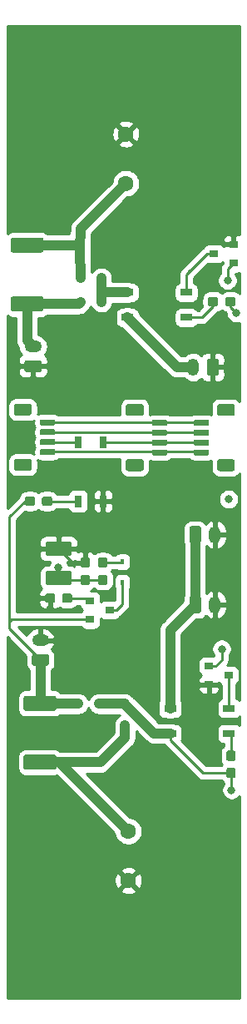
<source format=gtl>
G04 #@! TF.GenerationSoftware,KiCad,Pcbnew,(5.1.5-0)*
G04 #@! TF.CreationDate,2021-01-21T21:27:59-07:00*
G04 #@! TF.ProjectId,supercap,73757065-7263-4617-902e-6b696361645f,rev?*
G04 #@! TF.SameCoordinates,Original*
G04 #@! TF.FileFunction,Copper,L1,Top*
G04 #@! TF.FilePolarity,Positive*
%FSLAX46Y46*%
G04 Gerber Fmt 4.6, Leading zero omitted, Abs format (unit mm)*
G04 Created by KiCad (PCBNEW (5.1.5-0)) date 2021-01-21 21:27:59*
%MOMM*%
%LPD*%
G04 APERTURE LIST*
%ADD10R,0.800000X1.200000*%
%ADD11C,0.100000*%
%ADD12O,1.750000X1.200000*%
%ADD13R,0.900000X0.800000*%
%ADD14R,0.450000X0.600000*%
%ADD15C,1.600000*%
%ADD16R,1.200000X0.800000*%
%ADD17O,1.200000X1.750000*%
%ADD18R,0.600000X0.450000*%
%ADD19C,0.800000*%
%ADD20C,0.250000*%
%ADD21C,1.000000*%
%ADD22C,0.254000*%
G04 APERTURE END LIST*
D10*
X130420000Y-92900000D03*
X130420000Y-98900000D03*
X127880000Y-98900000D03*
X127880000Y-92900000D03*
G04 #@! TA.AperFunction,SMDPad,CuDef*
D11*
G36*
X123285779Y-98426144D02*
G01*
X123308834Y-98429563D01*
X123331443Y-98435227D01*
X123353387Y-98443079D01*
X123374457Y-98453044D01*
X123394448Y-98465026D01*
X123413168Y-98478910D01*
X123430438Y-98494562D01*
X123446090Y-98511832D01*
X123459974Y-98530552D01*
X123471956Y-98550543D01*
X123481921Y-98571613D01*
X123489773Y-98593557D01*
X123495437Y-98616166D01*
X123498856Y-98639221D01*
X123500000Y-98662500D01*
X123500000Y-99137500D01*
X123498856Y-99160779D01*
X123495437Y-99183834D01*
X123489773Y-99206443D01*
X123481921Y-99228387D01*
X123471956Y-99249457D01*
X123459974Y-99269448D01*
X123446090Y-99288168D01*
X123430438Y-99305438D01*
X123413168Y-99321090D01*
X123394448Y-99334974D01*
X123374457Y-99346956D01*
X123353387Y-99356921D01*
X123331443Y-99364773D01*
X123308834Y-99370437D01*
X123285779Y-99373856D01*
X123262500Y-99375000D01*
X122687500Y-99375000D01*
X122664221Y-99373856D01*
X122641166Y-99370437D01*
X122618557Y-99364773D01*
X122596613Y-99356921D01*
X122575543Y-99346956D01*
X122555552Y-99334974D01*
X122536832Y-99321090D01*
X122519562Y-99305438D01*
X122503910Y-99288168D01*
X122490026Y-99269448D01*
X122478044Y-99249457D01*
X122468079Y-99228387D01*
X122460227Y-99206443D01*
X122454563Y-99183834D01*
X122451144Y-99160779D01*
X122450000Y-99137500D01*
X122450000Y-98662500D01*
X122451144Y-98639221D01*
X122454563Y-98616166D01*
X122460227Y-98593557D01*
X122468079Y-98571613D01*
X122478044Y-98550543D01*
X122490026Y-98530552D01*
X122503910Y-98511832D01*
X122519562Y-98494562D01*
X122536832Y-98478910D01*
X122555552Y-98465026D01*
X122575543Y-98453044D01*
X122596613Y-98443079D01*
X122618557Y-98435227D01*
X122641166Y-98429563D01*
X122664221Y-98426144D01*
X122687500Y-98425000D01*
X123262500Y-98425000D01*
X123285779Y-98426144D01*
G37*
G04 #@! TD.AperFunction*
G04 #@! TA.AperFunction,SMDPad,CuDef*
G36*
X125035779Y-98426144D02*
G01*
X125058834Y-98429563D01*
X125081443Y-98435227D01*
X125103387Y-98443079D01*
X125124457Y-98453044D01*
X125144448Y-98465026D01*
X125163168Y-98478910D01*
X125180438Y-98494562D01*
X125196090Y-98511832D01*
X125209974Y-98530552D01*
X125221956Y-98550543D01*
X125231921Y-98571613D01*
X125239773Y-98593557D01*
X125245437Y-98616166D01*
X125248856Y-98639221D01*
X125250000Y-98662500D01*
X125250000Y-99137500D01*
X125248856Y-99160779D01*
X125245437Y-99183834D01*
X125239773Y-99206443D01*
X125231921Y-99228387D01*
X125221956Y-99249457D01*
X125209974Y-99269448D01*
X125196090Y-99288168D01*
X125180438Y-99305438D01*
X125163168Y-99321090D01*
X125144448Y-99334974D01*
X125124457Y-99346956D01*
X125103387Y-99356921D01*
X125081443Y-99364773D01*
X125058834Y-99370437D01*
X125035779Y-99373856D01*
X125012500Y-99375000D01*
X124437500Y-99375000D01*
X124414221Y-99373856D01*
X124391166Y-99370437D01*
X124368557Y-99364773D01*
X124346613Y-99356921D01*
X124325543Y-99346956D01*
X124305552Y-99334974D01*
X124286832Y-99321090D01*
X124269562Y-99305438D01*
X124253910Y-99288168D01*
X124240026Y-99269448D01*
X124228044Y-99249457D01*
X124218079Y-99228387D01*
X124210227Y-99206443D01*
X124204563Y-99183834D01*
X124201144Y-99160779D01*
X124200000Y-99137500D01*
X124200000Y-98662500D01*
X124201144Y-98639221D01*
X124204563Y-98616166D01*
X124210227Y-98593557D01*
X124218079Y-98571613D01*
X124228044Y-98550543D01*
X124240026Y-98530552D01*
X124253910Y-98511832D01*
X124269562Y-98494562D01*
X124286832Y-98478910D01*
X124305552Y-98465026D01*
X124325543Y-98453044D01*
X124346613Y-98443079D01*
X124368557Y-98435227D01*
X124391166Y-98429563D01*
X124414221Y-98426144D01*
X124437500Y-98425000D01*
X125012500Y-98425000D01*
X125035779Y-98426144D01*
G37*
G04 #@! TD.AperFunction*
G04 #@! TA.AperFunction,SMDPad,CuDef*
G36*
X143624505Y-94651204D02*
G01*
X143648773Y-94654804D01*
X143672572Y-94660765D01*
X143695671Y-94669030D01*
X143717850Y-94679520D01*
X143738893Y-94692132D01*
X143758599Y-94706747D01*
X143776777Y-94723223D01*
X143793253Y-94741401D01*
X143807868Y-94761107D01*
X143820480Y-94782150D01*
X143830970Y-94804329D01*
X143839235Y-94827428D01*
X143845196Y-94851227D01*
X143848796Y-94875495D01*
X143850000Y-94899999D01*
X143850000Y-95600001D01*
X143848796Y-95624505D01*
X143845196Y-95648773D01*
X143839235Y-95672572D01*
X143830970Y-95695671D01*
X143820480Y-95717850D01*
X143807868Y-95738893D01*
X143793253Y-95758599D01*
X143776777Y-95776777D01*
X143758599Y-95793253D01*
X143738893Y-95807868D01*
X143717850Y-95820480D01*
X143695671Y-95830970D01*
X143672572Y-95839235D01*
X143648773Y-95845196D01*
X143624505Y-95848796D01*
X143600001Y-95850000D01*
X142299999Y-95850000D01*
X142275495Y-95848796D01*
X142251227Y-95845196D01*
X142227428Y-95839235D01*
X142204329Y-95830970D01*
X142182150Y-95820480D01*
X142161107Y-95807868D01*
X142141401Y-95793253D01*
X142123223Y-95776777D01*
X142106747Y-95758599D01*
X142092132Y-95738893D01*
X142079520Y-95717850D01*
X142069030Y-95695671D01*
X142060765Y-95672572D01*
X142054804Y-95648773D01*
X142051204Y-95624505D01*
X142050000Y-95600001D01*
X142050000Y-94899999D01*
X142051204Y-94875495D01*
X142054804Y-94851227D01*
X142060765Y-94827428D01*
X142069030Y-94804329D01*
X142079520Y-94782150D01*
X142092132Y-94761107D01*
X142106747Y-94741401D01*
X142123223Y-94723223D01*
X142141401Y-94706747D01*
X142161107Y-94692132D01*
X142182150Y-94679520D01*
X142204329Y-94669030D01*
X142227428Y-94660765D01*
X142251227Y-94654804D01*
X142275495Y-94651204D01*
X142299999Y-94650000D01*
X143600001Y-94650000D01*
X143624505Y-94651204D01*
G37*
G04 #@! TD.AperFunction*
G04 #@! TA.AperFunction,SMDPad,CuDef*
G36*
X143624505Y-89051204D02*
G01*
X143648773Y-89054804D01*
X143672572Y-89060765D01*
X143695671Y-89069030D01*
X143717850Y-89079520D01*
X143738893Y-89092132D01*
X143758599Y-89106747D01*
X143776777Y-89123223D01*
X143793253Y-89141401D01*
X143807868Y-89161107D01*
X143820480Y-89182150D01*
X143830970Y-89204329D01*
X143839235Y-89227428D01*
X143845196Y-89251227D01*
X143848796Y-89275495D01*
X143850000Y-89299999D01*
X143850000Y-90000001D01*
X143848796Y-90024505D01*
X143845196Y-90048773D01*
X143839235Y-90072572D01*
X143830970Y-90095671D01*
X143820480Y-90117850D01*
X143807868Y-90138893D01*
X143793253Y-90158599D01*
X143776777Y-90176777D01*
X143758599Y-90193253D01*
X143738893Y-90207868D01*
X143717850Y-90220480D01*
X143695671Y-90230970D01*
X143672572Y-90239235D01*
X143648773Y-90245196D01*
X143624505Y-90248796D01*
X143600001Y-90250000D01*
X142299999Y-90250000D01*
X142275495Y-90248796D01*
X142251227Y-90245196D01*
X142227428Y-90239235D01*
X142204329Y-90230970D01*
X142182150Y-90220480D01*
X142161107Y-90207868D01*
X142141401Y-90193253D01*
X142123223Y-90176777D01*
X142106747Y-90158599D01*
X142092132Y-90138893D01*
X142079520Y-90117850D01*
X142069030Y-90095671D01*
X142060765Y-90072572D01*
X142054804Y-90048773D01*
X142051204Y-90024505D01*
X142050000Y-90000001D01*
X142050000Y-89299999D01*
X142051204Y-89275495D01*
X142054804Y-89251227D01*
X142060765Y-89227428D01*
X142069030Y-89204329D01*
X142079520Y-89182150D01*
X142092132Y-89161107D01*
X142106747Y-89141401D01*
X142123223Y-89123223D01*
X142141401Y-89106747D01*
X142161107Y-89092132D01*
X142182150Y-89079520D01*
X142204329Y-89069030D01*
X142227428Y-89060765D01*
X142251227Y-89054804D01*
X142275495Y-89051204D01*
X142299999Y-89050000D01*
X143600001Y-89050000D01*
X143624505Y-89051204D01*
G37*
G04 #@! TD.AperFunction*
G04 #@! TA.AperFunction,SMDPad,CuDef*
G36*
X141064703Y-93650722D02*
G01*
X141079264Y-93652882D01*
X141093543Y-93656459D01*
X141107403Y-93661418D01*
X141120710Y-93667712D01*
X141133336Y-93675280D01*
X141145159Y-93684048D01*
X141156066Y-93693934D01*
X141165952Y-93704841D01*
X141174720Y-93716664D01*
X141182288Y-93729290D01*
X141188582Y-93742597D01*
X141193541Y-93756457D01*
X141197118Y-93770736D01*
X141199278Y-93785297D01*
X141200000Y-93800000D01*
X141200000Y-94100000D01*
X141199278Y-94114703D01*
X141197118Y-94129264D01*
X141193541Y-94143543D01*
X141188582Y-94157403D01*
X141182288Y-94170710D01*
X141174720Y-94183336D01*
X141165952Y-94195159D01*
X141156066Y-94206066D01*
X141145159Y-94215952D01*
X141133336Y-94224720D01*
X141120710Y-94232288D01*
X141107403Y-94238582D01*
X141093543Y-94243541D01*
X141079264Y-94247118D01*
X141064703Y-94249278D01*
X141050000Y-94250000D01*
X139800000Y-94250000D01*
X139785297Y-94249278D01*
X139770736Y-94247118D01*
X139756457Y-94243541D01*
X139742597Y-94238582D01*
X139729290Y-94232288D01*
X139716664Y-94224720D01*
X139704841Y-94215952D01*
X139693934Y-94206066D01*
X139684048Y-94195159D01*
X139675280Y-94183336D01*
X139667712Y-94170710D01*
X139661418Y-94157403D01*
X139656459Y-94143543D01*
X139652882Y-94129264D01*
X139650722Y-94114703D01*
X139650000Y-94100000D01*
X139650000Y-93800000D01*
X139650722Y-93785297D01*
X139652882Y-93770736D01*
X139656459Y-93756457D01*
X139661418Y-93742597D01*
X139667712Y-93729290D01*
X139675280Y-93716664D01*
X139684048Y-93704841D01*
X139693934Y-93693934D01*
X139704841Y-93684048D01*
X139716664Y-93675280D01*
X139729290Y-93667712D01*
X139742597Y-93661418D01*
X139756457Y-93656459D01*
X139770736Y-93652882D01*
X139785297Y-93650722D01*
X139800000Y-93650000D01*
X141050000Y-93650000D01*
X141064703Y-93650722D01*
G37*
G04 #@! TD.AperFunction*
G04 #@! TA.AperFunction,SMDPad,CuDef*
G36*
X141064703Y-92650722D02*
G01*
X141079264Y-92652882D01*
X141093543Y-92656459D01*
X141107403Y-92661418D01*
X141120710Y-92667712D01*
X141133336Y-92675280D01*
X141145159Y-92684048D01*
X141156066Y-92693934D01*
X141165952Y-92704841D01*
X141174720Y-92716664D01*
X141182288Y-92729290D01*
X141188582Y-92742597D01*
X141193541Y-92756457D01*
X141197118Y-92770736D01*
X141199278Y-92785297D01*
X141200000Y-92800000D01*
X141200000Y-93100000D01*
X141199278Y-93114703D01*
X141197118Y-93129264D01*
X141193541Y-93143543D01*
X141188582Y-93157403D01*
X141182288Y-93170710D01*
X141174720Y-93183336D01*
X141165952Y-93195159D01*
X141156066Y-93206066D01*
X141145159Y-93215952D01*
X141133336Y-93224720D01*
X141120710Y-93232288D01*
X141107403Y-93238582D01*
X141093543Y-93243541D01*
X141079264Y-93247118D01*
X141064703Y-93249278D01*
X141050000Y-93250000D01*
X139800000Y-93250000D01*
X139785297Y-93249278D01*
X139770736Y-93247118D01*
X139756457Y-93243541D01*
X139742597Y-93238582D01*
X139729290Y-93232288D01*
X139716664Y-93224720D01*
X139704841Y-93215952D01*
X139693934Y-93206066D01*
X139684048Y-93195159D01*
X139675280Y-93183336D01*
X139667712Y-93170710D01*
X139661418Y-93157403D01*
X139656459Y-93143543D01*
X139652882Y-93129264D01*
X139650722Y-93114703D01*
X139650000Y-93100000D01*
X139650000Y-92800000D01*
X139650722Y-92785297D01*
X139652882Y-92770736D01*
X139656459Y-92756457D01*
X139661418Y-92742597D01*
X139667712Y-92729290D01*
X139675280Y-92716664D01*
X139684048Y-92704841D01*
X139693934Y-92693934D01*
X139704841Y-92684048D01*
X139716664Y-92675280D01*
X139729290Y-92667712D01*
X139742597Y-92661418D01*
X139756457Y-92656459D01*
X139770736Y-92652882D01*
X139785297Y-92650722D01*
X139800000Y-92650000D01*
X141050000Y-92650000D01*
X141064703Y-92650722D01*
G37*
G04 #@! TD.AperFunction*
G04 #@! TA.AperFunction,SMDPad,CuDef*
G36*
X141064703Y-91650722D02*
G01*
X141079264Y-91652882D01*
X141093543Y-91656459D01*
X141107403Y-91661418D01*
X141120710Y-91667712D01*
X141133336Y-91675280D01*
X141145159Y-91684048D01*
X141156066Y-91693934D01*
X141165952Y-91704841D01*
X141174720Y-91716664D01*
X141182288Y-91729290D01*
X141188582Y-91742597D01*
X141193541Y-91756457D01*
X141197118Y-91770736D01*
X141199278Y-91785297D01*
X141200000Y-91800000D01*
X141200000Y-92100000D01*
X141199278Y-92114703D01*
X141197118Y-92129264D01*
X141193541Y-92143543D01*
X141188582Y-92157403D01*
X141182288Y-92170710D01*
X141174720Y-92183336D01*
X141165952Y-92195159D01*
X141156066Y-92206066D01*
X141145159Y-92215952D01*
X141133336Y-92224720D01*
X141120710Y-92232288D01*
X141107403Y-92238582D01*
X141093543Y-92243541D01*
X141079264Y-92247118D01*
X141064703Y-92249278D01*
X141050000Y-92250000D01*
X139800000Y-92250000D01*
X139785297Y-92249278D01*
X139770736Y-92247118D01*
X139756457Y-92243541D01*
X139742597Y-92238582D01*
X139729290Y-92232288D01*
X139716664Y-92224720D01*
X139704841Y-92215952D01*
X139693934Y-92206066D01*
X139684048Y-92195159D01*
X139675280Y-92183336D01*
X139667712Y-92170710D01*
X139661418Y-92157403D01*
X139656459Y-92143543D01*
X139652882Y-92129264D01*
X139650722Y-92114703D01*
X139650000Y-92100000D01*
X139650000Y-91800000D01*
X139650722Y-91785297D01*
X139652882Y-91770736D01*
X139656459Y-91756457D01*
X139661418Y-91742597D01*
X139667712Y-91729290D01*
X139675280Y-91716664D01*
X139684048Y-91704841D01*
X139693934Y-91693934D01*
X139704841Y-91684048D01*
X139716664Y-91675280D01*
X139729290Y-91667712D01*
X139742597Y-91661418D01*
X139756457Y-91656459D01*
X139770736Y-91652882D01*
X139785297Y-91650722D01*
X139800000Y-91650000D01*
X141050000Y-91650000D01*
X141064703Y-91650722D01*
G37*
G04 #@! TD.AperFunction*
G04 #@! TA.AperFunction,SMDPad,CuDef*
G36*
X141064703Y-90650722D02*
G01*
X141079264Y-90652882D01*
X141093543Y-90656459D01*
X141107403Y-90661418D01*
X141120710Y-90667712D01*
X141133336Y-90675280D01*
X141145159Y-90684048D01*
X141156066Y-90693934D01*
X141165952Y-90704841D01*
X141174720Y-90716664D01*
X141182288Y-90729290D01*
X141188582Y-90742597D01*
X141193541Y-90756457D01*
X141197118Y-90770736D01*
X141199278Y-90785297D01*
X141200000Y-90800000D01*
X141200000Y-91100000D01*
X141199278Y-91114703D01*
X141197118Y-91129264D01*
X141193541Y-91143543D01*
X141188582Y-91157403D01*
X141182288Y-91170710D01*
X141174720Y-91183336D01*
X141165952Y-91195159D01*
X141156066Y-91206066D01*
X141145159Y-91215952D01*
X141133336Y-91224720D01*
X141120710Y-91232288D01*
X141107403Y-91238582D01*
X141093543Y-91243541D01*
X141079264Y-91247118D01*
X141064703Y-91249278D01*
X141050000Y-91250000D01*
X139800000Y-91250000D01*
X139785297Y-91249278D01*
X139770736Y-91247118D01*
X139756457Y-91243541D01*
X139742597Y-91238582D01*
X139729290Y-91232288D01*
X139716664Y-91224720D01*
X139704841Y-91215952D01*
X139693934Y-91206066D01*
X139684048Y-91195159D01*
X139675280Y-91183336D01*
X139667712Y-91170710D01*
X139661418Y-91157403D01*
X139656459Y-91143543D01*
X139652882Y-91129264D01*
X139650722Y-91114703D01*
X139650000Y-91100000D01*
X139650000Y-90800000D01*
X139650722Y-90785297D01*
X139652882Y-90770736D01*
X139656459Y-90756457D01*
X139661418Y-90742597D01*
X139667712Y-90729290D01*
X139675280Y-90716664D01*
X139684048Y-90704841D01*
X139693934Y-90693934D01*
X139704841Y-90684048D01*
X139716664Y-90675280D01*
X139729290Y-90667712D01*
X139742597Y-90661418D01*
X139756457Y-90656459D01*
X139770736Y-90652882D01*
X139785297Y-90650722D01*
X139800000Y-90650000D01*
X141050000Y-90650000D01*
X141064703Y-90650722D01*
G37*
G04 #@! TD.AperFunction*
G04 #@! TA.AperFunction,SMDPad,CuDef*
G36*
X134324505Y-89051204D02*
G01*
X134348773Y-89054804D01*
X134372572Y-89060765D01*
X134395671Y-89069030D01*
X134417850Y-89079520D01*
X134438893Y-89092132D01*
X134458599Y-89106747D01*
X134476777Y-89123223D01*
X134493253Y-89141401D01*
X134507868Y-89161107D01*
X134520480Y-89182150D01*
X134530970Y-89204329D01*
X134539235Y-89227428D01*
X134545196Y-89251227D01*
X134548796Y-89275495D01*
X134550000Y-89299999D01*
X134550000Y-90000001D01*
X134548796Y-90024505D01*
X134545196Y-90048773D01*
X134539235Y-90072572D01*
X134530970Y-90095671D01*
X134520480Y-90117850D01*
X134507868Y-90138893D01*
X134493253Y-90158599D01*
X134476777Y-90176777D01*
X134458599Y-90193253D01*
X134438893Y-90207868D01*
X134417850Y-90220480D01*
X134395671Y-90230970D01*
X134372572Y-90239235D01*
X134348773Y-90245196D01*
X134324505Y-90248796D01*
X134300001Y-90250000D01*
X132999999Y-90250000D01*
X132975495Y-90248796D01*
X132951227Y-90245196D01*
X132927428Y-90239235D01*
X132904329Y-90230970D01*
X132882150Y-90220480D01*
X132861107Y-90207868D01*
X132841401Y-90193253D01*
X132823223Y-90176777D01*
X132806747Y-90158599D01*
X132792132Y-90138893D01*
X132779520Y-90117850D01*
X132769030Y-90095671D01*
X132760765Y-90072572D01*
X132754804Y-90048773D01*
X132751204Y-90024505D01*
X132750000Y-90000001D01*
X132750000Y-89299999D01*
X132751204Y-89275495D01*
X132754804Y-89251227D01*
X132760765Y-89227428D01*
X132769030Y-89204329D01*
X132779520Y-89182150D01*
X132792132Y-89161107D01*
X132806747Y-89141401D01*
X132823223Y-89123223D01*
X132841401Y-89106747D01*
X132861107Y-89092132D01*
X132882150Y-89079520D01*
X132904329Y-89069030D01*
X132927428Y-89060765D01*
X132951227Y-89054804D01*
X132975495Y-89051204D01*
X132999999Y-89050000D01*
X134300001Y-89050000D01*
X134324505Y-89051204D01*
G37*
G04 #@! TD.AperFunction*
G04 #@! TA.AperFunction,SMDPad,CuDef*
G36*
X134324505Y-94651204D02*
G01*
X134348773Y-94654804D01*
X134372572Y-94660765D01*
X134395671Y-94669030D01*
X134417850Y-94679520D01*
X134438893Y-94692132D01*
X134458599Y-94706747D01*
X134476777Y-94723223D01*
X134493253Y-94741401D01*
X134507868Y-94761107D01*
X134520480Y-94782150D01*
X134530970Y-94804329D01*
X134539235Y-94827428D01*
X134545196Y-94851227D01*
X134548796Y-94875495D01*
X134550000Y-94899999D01*
X134550000Y-95600001D01*
X134548796Y-95624505D01*
X134545196Y-95648773D01*
X134539235Y-95672572D01*
X134530970Y-95695671D01*
X134520480Y-95717850D01*
X134507868Y-95738893D01*
X134493253Y-95758599D01*
X134476777Y-95776777D01*
X134458599Y-95793253D01*
X134438893Y-95807868D01*
X134417850Y-95820480D01*
X134395671Y-95830970D01*
X134372572Y-95839235D01*
X134348773Y-95845196D01*
X134324505Y-95848796D01*
X134300001Y-95850000D01*
X132999999Y-95850000D01*
X132975495Y-95848796D01*
X132951227Y-95845196D01*
X132927428Y-95839235D01*
X132904329Y-95830970D01*
X132882150Y-95820480D01*
X132861107Y-95807868D01*
X132841401Y-95793253D01*
X132823223Y-95776777D01*
X132806747Y-95758599D01*
X132792132Y-95738893D01*
X132779520Y-95717850D01*
X132769030Y-95695671D01*
X132760765Y-95672572D01*
X132754804Y-95648773D01*
X132751204Y-95624505D01*
X132750000Y-95600001D01*
X132750000Y-94899999D01*
X132751204Y-94875495D01*
X132754804Y-94851227D01*
X132760765Y-94827428D01*
X132769030Y-94804329D01*
X132779520Y-94782150D01*
X132792132Y-94761107D01*
X132806747Y-94741401D01*
X132823223Y-94723223D01*
X132841401Y-94706747D01*
X132861107Y-94692132D01*
X132882150Y-94679520D01*
X132904329Y-94669030D01*
X132927428Y-94660765D01*
X132951227Y-94654804D01*
X132975495Y-94651204D01*
X132999999Y-94650000D01*
X134300001Y-94650000D01*
X134324505Y-94651204D01*
G37*
G04 #@! TD.AperFunction*
G04 #@! TA.AperFunction,SMDPad,CuDef*
G36*
X136814703Y-90650722D02*
G01*
X136829264Y-90652882D01*
X136843543Y-90656459D01*
X136857403Y-90661418D01*
X136870710Y-90667712D01*
X136883336Y-90675280D01*
X136895159Y-90684048D01*
X136906066Y-90693934D01*
X136915952Y-90704841D01*
X136924720Y-90716664D01*
X136932288Y-90729290D01*
X136938582Y-90742597D01*
X136943541Y-90756457D01*
X136947118Y-90770736D01*
X136949278Y-90785297D01*
X136950000Y-90800000D01*
X136950000Y-91100000D01*
X136949278Y-91114703D01*
X136947118Y-91129264D01*
X136943541Y-91143543D01*
X136938582Y-91157403D01*
X136932288Y-91170710D01*
X136924720Y-91183336D01*
X136915952Y-91195159D01*
X136906066Y-91206066D01*
X136895159Y-91215952D01*
X136883336Y-91224720D01*
X136870710Y-91232288D01*
X136857403Y-91238582D01*
X136843543Y-91243541D01*
X136829264Y-91247118D01*
X136814703Y-91249278D01*
X136800000Y-91250000D01*
X135550000Y-91250000D01*
X135535297Y-91249278D01*
X135520736Y-91247118D01*
X135506457Y-91243541D01*
X135492597Y-91238582D01*
X135479290Y-91232288D01*
X135466664Y-91224720D01*
X135454841Y-91215952D01*
X135443934Y-91206066D01*
X135434048Y-91195159D01*
X135425280Y-91183336D01*
X135417712Y-91170710D01*
X135411418Y-91157403D01*
X135406459Y-91143543D01*
X135402882Y-91129264D01*
X135400722Y-91114703D01*
X135400000Y-91100000D01*
X135400000Y-90800000D01*
X135400722Y-90785297D01*
X135402882Y-90770736D01*
X135406459Y-90756457D01*
X135411418Y-90742597D01*
X135417712Y-90729290D01*
X135425280Y-90716664D01*
X135434048Y-90704841D01*
X135443934Y-90693934D01*
X135454841Y-90684048D01*
X135466664Y-90675280D01*
X135479290Y-90667712D01*
X135492597Y-90661418D01*
X135506457Y-90656459D01*
X135520736Y-90652882D01*
X135535297Y-90650722D01*
X135550000Y-90650000D01*
X136800000Y-90650000D01*
X136814703Y-90650722D01*
G37*
G04 #@! TD.AperFunction*
G04 #@! TA.AperFunction,SMDPad,CuDef*
G36*
X136814703Y-91650722D02*
G01*
X136829264Y-91652882D01*
X136843543Y-91656459D01*
X136857403Y-91661418D01*
X136870710Y-91667712D01*
X136883336Y-91675280D01*
X136895159Y-91684048D01*
X136906066Y-91693934D01*
X136915952Y-91704841D01*
X136924720Y-91716664D01*
X136932288Y-91729290D01*
X136938582Y-91742597D01*
X136943541Y-91756457D01*
X136947118Y-91770736D01*
X136949278Y-91785297D01*
X136950000Y-91800000D01*
X136950000Y-92100000D01*
X136949278Y-92114703D01*
X136947118Y-92129264D01*
X136943541Y-92143543D01*
X136938582Y-92157403D01*
X136932288Y-92170710D01*
X136924720Y-92183336D01*
X136915952Y-92195159D01*
X136906066Y-92206066D01*
X136895159Y-92215952D01*
X136883336Y-92224720D01*
X136870710Y-92232288D01*
X136857403Y-92238582D01*
X136843543Y-92243541D01*
X136829264Y-92247118D01*
X136814703Y-92249278D01*
X136800000Y-92250000D01*
X135550000Y-92250000D01*
X135535297Y-92249278D01*
X135520736Y-92247118D01*
X135506457Y-92243541D01*
X135492597Y-92238582D01*
X135479290Y-92232288D01*
X135466664Y-92224720D01*
X135454841Y-92215952D01*
X135443934Y-92206066D01*
X135434048Y-92195159D01*
X135425280Y-92183336D01*
X135417712Y-92170710D01*
X135411418Y-92157403D01*
X135406459Y-92143543D01*
X135402882Y-92129264D01*
X135400722Y-92114703D01*
X135400000Y-92100000D01*
X135400000Y-91800000D01*
X135400722Y-91785297D01*
X135402882Y-91770736D01*
X135406459Y-91756457D01*
X135411418Y-91742597D01*
X135417712Y-91729290D01*
X135425280Y-91716664D01*
X135434048Y-91704841D01*
X135443934Y-91693934D01*
X135454841Y-91684048D01*
X135466664Y-91675280D01*
X135479290Y-91667712D01*
X135492597Y-91661418D01*
X135506457Y-91656459D01*
X135520736Y-91652882D01*
X135535297Y-91650722D01*
X135550000Y-91650000D01*
X136800000Y-91650000D01*
X136814703Y-91650722D01*
G37*
G04 #@! TD.AperFunction*
G04 #@! TA.AperFunction,SMDPad,CuDef*
G36*
X136814703Y-92650722D02*
G01*
X136829264Y-92652882D01*
X136843543Y-92656459D01*
X136857403Y-92661418D01*
X136870710Y-92667712D01*
X136883336Y-92675280D01*
X136895159Y-92684048D01*
X136906066Y-92693934D01*
X136915952Y-92704841D01*
X136924720Y-92716664D01*
X136932288Y-92729290D01*
X136938582Y-92742597D01*
X136943541Y-92756457D01*
X136947118Y-92770736D01*
X136949278Y-92785297D01*
X136950000Y-92800000D01*
X136950000Y-93100000D01*
X136949278Y-93114703D01*
X136947118Y-93129264D01*
X136943541Y-93143543D01*
X136938582Y-93157403D01*
X136932288Y-93170710D01*
X136924720Y-93183336D01*
X136915952Y-93195159D01*
X136906066Y-93206066D01*
X136895159Y-93215952D01*
X136883336Y-93224720D01*
X136870710Y-93232288D01*
X136857403Y-93238582D01*
X136843543Y-93243541D01*
X136829264Y-93247118D01*
X136814703Y-93249278D01*
X136800000Y-93250000D01*
X135550000Y-93250000D01*
X135535297Y-93249278D01*
X135520736Y-93247118D01*
X135506457Y-93243541D01*
X135492597Y-93238582D01*
X135479290Y-93232288D01*
X135466664Y-93224720D01*
X135454841Y-93215952D01*
X135443934Y-93206066D01*
X135434048Y-93195159D01*
X135425280Y-93183336D01*
X135417712Y-93170710D01*
X135411418Y-93157403D01*
X135406459Y-93143543D01*
X135402882Y-93129264D01*
X135400722Y-93114703D01*
X135400000Y-93100000D01*
X135400000Y-92800000D01*
X135400722Y-92785297D01*
X135402882Y-92770736D01*
X135406459Y-92756457D01*
X135411418Y-92742597D01*
X135417712Y-92729290D01*
X135425280Y-92716664D01*
X135434048Y-92704841D01*
X135443934Y-92693934D01*
X135454841Y-92684048D01*
X135466664Y-92675280D01*
X135479290Y-92667712D01*
X135492597Y-92661418D01*
X135506457Y-92656459D01*
X135520736Y-92652882D01*
X135535297Y-92650722D01*
X135550000Y-92650000D01*
X136800000Y-92650000D01*
X136814703Y-92650722D01*
G37*
G04 #@! TD.AperFunction*
G04 #@! TA.AperFunction,SMDPad,CuDef*
G36*
X136814703Y-93650722D02*
G01*
X136829264Y-93652882D01*
X136843543Y-93656459D01*
X136857403Y-93661418D01*
X136870710Y-93667712D01*
X136883336Y-93675280D01*
X136895159Y-93684048D01*
X136906066Y-93693934D01*
X136915952Y-93704841D01*
X136924720Y-93716664D01*
X136932288Y-93729290D01*
X136938582Y-93742597D01*
X136943541Y-93756457D01*
X136947118Y-93770736D01*
X136949278Y-93785297D01*
X136950000Y-93800000D01*
X136950000Y-94100000D01*
X136949278Y-94114703D01*
X136947118Y-94129264D01*
X136943541Y-94143543D01*
X136938582Y-94157403D01*
X136932288Y-94170710D01*
X136924720Y-94183336D01*
X136915952Y-94195159D01*
X136906066Y-94206066D01*
X136895159Y-94215952D01*
X136883336Y-94224720D01*
X136870710Y-94232288D01*
X136857403Y-94238582D01*
X136843543Y-94243541D01*
X136829264Y-94247118D01*
X136814703Y-94249278D01*
X136800000Y-94250000D01*
X135550000Y-94250000D01*
X135535297Y-94249278D01*
X135520736Y-94247118D01*
X135506457Y-94243541D01*
X135492597Y-94238582D01*
X135479290Y-94232288D01*
X135466664Y-94224720D01*
X135454841Y-94215952D01*
X135443934Y-94206066D01*
X135434048Y-94195159D01*
X135425280Y-94183336D01*
X135417712Y-94170710D01*
X135411418Y-94157403D01*
X135406459Y-94143543D01*
X135402882Y-94129264D01*
X135400722Y-94114703D01*
X135400000Y-94100000D01*
X135400000Y-93800000D01*
X135400722Y-93785297D01*
X135402882Y-93770736D01*
X135406459Y-93756457D01*
X135411418Y-93742597D01*
X135417712Y-93729290D01*
X135425280Y-93716664D01*
X135434048Y-93704841D01*
X135443934Y-93693934D01*
X135454841Y-93684048D01*
X135466664Y-93675280D01*
X135479290Y-93667712D01*
X135492597Y-93661418D01*
X135506457Y-93656459D01*
X135520736Y-93652882D01*
X135535297Y-93650722D01*
X135550000Y-93650000D01*
X136800000Y-93650000D01*
X136814703Y-93650722D01*
G37*
G04 #@! TD.AperFunction*
D12*
X123300000Y-83200000D03*
G04 #@! TA.AperFunction,ComponentPad*
D11*
G36*
X123949505Y-84601204D02*
G01*
X123973773Y-84604804D01*
X123997572Y-84610765D01*
X124020671Y-84619030D01*
X124042850Y-84629520D01*
X124063893Y-84642132D01*
X124083599Y-84656747D01*
X124101777Y-84673223D01*
X124118253Y-84691401D01*
X124132868Y-84711107D01*
X124145480Y-84732150D01*
X124155970Y-84754329D01*
X124164235Y-84777428D01*
X124170196Y-84801227D01*
X124173796Y-84825495D01*
X124175000Y-84849999D01*
X124175000Y-85550001D01*
X124173796Y-85574505D01*
X124170196Y-85598773D01*
X124164235Y-85622572D01*
X124155970Y-85645671D01*
X124145480Y-85667850D01*
X124132868Y-85688893D01*
X124118253Y-85708599D01*
X124101777Y-85726777D01*
X124083599Y-85743253D01*
X124063893Y-85757868D01*
X124042850Y-85770480D01*
X124020671Y-85780970D01*
X123997572Y-85789235D01*
X123973773Y-85795196D01*
X123949505Y-85798796D01*
X123925001Y-85800000D01*
X122674999Y-85800000D01*
X122650495Y-85798796D01*
X122626227Y-85795196D01*
X122602428Y-85789235D01*
X122579329Y-85780970D01*
X122557150Y-85770480D01*
X122536107Y-85757868D01*
X122516401Y-85743253D01*
X122498223Y-85726777D01*
X122481747Y-85708599D01*
X122467132Y-85688893D01*
X122454520Y-85667850D01*
X122444030Y-85645671D01*
X122435765Y-85622572D01*
X122429804Y-85598773D01*
X122426204Y-85574505D01*
X122425000Y-85550001D01*
X122425000Y-84849999D01*
X122426204Y-84825495D01*
X122429804Y-84801227D01*
X122435765Y-84777428D01*
X122444030Y-84754329D01*
X122454520Y-84732150D01*
X122467132Y-84711107D01*
X122481747Y-84691401D01*
X122498223Y-84673223D01*
X122516401Y-84656747D01*
X122536107Y-84642132D01*
X122557150Y-84629520D01*
X122579329Y-84619030D01*
X122602428Y-84610765D01*
X122626227Y-84604804D01*
X122650495Y-84601204D01*
X122674999Y-84600000D01*
X123925001Y-84600000D01*
X123949505Y-84601204D01*
G37*
G04 #@! TD.AperFunction*
D12*
X124050000Y-113000000D03*
G04 #@! TA.AperFunction,ComponentPad*
D11*
G36*
X124699505Y-114401204D02*
G01*
X124723773Y-114404804D01*
X124747572Y-114410765D01*
X124770671Y-114419030D01*
X124792850Y-114429520D01*
X124813893Y-114442132D01*
X124833599Y-114456747D01*
X124851777Y-114473223D01*
X124868253Y-114491401D01*
X124882868Y-114511107D01*
X124895480Y-114532150D01*
X124905970Y-114554329D01*
X124914235Y-114577428D01*
X124920196Y-114601227D01*
X124923796Y-114625495D01*
X124925000Y-114649999D01*
X124925000Y-115350001D01*
X124923796Y-115374505D01*
X124920196Y-115398773D01*
X124914235Y-115422572D01*
X124905970Y-115445671D01*
X124895480Y-115467850D01*
X124882868Y-115488893D01*
X124868253Y-115508599D01*
X124851777Y-115526777D01*
X124833599Y-115543253D01*
X124813893Y-115557868D01*
X124792850Y-115570480D01*
X124770671Y-115580970D01*
X124747572Y-115589235D01*
X124723773Y-115595196D01*
X124699505Y-115598796D01*
X124675001Y-115600000D01*
X123424999Y-115600000D01*
X123400495Y-115598796D01*
X123376227Y-115595196D01*
X123352428Y-115589235D01*
X123329329Y-115580970D01*
X123307150Y-115570480D01*
X123286107Y-115557868D01*
X123266401Y-115543253D01*
X123248223Y-115526777D01*
X123231747Y-115508599D01*
X123217132Y-115488893D01*
X123204520Y-115467850D01*
X123194030Y-115445671D01*
X123185765Y-115422572D01*
X123179804Y-115398773D01*
X123176204Y-115374505D01*
X123175000Y-115350001D01*
X123175000Y-114649999D01*
X123176204Y-114625495D01*
X123179804Y-114601227D01*
X123185765Y-114577428D01*
X123194030Y-114554329D01*
X123204520Y-114532150D01*
X123217132Y-114511107D01*
X123231747Y-114491401D01*
X123248223Y-114473223D01*
X123266401Y-114456747D01*
X123286107Y-114442132D01*
X123307150Y-114429520D01*
X123329329Y-114419030D01*
X123352428Y-114410765D01*
X123376227Y-114404804D01*
X123400495Y-114401204D01*
X123424999Y-114400000D01*
X124675001Y-114400000D01*
X124699505Y-114401204D01*
G37*
G04 #@! TD.AperFunction*
G04 #@! TA.AperFunction,SMDPad,CuDef*
G36*
X122924505Y-89001204D02*
G01*
X122948773Y-89004804D01*
X122972572Y-89010765D01*
X122995671Y-89019030D01*
X123017850Y-89029520D01*
X123038893Y-89042132D01*
X123058599Y-89056747D01*
X123076777Y-89073223D01*
X123093253Y-89091401D01*
X123107868Y-89111107D01*
X123120480Y-89132150D01*
X123130970Y-89154329D01*
X123139235Y-89177428D01*
X123145196Y-89201227D01*
X123148796Y-89225495D01*
X123150000Y-89249999D01*
X123150000Y-89950001D01*
X123148796Y-89974505D01*
X123145196Y-89998773D01*
X123139235Y-90022572D01*
X123130970Y-90045671D01*
X123120480Y-90067850D01*
X123107868Y-90088893D01*
X123093253Y-90108599D01*
X123076777Y-90126777D01*
X123058599Y-90143253D01*
X123038893Y-90157868D01*
X123017850Y-90170480D01*
X122995671Y-90180970D01*
X122972572Y-90189235D01*
X122948773Y-90195196D01*
X122924505Y-90198796D01*
X122900001Y-90200000D01*
X121599999Y-90200000D01*
X121575495Y-90198796D01*
X121551227Y-90195196D01*
X121527428Y-90189235D01*
X121504329Y-90180970D01*
X121482150Y-90170480D01*
X121461107Y-90157868D01*
X121441401Y-90143253D01*
X121423223Y-90126777D01*
X121406747Y-90108599D01*
X121392132Y-90088893D01*
X121379520Y-90067850D01*
X121369030Y-90045671D01*
X121360765Y-90022572D01*
X121354804Y-89998773D01*
X121351204Y-89974505D01*
X121350000Y-89950001D01*
X121350000Y-89249999D01*
X121351204Y-89225495D01*
X121354804Y-89201227D01*
X121360765Y-89177428D01*
X121369030Y-89154329D01*
X121379520Y-89132150D01*
X121392132Y-89111107D01*
X121406747Y-89091401D01*
X121423223Y-89073223D01*
X121441401Y-89056747D01*
X121461107Y-89042132D01*
X121482150Y-89029520D01*
X121504329Y-89019030D01*
X121527428Y-89010765D01*
X121551227Y-89004804D01*
X121575495Y-89001204D01*
X121599999Y-89000000D01*
X122900001Y-89000000D01*
X122924505Y-89001204D01*
G37*
G04 #@! TD.AperFunction*
G04 #@! TA.AperFunction,SMDPad,CuDef*
G36*
X122924505Y-94601204D02*
G01*
X122948773Y-94604804D01*
X122972572Y-94610765D01*
X122995671Y-94619030D01*
X123017850Y-94629520D01*
X123038893Y-94642132D01*
X123058599Y-94656747D01*
X123076777Y-94673223D01*
X123093253Y-94691401D01*
X123107868Y-94711107D01*
X123120480Y-94732150D01*
X123130970Y-94754329D01*
X123139235Y-94777428D01*
X123145196Y-94801227D01*
X123148796Y-94825495D01*
X123150000Y-94849999D01*
X123150000Y-95550001D01*
X123148796Y-95574505D01*
X123145196Y-95598773D01*
X123139235Y-95622572D01*
X123130970Y-95645671D01*
X123120480Y-95667850D01*
X123107868Y-95688893D01*
X123093253Y-95708599D01*
X123076777Y-95726777D01*
X123058599Y-95743253D01*
X123038893Y-95757868D01*
X123017850Y-95770480D01*
X122995671Y-95780970D01*
X122972572Y-95789235D01*
X122948773Y-95795196D01*
X122924505Y-95798796D01*
X122900001Y-95800000D01*
X121599999Y-95800000D01*
X121575495Y-95798796D01*
X121551227Y-95795196D01*
X121527428Y-95789235D01*
X121504329Y-95780970D01*
X121482150Y-95770480D01*
X121461107Y-95757868D01*
X121441401Y-95743253D01*
X121423223Y-95726777D01*
X121406747Y-95708599D01*
X121392132Y-95688893D01*
X121379520Y-95667850D01*
X121369030Y-95645671D01*
X121360765Y-95622572D01*
X121354804Y-95598773D01*
X121351204Y-95574505D01*
X121350000Y-95550001D01*
X121350000Y-94849999D01*
X121351204Y-94825495D01*
X121354804Y-94801227D01*
X121360765Y-94777428D01*
X121369030Y-94754329D01*
X121379520Y-94732150D01*
X121392132Y-94711107D01*
X121406747Y-94691401D01*
X121423223Y-94673223D01*
X121441401Y-94656747D01*
X121461107Y-94642132D01*
X121482150Y-94629520D01*
X121504329Y-94619030D01*
X121527428Y-94610765D01*
X121551227Y-94604804D01*
X121575495Y-94601204D01*
X121599999Y-94600000D01*
X122900001Y-94600000D01*
X122924505Y-94601204D01*
G37*
G04 #@! TD.AperFunction*
G04 #@! TA.AperFunction,SMDPad,CuDef*
G36*
X125414703Y-90600722D02*
G01*
X125429264Y-90602882D01*
X125443543Y-90606459D01*
X125457403Y-90611418D01*
X125470710Y-90617712D01*
X125483336Y-90625280D01*
X125495159Y-90634048D01*
X125506066Y-90643934D01*
X125515952Y-90654841D01*
X125524720Y-90666664D01*
X125532288Y-90679290D01*
X125538582Y-90692597D01*
X125543541Y-90706457D01*
X125547118Y-90720736D01*
X125549278Y-90735297D01*
X125550000Y-90750000D01*
X125550000Y-91050000D01*
X125549278Y-91064703D01*
X125547118Y-91079264D01*
X125543541Y-91093543D01*
X125538582Y-91107403D01*
X125532288Y-91120710D01*
X125524720Y-91133336D01*
X125515952Y-91145159D01*
X125506066Y-91156066D01*
X125495159Y-91165952D01*
X125483336Y-91174720D01*
X125470710Y-91182288D01*
X125457403Y-91188582D01*
X125443543Y-91193541D01*
X125429264Y-91197118D01*
X125414703Y-91199278D01*
X125400000Y-91200000D01*
X124150000Y-91200000D01*
X124135297Y-91199278D01*
X124120736Y-91197118D01*
X124106457Y-91193541D01*
X124092597Y-91188582D01*
X124079290Y-91182288D01*
X124066664Y-91174720D01*
X124054841Y-91165952D01*
X124043934Y-91156066D01*
X124034048Y-91145159D01*
X124025280Y-91133336D01*
X124017712Y-91120710D01*
X124011418Y-91107403D01*
X124006459Y-91093543D01*
X124002882Y-91079264D01*
X124000722Y-91064703D01*
X124000000Y-91050000D01*
X124000000Y-90750000D01*
X124000722Y-90735297D01*
X124002882Y-90720736D01*
X124006459Y-90706457D01*
X124011418Y-90692597D01*
X124017712Y-90679290D01*
X124025280Y-90666664D01*
X124034048Y-90654841D01*
X124043934Y-90643934D01*
X124054841Y-90634048D01*
X124066664Y-90625280D01*
X124079290Y-90617712D01*
X124092597Y-90611418D01*
X124106457Y-90606459D01*
X124120736Y-90602882D01*
X124135297Y-90600722D01*
X124150000Y-90600000D01*
X125400000Y-90600000D01*
X125414703Y-90600722D01*
G37*
G04 #@! TD.AperFunction*
G04 #@! TA.AperFunction,SMDPad,CuDef*
G36*
X125414703Y-91600722D02*
G01*
X125429264Y-91602882D01*
X125443543Y-91606459D01*
X125457403Y-91611418D01*
X125470710Y-91617712D01*
X125483336Y-91625280D01*
X125495159Y-91634048D01*
X125506066Y-91643934D01*
X125515952Y-91654841D01*
X125524720Y-91666664D01*
X125532288Y-91679290D01*
X125538582Y-91692597D01*
X125543541Y-91706457D01*
X125547118Y-91720736D01*
X125549278Y-91735297D01*
X125550000Y-91750000D01*
X125550000Y-92050000D01*
X125549278Y-92064703D01*
X125547118Y-92079264D01*
X125543541Y-92093543D01*
X125538582Y-92107403D01*
X125532288Y-92120710D01*
X125524720Y-92133336D01*
X125515952Y-92145159D01*
X125506066Y-92156066D01*
X125495159Y-92165952D01*
X125483336Y-92174720D01*
X125470710Y-92182288D01*
X125457403Y-92188582D01*
X125443543Y-92193541D01*
X125429264Y-92197118D01*
X125414703Y-92199278D01*
X125400000Y-92200000D01*
X124150000Y-92200000D01*
X124135297Y-92199278D01*
X124120736Y-92197118D01*
X124106457Y-92193541D01*
X124092597Y-92188582D01*
X124079290Y-92182288D01*
X124066664Y-92174720D01*
X124054841Y-92165952D01*
X124043934Y-92156066D01*
X124034048Y-92145159D01*
X124025280Y-92133336D01*
X124017712Y-92120710D01*
X124011418Y-92107403D01*
X124006459Y-92093543D01*
X124002882Y-92079264D01*
X124000722Y-92064703D01*
X124000000Y-92050000D01*
X124000000Y-91750000D01*
X124000722Y-91735297D01*
X124002882Y-91720736D01*
X124006459Y-91706457D01*
X124011418Y-91692597D01*
X124017712Y-91679290D01*
X124025280Y-91666664D01*
X124034048Y-91654841D01*
X124043934Y-91643934D01*
X124054841Y-91634048D01*
X124066664Y-91625280D01*
X124079290Y-91617712D01*
X124092597Y-91611418D01*
X124106457Y-91606459D01*
X124120736Y-91602882D01*
X124135297Y-91600722D01*
X124150000Y-91600000D01*
X125400000Y-91600000D01*
X125414703Y-91600722D01*
G37*
G04 #@! TD.AperFunction*
G04 #@! TA.AperFunction,SMDPad,CuDef*
G36*
X125414703Y-92600722D02*
G01*
X125429264Y-92602882D01*
X125443543Y-92606459D01*
X125457403Y-92611418D01*
X125470710Y-92617712D01*
X125483336Y-92625280D01*
X125495159Y-92634048D01*
X125506066Y-92643934D01*
X125515952Y-92654841D01*
X125524720Y-92666664D01*
X125532288Y-92679290D01*
X125538582Y-92692597D01*
X125543541Y-92706457D01*
X125547118Y-92720736D01*
X125549278Y-92735297D01*
X125550000Y-92750000D01*
X125550000Y-93050000D01*
X125549278Y-93064703D01*
X125547118Y-93079264D01*
X125543541Y-93093543D01*
X125538582Y-93107403D01*
X125532288Y-93120710D01*
X125524720Y-93133336D01*
X125515952Y-93145159D01*
X125506066Y-93156066D01*
X125495159Y-93165952D01*
X125483336Y-93174720D01*
X125470710Y-93182288D01*
X125457403Y-93188582D01*
X125443543Y-93193541D01*
X125429264Y-93197118D01*
X125414703Y-93199278D01*
X125400000Y-93200000D01*
X124150000Y-93200000D01*
X124135297Y-93199278D01*
X124120736Y-93197118D01*
X124106457Y-93193541D01*
X124092597Y-93188582D01*
X124079290Y-93182288D01*
X124066664Y-93174720D01*
X124054841Y-93165952D01*
X124043934Y-93156066D01*
X124034048Y-93145159D01*
X124025280Y-93133336D01*
X124017712Y-93120710D01*
X124011418Y-93107403D01*
X124006459Y-93093543D01*
X124002882Y-93079264D01*
X124000722Y-93064703D01*
X124000000Y-93050000D01*
X124000000Y-92750000D01*
X124000722Y-92735297D01*
X124002882Y-92720736D01*
X124006459Y-92706457D01*
X124011418Y-92692597D01*
X124017712Y-92679290D01*
X124025280Y-92666664D01*
X124034048Y-92654841D01*
X124043934Y-92643934D01*
X124054841Y-92634048D01*
X124066664Y-92625280D01*
X124079290Y-92617712D01*
X124092597Y-92611418D01*
X124106457Y-92606459D01*
X124120736Y-92602882D01*
X124135297Y-92600722D01*
X124150000Y-92600000D01*
X125400000Y-92600000D01*
X125414703Y-92600722D01*
G37*
G04 #@! TD.AperFunction*
G04 #@! TA.AperFunction,SMDPad,CuDef*
G36*
X125414703Y-93600722D02*
G01*
X125429264Y-93602882D01*
X125443543Y-93606459D01*
X125457403Y-93611418D01*
X125470710Y-93617712D01*
X125483336Y-93625280D01*
X125495159Y-93634048D01*
X125506066Y-93643934D01*
X125515952Y-93654841D01*
X125524720Y-93666664D01*
X125532288Y-93679290D01*
X125538582Y-93692597D01*
X125543541Y-93706457D01*
X125547118Y-93720736D01*
X125549278Y-93735297D01*
X125550000Y-93750000D01*
X125550000Y-94050000D01*
X125549278Y-94064703D01*
X125547118Y-94079264D01*
X125543541Y-94093543D01*
X125538582Y-94107403D01*
X125532288Y-94120710D01*
X125524720Y-94133336D01*
X125515952Y-94145159D01*
X125506066Y-94156066D01*
X125495159Y-94165952D01*
X125483336Y-94174720D01*
X125470710Y-94182288D01*
X125457403Y-94188582D01*
X125443543Y-94193541D01*
X125429264Y-94197118D01*
X125414703Y-94199278D01*
X125400000Y-94200000D01*
X124150000Y-94200000D01*
X124135297Y-94199278D01*
X124120736Y-94197118D01*
X124106457Y-94193541D01*
X124092597Y-94188582D01*
X124079290Y-94182288D01*
X124066664Y-94174720D01*
X124054841Y-94165952D01*
X124043934Y-94156066D01*
X124034048Y-94145159D01*
X124025280Y-94133336D01*
X124017712Y-94120710D01*
X124011418Y-94107403D01*
X124006459Y-94093543D01*
X124002882Y-94079264D01*
X124000722Y-94064703D01*
X124000000Y-94050000D01*
X124000000Y-93750000D01*
X124000722Y-93735297D01*
X124002882Y-93720736D01*
X124006459Y-93706457D01*
X124011418Y-93692597D01*
X124017712Y-93679290D01*
X124025280Y-93666664D01*
X124034048Y-93654841D01*
X124043934Y-93643934D01*
X124054841Y-93634048D01*
X124066664Y-93625280D01*
X124079290Y-93617712D01*
X124092597Y-93611418D01*
X124106457Y-93606459D01*
X124120736Y-93602882D01*
X124135297Y-93600722D01*
X124150000Y-93600000D01*
X125400000Y-93600000D01*
X125414703Y-93600722D01*
G37*
G04 #@! TD.AperFunction*
G04 #@! TA.AperFunction,SMDPad,CuDef*
G36*
X128860779Y-106351144D02*
G01*
X128883834Y-106354563D01*
X128906443Y-106360227D01*
X128928387Y-106368079D01*
X128949457Y-106378044D01*
X128969448Y-106390026D01*
X128988168Y-106403910D01*
X129005438Y-106419562D01*
X129021090Y-106436832D01*
X129034974Y-106455552D01*
X129046956Y-106475543D01*
X129056921Y-106496613D01*
X129064773Y-106518557D01*
X129070437Y-106541166D01*
X129073856Y-106564221D01*
X129075000Y-106587500D01*
X129075000Y-107162500D01*
X129073856Y-107185779D01*
X129070437Y-107208834D01*
X129064773Y-107231443D01*
X129056921Y-107253387D01*
X129046956Y-107274457D01*
X129034974Y-107294448D01*
X129021090Y-107313168D01*
X129005438Y-107330438D01*
X128988168Y-107346090D01*
X128969448Y-107359974D01*
X128949457Y-107371956D01*
X128928387Y-107381921D01*
X128906443Y-107389773D01*
X128883834Y-107395437D01*
X128860779Y-107398856D01*
X128837500Y-107400000D01*
X128362500Y-107400000D01*
X128339221Y-107398856D01*
X128316166Y-107395437D01*
X128293557Y-107389773D01*
X128271613Y-107381921D01*
X128250543Y-107371956D01*
X128230552Y-107359974D01*
X128211832Y-107346090D01*
X128194562Y-107330438D01*
X128178910Y-107313168D01*
X128165026Y-107294448D01*
X128153044Y-107274457D01*
X128143079Y-107253387D01*
X128135227Y-107231443D01*
X128129563Y-107208834D01*
X128126144Y-107185779D01*
X128125000Y-107162500D01*
X128125000Y-106587500D01*
X128126144Y-106564221D01*
X128129563Y-106541166D01*
X128135227Y-106518557D01*
X128143079Y-106496613D01*
X128153044Y-106475543D01*
X128165026Y-106455552D01*
X128178910Y-106436832D01*
X128194562Y-106419562D01*
X128211832Y-106403910D01*
X128230552Y-106390026D01*
X128250543Y-106378044D01*
X128271613Y-106368079D01*
X128293557Y-106360227D01*
X128316166Y-106354563D01*
X128339221Y-106351144D01*
X128362500Y-106350000D01*
X128837500Y-106350000D01*
X128860779Y-106351144D01*
G37*
G04 #@! TD.AperFunction*
G04 #@! TA.AperFunction,SMDPad,CuDef*
G36*
X128860779Y-104601144D02*
G01*
X128883834Y-104604563D01*
X128906443Y-104610227D01*
X128928387Y-104618079D01*
X128949457Y-104628044D01*
X128969448Y-104640026D01*
X128988168Y-104653910D01*
X129005438Y-104669562D01*
X129021090Y-104686832D01*
X129034974Y-104705552D01*
X129046956Y-104725543D01*
X129056921Y-104746613D01*
X129064773Y-104768557D01*
X129070437Y-104791166D01*
X129073856Y-104814221D01*
X129075000Y-104837500D01*
X129075000Y-105412500D01*
X129073856Y-105435779D01*
X129070437Y-105458834D01*
X129064773Y-105481443D01*
X129056921Y-105503387D01*
X129046956Y-105524457D01*
X129034974Y-105544448D01*
X129021090Y-105563168D01*
X129005438Y-105580438D01*
X128988168Y-105596090D01*
X128969448Y-105609974D01*
X128949457Y-105621956D01*
X128928387Y-105631921D01*
X128906443Y-105639773D01*
X128883834Y-105645437D01*
X128860779Y-105648856D01*
X128837500Y-105650000D01*
X128362500Y-105650000D01*
X128339221Y-105648856D01*
X128316166Y-105645437D01*
X128293557Y-105639773D01*
X128271613Y-105631921D01*
X128250543Y-105621956D01*
X128230552Y-105609974D01*
X128211832Y-105596090D01*
X128194562Y-105580438D01*
X128178910Y-105563168D01*
X128165026Y-105544448D01*
X128153044Y-105524457D01*
X128143079Y-105503387D01*
X128135227Y-105481443D01*
X128129563Y-105458834D01*
X128126144Y-105435779D01*
X128125000Y-105412500D01*
X128125000Y-104837500D01*
X128126144Y-104814221D01*
X128129563Y-104791166D01*
X128135227Y-104768557D01*
X128143079Y-104746613D01*
X128153044Y-104725543D01*
X128165026Y-104705552D01*
X128178910Y-104686832D01*
X128194562Y-104669562D01*
X128211832Y-104653910D01*
X128230552Y-104640026D01*
X128250543Y-104628044D01*
X128271613Y-104618079D01*
X128293557Y-104610227D01*
X128316166Y-104604563D01*
X128339221Y-104601144D01*
X128362500Y-104600000D01*
X128837500Y-104600000D01*
X128860779Y-104601144D01*
G37*
G04 #@! TD.AperFunction*
G04 #@! TA.AperFunction,SMDPad,CuDef*
G36*
X125335779Y-108276144D02*
G01*
X125358834Y-108279563D01*
X125381443Y-108285227D01*
X125403387Y-108293079D01*
X125424457Y-108303044D01*
X125444448Y-108315026D01*
X125463168Y-108328910D01*
X125480438Y-108344562D01*
X125496090Y-108361832D01*
X125509974Y-108380552D01*
X125521956Y-108400543D01*
X125531921Y-108421613D01*
X125539773Y-108443557D01*
X125545437Y-108466166D01*
X125548856Y-108489221D01*
X125550000Y-108512500D01*
X125550000Y-108987500D01*
X125548856Y-109010779D01*
X125545437Y-109033834D01*
X125539773Y-109056443D01*
X125531921Y-109078387D01*
X125521956Y-109099457D01*
X125509974Y-109119448D01*
X125496090Y-109138168D01*
X125480438Y-109155438D01*
X125463168Y-109171090D01*
X125444448Y-109184974D01*
X125424457Y-109196956D01*
X125403387Y-109206921D01*
X125381443Y-109214773D01*
X125358834Y-109220437D01*
X125335779Y-109223856D01*
X125312500Y-109225000D01*
X124737500Y-109225000D01*
X124714221Y-109223856D01*
X124691166Y-109220437D01*
X124668557Y-109214773D01*
X124646613Y-109206921D01*
X124625543Y-109196956D01*
X124605552Y-109184974D01*
X124586832Y-109171090D01*
X124569562Y-109155438D01*
X124553910Y-109138168D01*
X124540026Y-109119448D01*
X124528044Y-109099457D01*
X124518079Y-109078387D01*
X124510227Y-109056443D01*
X124504563Y-109033834D01*
X124501144Y-109010779D01*
X124500000Y-108987500D01*
X124500000Y-108512500D01*
X124501144Y-108489221D01*
X124504563Y-108466166D01*
X124510227Y-108443557D01*
X124518079Y-108421613D01*
X124528044Y-108400543D01*
X124540026Y-108380552D01*
X124553910Y-108361832D01*
X124569562Y-108344562D01*
X124586832Y-108328910D01*
X124605552Y-108315026D01*
X124625543Y-108303044D01*
X124646613Y-108293079D01*
X124668557Y-108285227D01*
X124691166Y-108279563D01*
X124714221Y-108276144D01*
X124737500Y-108275000D01*
X125312500Y-108275000D01*
X125335779Y-108276144D01*
G37*
G04 #@! TD.AperFunction*
G04 #@! TA.AperFunction,SMDPad,CuDef*
G36*
X127085779Y-108276144D02*
G01*
X127108834Y-108279563D01*
X127131443Y-108285227D01*
X127153387Y-108293079D01*
X127174457Y-108303044D01*
X127194448Y-108315026D01*
X127213168Y-108328910D01*
X127230438Y-108344562D01*
X127246090Y-108361832D01*
X127259974Y-108380552D01*
X127271956Y-108400543D01*
X127281921Y-108421613D01*
X127289773Y-108443557D01*
X127295437Y-108466166D01*
X127298856Y-108489221D01*
X127300000Y-108512500D01*
X127300000Y-108987500D01*
X127298856Y-109010779D01*
X127295437Y-109033834D01*
X127289773Y-109056443D01*
X127281921Y-109078387D01*
X127271956Y-109099457D01*
X127259974Y-109119448D01*
X127246090Y-109138168D01*
X127230438Y-109155438D01*
X127213168Y-109171090D01*
X127194448Y-109184974D01*
X127174457Y-109196956D01*
X127153387Y-109206921D01*
X127131443Y-109214773D01*
X127108834Y-109220437D01*
X127085779Y-109223856D01*
X127062500Y-109225000D01*
X126487500Y-109225000D01*
X126464221Y-109223856D01*
X126441166Y-109220437D01*
X126418557Y-109214773D01*
X126396613Y-109206921D01*
X126375543Y-109196956D01*
X126355552Y-109184974D01*
X126336832Y-109171090D01*
X126319562Y-109155438D01*
X126303910Y-109138168D01*
X126290026Y-109119448D01*
X126278044Y-109099457D01*
X126268079Y-109078387D01*
X126260227Y-109056443D01*
X126254563Y-109033834D01*
X126251144Y-109010779D01*
X126250000Y-108987500D01*
X126250000Y-108512500D01*
X126251144Y-108489221D01*
X126254563Y-108466166D01*
X126260227Y-108443557D01*
X126268079Y-108421613D01*
X126278044Y-108400543D01*
X126290026Y-108380552D01*
X126303910Y-108361832D01*
X126319562Y-108344562D01*
X126336832Y-108328910D01*
X126355552Y-108315026D01*
X126375543Y-108303044D01*
X126396613Y-108293079D01*
X126418557Y-108285227D01*
X126441166Y-108279563D01*
X126464221Y-108276144D01*
X126487500Y-108275000D01*
X127062500Y-108275000D01*
X127085779Y-108276144D01*
G37*
G04 #@! TD.AperFunction*
D13*
X131100000Y-109950000D03*
X129100000Y-110900000D03*
X129100000Y-109000000D03*
D14*
X132400000Y-107150000D03*
X132400000Y-105050000D03*
D15*
X132750000Y-66650000D03*
X132750000Y-61650000D03*
X133000000Y-137400000D03*
X133000000Y-132400000D03*
D16*
X137250000Y-119930000D03*
X143250000Y-119930000D03*
X143250000Y-122470000D03*
X137250000Y-122470000D03*
G04 #@! TA.AperFunction,SMDPad,CuDef*
D11*
G36*
X143710779Y-124201144D02*
G01*
X143733834Y-124204563D01*
X143756443Y-124210227D01*
X143778387Y-124218079D01*
X143799457Y-124228044D01*
X143819448Y-124240026D01*
X143838168Y-124253910D01*
X143855438Y-124269562D01*
X143871090Y-124286832D01*
X143884974Y-124305552D01*
X143896956Y-124325543D01*
X143906921Y-124346613D01*
X143914773Y-124368557D01*
X143920437Y-124391166D01*
X143923856Y-124414221D01*
X143925000Y-124437500D01*
X143925000Y-125012500D01*
X143923856Y-125035779D01*
X143920437Y-125058834D01*
X143914773Y-125081443D01*
X143906921Y-125103387D01*
X143896956Y-125124457D01*
X143884974Y-125144448D01*
X143871090Y-125163168D01*
X143855438Y-125180438D01*
X143838168Y-125196090D01*
X143819448Y-125209974D01*
X143799457Y-125221956D01*
X143778387Y-125231921D01*
X143756443Y-125239773D01*
X143733834Y-125245437D01*
X143710779Y-125248856D01*
X143687500Y-125250000D01*
X143212500Y-125250000D01*
X143189221Y-125248856D01*
X143166166Y-125245437D01*
X143143557Y-125239773D01*
X143121613Y-125231921D01*
X143100543Y-125221956D01*
X143080552Y-125209974D01*
X143061832Y-125196090D01*
X143044562Y-125180438D01*
X143028910Y-125163168D01*
X143015026Y-125144448D01*
X143003044Y-125124457D01*
X142993079Y-125103387D01*
X142985227Y-125081443D01*
X142979563Y-125058834D01*
X142976144Y-125035779D01*
X142975000Y-125012500D01*
X142975000Y-124437500D01*
X142976144Y-124414221D01*
X142979563Y-124391166D01*
X142985227Y-124368557D01*
X142993079Y-124346613D01*
X143003044Y-124325543D01*
X143015026Y-124305552D01*
X143028910Y-124286832D01*
X143044562Y-124269562D01*
X143061832Y-124253910D01*
X143080552Y-124240026D01*
X143100543Y-124228044D01*
X143121613Y-124218079D01*
X143143557Y-124210227D01*
X143166166Y-124204563D01*
X143189221Y-124201144D01*
X143212500Y-124200000D01*
X143687500Y-124200000D01*
X143710779Y-124201144D01*
G37*
G04 #@! TD.AperFunction*
G04 #@! TA.AperFunction,SMDPad,CuDef*
G36*
X143710779Y-125951144D02*
G01*
X143733834Y-125954563D01*
X143756443Y-125960227D01*
X143778387Y-125968079D01*
X143799457Y-125978044D01*
X143819448Y-125990026D01*
X143838168Y-126003910D01*
X143855438Y-126019562D01*
X143871090Y-126036832D01*
X143884974Y-126055552D01*
X143896956Y-126075543D01*
X143906921Y-126096613D01*
X143914773Y-126118557D01*
X143920437Y-126141166D01*
X143923856Y-126164221D01*
X143925000Y-126187500D01*
X143925000Y-126762500D01*
X143923856Y-126785779D01*
X143920437Y-126808834D01*
X143914773Y-126831443D01*
X143906921Y-126853387D01*
X143896956Y-126874457D01*
X143884974Y-126894448D01*
X143871090Y-126913168D01*
X143855438Y-126930438D01*
X143838168Y-126946090D01*
X143819448Y-126959974D01*
X143799457Y-126971956D01*
X143778387Y-126981921D01*
X143756443Y-126989773D01*
X143733834Y-126995437D01*
X143710779Y-126998856D01*
X143687500Y-127000000D01*
X143212500Y-127000000D01*
X143189221Y-126998856D01*
X143166166Y-126995437D01*
X143143557Y-126989773D01*
X143121613Y-126981921D01*
X143100543Y-126971956D01*
X143080552Y-126959974D01*
X143061832Y-126946090D01*
X143044562Y-126930438D01*
X143028910Y-126913168D01*
X143015026Y-126894448D01*
X143003044Y-126874457D01*
X142993079Y-126853387D01*
X142985227Y-126831443D01*
X142979563Y-126808834D01*
X142976144Y-126785779D01*
X142975000Y-126762500D01*
X142975000Y-126187500D01*
X142976144Y-126164221D01*
X142979563Y-126141166D01*
X142985227Y-126118557D01*
X142993079Y-126096613D01*
X143003044Y-126075543D01*
X143015026Y-126055552D01*
X143028910Y-126036832D01*
X143044562Y-126019562D01*
X143061832Y-126003910D01*
X143080552Y-125990026D01*
X143100543Y-125978044D01*
X143121613Y-125968079D01*
X143143557Y-125960227D01*
X143166166Y-125954563D01*
X143189221Y-125951144D01*
X143212500Y-125950000D01*
X143687500Y-125950000D01*
X143710779Y-125951144D01*
G37*
G04 #@! TD.AperFunction*
D16*
X132900000Y-77730000D03*
X138900000Y-77730000D03*
X138900000Y-80270000D03*
X132900000Y-80270000D03*
G04 #@! TA.AperFunction,SMDPad,CuDef*
D11*
G36*
X141935779Y-78176144D02*
G01*
X141958834Y-78179563D01*
X141981443Y-78185227D01*
X142003387Y-78193079D01*
X142024457Y-78203044D01*
X142044448Y-78215026D01*
X142063168Y-78228910D01*
X142080438Y-78244562D01*
X142096090Y-78261832D01*
X142109974Y-78280552D01*
X142121956Y-78300543D01*
X142131921Y-78321613D01*
X142139773Y-78343557D01*
X142145437Y-78366166D01*
X142148856Y-78389221D01*
X142150000Y-78412500D01*
X142150000Y-78887500D01*
X142148856Y-78910779D01*
X142145437Y-78933834D01*
X142139773Y-78956443D01*
X142131921Y-78978387D01*
X142121956Y-78999457D01*
X142109974Y-79019448D01*
X142096090Y-79038168D01*
X142080438Y-79055438D01*
X142063168Y-79071090D01*
X142044448Y-79084974D01*
X142024457Y-79096956D01*
X142003387Y-79106921D01*
X141981443Y-79114773D01*
X141958834Y-79120437D01*
X141935779Y-79123856D01*
X141912500Y-79125000D01*
X141337500Y-79125000D01*
X141314221Y-79123856D01*
X141291166Y-79120437D01*
X141268557Y-79114773D01*
X141246613Y-79106921D01*
X141225543Y-79096956D01*
X141205552Y-79084974D01*
X141186832Y-79071090D01*
X141169562Y-79055438D01*
X141153910Y-79038168D01*
X141140026Y-79019448D01*
X141128044Y-78999457D01*
X141118079Y-78978387D01*
X141110227Y-78956443D01*
X141104563Y-78933834D01*
X141101144Y-78910779D01*
X141100000Y-78887500D01*
X141100000Y-78412500D01*
X141101144Y-78389221D01*
X141104563Y-78366166D01*
X141110227Y-78343557D01*
X141118079Y-78321613D01*
X141128044Y-78300543D01*
X141140026Y-78280552D01*
X141153910Y-78261832D01*
X141169562Y-78244562D01*
X141186832Y-78228910D01*
X141205552Y-78215026D01*
X141225543Y-78203044D01*
X141246613Y-78193079D01*
X141268557Y-78185227D01*
X141291166Y-78179563D01*
X141314221Y-78176144D01*
X141337500Y-78175000D01*
X141912500Y-78175000D01*
X141935779Y-78176144D01*
G37*
G04 #@! TD.AperFunction*
G04 #@! TA.AperFunction,SMDPad,CuDef*
G36*
X143685779Y-78176144D02*
G01*
X143708834Y-78179563D01*
X143731443Y-78185227D01*
X143753387Y-78193079D01*
X143774457Y-78203044D01*
X143794448Y-78215026D01*
X143813168Y-78228910D01*
X143830438Y-78244562D01*
X143846090Y-78261832D01*
X143859974Y-78280552D01*
X143871956Y-78300543D01*
X143881921Y-78321613D01*
X143889773Y-78343557D01*
X143895437Y-78366166D01*
X143898856Y-78389221D01*
X143900000Y-78412500D01*
X143900000Y-78887500D01*
X143898856Y-78910779D01*
X143895437Y-78933834D01*
X143889773Y-78956443D01*
X143881921Y-78978387D01*
X143871956Y-78999457D01*
X143859974Y-79019448D01*
X143846090Y-79038168D01*
X143830438Y-79055438D01*
X143813168Y-79071090D01*
X143794448Y-79084974D01*
X143774457Y-79096956D01*
X143753387Y-79106921D01*
X143731443Y-79114773D01*
X143708834Y-79120437D01*
X143685779Y-79123856D01*
X143662500Y-79125000D01*
X143087500Y-79125000D01*
X143064221Y-79123856D01*
X143041166Y-79120437D01*
X143018557Y-79114773D01*
X142996613Y-79106921D01*
X142975543Y-79096956D01*
X142955552Y-79084974D01*
X142936832Y-79071090D01*
X142919562Y-79055438D01*
X142903910Y-79038168D01*
X142890026Y-79019448D01*
X142878044Y-78999457D01*
X142868079Y-78978387D01*
X142860227Y-78956443D01*
X142854563Y-78933834D01*
X142851144Y-78910779D01*
X142850000Y-78887500D01*
X142850000Y-78412500D01*
X142851144Y-78389221D01*
X142854563Y-78366166D01*
X142860227Y-78343557D01*
X142868079Y-78321613D01*
X142878044Y-78300543D01*
X142890026Y-78280552D01*
X142903910Y-78261832D01*
X142919562Y-78244562D01*
X142936832Y-78228910D01*
X142955552Y-78215026D01*
X142975543Y-78203044D01*
X142996613Y-78193079D01*
X143018557Y-78185227D01*
X143041166Y-78179563D01*
X143064221Y-78176144D01*
X143087500Y-78175000D01*
X143662500Y-78175000D01*
X143685779Y-78176144D01*
G37*
G04 #@! TD.AperFunction*
G04 #@! TA.AperFunction,SMDPad,CuDef*
G36*
X126999504Y-105976204D02*
G01*
X127023773Y-105979804D01*
X127047571Y-105985765D01*
X127070671Y-105994030D01*
X127092849Y-106004520D01*
X127113893Y-106017133D01*
X127133598Y-106031747D01*
X127151777Y-106048223D01*
X127168253Y-106066402D01*
X127182867Y-106086107D01*
X127195480Y-106107151D01*
X127205970Y-106129329D01*
X127214235Y-106152429D01*
X127220196Y-106176227D01*
X127223796Y-106200496D01*
X127225000Y-106225000D01*
X127225000Y-107150000D01*
X127223796Y-107174504D01*
X127220196Y-107198773D01*
X127214235Y-107222571D01*
X127205970Y-107245671D01*
X127195480Y-107267849D01*
X127182867Y-107288893D01*
X127168253Y-107308598D01*
X127151777Y-107326777D01*
X127133598Y-107343253D01*
X127113893Y-107357867D01*
X127092849Y-107370480D01*
X127070671Y-107380970D01*
X127047571Y-107389235D01*
X127023773Y-107395196D01*
X126999504Y-107398796D01*
X126975000Y-107400000D01*
X124825000Y-107400000D01*
X124800496Y-107398796D01*
X124776227Y-107395196D01*
X124752429Y-107389235D01*
X124729329Y-107380970D01*
X124707151Y-107370480D01*
X124686107Y-107357867D01*
X124666402Y-107343253D01*
X124648223Y-107326777D01*
X124631747Y-107308598D01*
X124617133Y-107288893D01*
X124604520Y-107267849D01*
X124594030Y-107245671D01*
X124585765Y-107222571D01*
X124579804Y-107198773D01*
X124576204Y-107174504D01*
X124575000Y-107150000D01*
X124575000Y-106225000D01*
X124576204Y-106200496D01*
X124579804Y-106176227D01*
X124585765Y-106152429D01*
X124594030Y-106129329D01*
X124604520Y-106107151D01*
X124617133Y-106086107D01*
X124631747Y-106066402D01*
X124648223Y-106048223D01*
X124666402Y-106031747D01*
X124686107Y-106017133D01*
X124707151Y-106004520D01*
X124729329Y-105994030D01*
X124752429Y-105985765D01*
X124776227Y-105979804D01*
X124800496Y-105976204D01*
X124825000Y-105975000D01*
X126975000Y-105975000D01*
X126999504Y-105976204D01*
G37*
G04 #@! TD.AperFunction*
G04 #@! TA.AperFunction,SMDPad,CuDef*
G36*
X126999504Y-103001204D02*
G01*
X127023773Y-103004804D01*
X127047571Y-103010765D01*
X127070671Y-103019030D01*
X127092849Y-103029520D01*
X127113893Y-103042133D01*
X127133598Y-103056747D01*
X127151777Y-103073223D01*
X127168253Y-103091402D01*
X127182867Y-103111107D01*
X127195480Y-103132151D01*
X127205970Y-103154329D01*
X127214235Y-103177429D01*
X127220196Y-103201227D01*
X127223796Y-103225496D01*
X127225000Y-103250000D01*
X127225000Y-104175000D01*
X127223796Y-104199504D01*
X127220196Y-104223773D01*
X127214235Y-104247571D01*
X127205970Y-104270671D01*
X127195480Y-104292849D01*
X127182867Y-104313893D01*
X127168253Y-104333598D01*
X127151777Y-104351777D01*
X127133598Y-104368253D01*
X127113893Y-104382867D01*
X127092849Y-104395480D01*
X127070671Y-104405970D01*
X127047571Y-104414235D01*
X127023773Y-104420196D01*
X126999504Y-104423796D01*
X126975000Y-104425000D01*
X124825000Y-104425000D01*
X124800496Y-104423796D01*
X124776227Y-104420196D01*
X124752429Y-104414235D01*
X124729329Y-104405970D01*
X124707151Y-104395480D01*
X124686107Y-104382867D01*
X124666402Y-104368253D01*
X124648223Y-104351777D01*
X124631747Y-104333598D01*
X124617133Y-104313893D01*
X124604520Y-104292849D01*
X124594030Y-104270671D01*
X124585765Y-104247571D01*
X124579804Y-104223773D01*
X124576204Y-104199504D01*
X124575000Y-104175000D01*
X124575000Y-103250000D01*
X124576204Y-103225496D01*
X124579804Y-103201227D01*
X124585765Y-103177429D01*
X124594030Y-103154329D01*
X124604520Y-103132151D01*
X124617133Y-103111107D01*
X124631747Y-103091402D01*
X124648223Y-103073223D01*
X124666402Y-103056747D01*
X124686107Y-103042133D01*
X124707151Y-103029520D01*
X124729329Y-103019030D01*
X124752429Y-103010765D01*
X124776227Y-103004804D01*
X124800496Y-103001204D01*
X124825000Y-103000000D01*
X126975000Y-103000000D01*
X126999504Y-103001204D01*
G37*
G04 #@! TD.AperFunction*
G04 #@! TA.AperFunction,SMDPad,CuDef*
G36*
X124149505Y-78126204D02*
G01*
X124173773Y-78129804D01*
X124197572Y-78135765D01*
X124220671Y-78144030D01*
X124242850Y-78154520D01*
X124263893Y-78167132D01*
X124283599Y-78181747D01*
X124301777Y-78198223D01*
X124318253Y-78216401D01*
X124332868Y-78236107D01*
X124345480Y-78257150D01*
X124355970Y-78279329D01*
X124364235Y-78302428D01*
X124370196Y-78326227D01*
X124373796Y-78350495D01*
X124375000Y-78374999D01*
X124375000Y-79400001D01*
X124373796Y-79424505D01*
X124370196Y-79448773D01*
X124364235Y-79472572D01*
X124355970Y-79495671D01*
X124345480Y-79517850D01*
X124332868Y-79538893D01*
X124318253Y-79558599D01*
X124301777Y-79576777D01*
X124283599Y-79593253D01*
X124263893Y-79607868D01*
X124242850Y-79620480D01*
X124220671Y-79630970D01*
X124197572Y-79639235D01*
X124173773Y-79645196D01*
X124149505Y-79648796D01*
X124125001Y-79650000D01*
X121274999Y-79650000D01*
X121250495Y-79648796D01*
X121226227Y-79645196D01*
X121202428Y-79639235D01*
X121179329Y-79630970D01*
X121157150Y-79620480D01*
X121136107Y-79607868D01*
X121116401Y-79593253D01*
X121098223Y-79576777D01*
X121081747Y-79558599D01*
X121067132Y-79538893D01*
X121054520Y-79517850D01*
X121044030Y-79495671D01*
X121035765Y-79472572D01*
X121029804Y-79448773D01*
X121026204Y-79424505D01*
X121025000Y-79400001D01*
X121025000Y-78374999D01*
X121026204Y-78350495D01*
X121029804Y-78326227D01*
X121035765Y-78302428D01*
X121044030Y-78279329D01*
X121054520Y-78257150D01*
X121067132Y-78236107D01*
X121081747Y-78216401D01*
X121098223Y-78198223D01*
X121116401Y-78181747D01*
X121136107Y-78167132D01*
X121157150Y-78154520D01*
X121179329Y-78144030D01*
X121202428Y-78135765D01*
X121226227Y-78129804D01*
X121250495Y-78126204D01*
X121274999Y-78125000D01*
X124125001Y-78125000D01*
X124149505Y-78126204D01*
G37*
G04 #@! TD.AperFunction*
G04 #@! TA.AperFunction,SMDPad,CuDef*
G36*
X124149505Y-72151204D02*
G01*
X124173773Y-72154804D01*
X124197572Y-72160765D01*
X124220671Y-72169030D01*
X124242850Y-72179520D01*
X124263893Y-72192132D01*
X124283599Y-72206747D01*
X124301777Y-72223223D01*
X124318253Y-72241401D01*
X124332868Y-72261107D01*
X124345480Y-72282150D01*
X124355970Y-72304329D01*
X124364235Y-72327428D01*
X124370196Y-72351227D01*
X124373796Y-72375495D01*
X124375000Y-72399999D01*
X124375000Y-73425001D01*
X124373796Y-73449505D01*
X124370196Y-73473773D01*
X124364235Y-73497572D01*
X124355970Y-73520671D01*
X124345480Y-73542850D01*
X124332868Y-73563893D01*
X124318253Y-73583599D01*
X124301777Y-73601777D01*
X124283599Y-73618253D01*
X124263893Y-73632868D01*
X124242850Y-73645480D01*
X124220671Y-73655970D01*
X124197572Y-73664235D01*
X124173773Y-73670196D01*
X124149505Y-73673796D01*
X124125001Y-73675000D01*
X121274999Y-73675000D01*
X121250495Y-73673796D01*
X121226227Y-73670196D01*
X121202428Y-73664235D01*
X121179329Y-73655970D01*
X121157150Y-73645480D01*
X121136107Y-73632868D01*
X121116401Y-73618253D01*
X121098223Y-73601777D01*
X121081747Y-73583599D01*
X121067132Y-73563893D01*
X121054520Y-73542850D01*
X121044030Y-73520671D01*
X121035765Y-73497572D01*
X121029804Y-73473773D01*
X121026204Y-73449505D01*
X121025000Y-73425001D01*
X121025000Y-72399999D01*
X121026204Y-72375495D01*
X121029804Y-72351227D01*
X121035765Y-72327428D01*
X121044030Y-72304329D01*
X121054520Y-72282150D01*
X121067132Y-72261107D01*
X121081747Y-72241401D01*
X121098223Y-72223223D01*
X121116401Y-72206747D01*
X121136107Y-72192132D01*
X121157150Y-72179520D01*
X121179329Y-72169030D01*
X121202428Y-72160765D01*
X121226227Y-72154804D01*
X121250495Y-72151204D01*
X121274999Y-72150000D01*
X124125001Y-72150000D01*
X124149505Y-72151204D01*
G37*
G04 #@! TD.AperFunction*
G04 #@! TA.AperFunction,SMDPad,CuDef*
G36*
X130660779Y-104601144D02*
G01*
X130683834Y-104604563D01*
X130706443Y-104610227D01*
X130728387Y-104618079D01*
X130749457Y-104628044D01*
X130769448Y-104640026D01*
X130788168Y-104653910D01*
X130805438Y-104669562D01*
X130821090Y-104686832D01*
X130834974Y-104705552D01*
X130846956Y-104725543D01*
X130856921Y-104746613D01*
X130864773Y-104768557D01*
X130870437Y-104791166D01*
X130873856Y-104814221D01*
X130875000Y-104837500D01*
X130875000Y-105412500D01*
X130873856Y-105435779D01*
X130870437Y-105458834D01*
X130864773Y-105481443D01*
X130856921Y-105503387D01*
X130846956Y-105524457D01*
X130834974Y-105544448D01*
X130821090Y-105563168D01*
X130805438Y-105580438D01*
X130788168Y-105596090D01*
X130769448Y-105609974D01*
X130749457Y-105621956D01*
X130728387Y-105631921D01*
X130706443Y-105639773D01*
X130683834Y-105645437D01*
X130660779Y-105648856D01*
X130637500Y-105650000D01*
X130162500Y-105650000D01*
X130139221Y-105648856D01*
X130116166Y-105645437D01*
X130093557Y-105639773D01*
X130071613Y-105631921D01*
X130050543Y-105621956D01*
X130030552Y-105609974D01*
X130011832Y-105596090D01*
X129994562Y-105580438D01*
X129978910Y-105563168D01*
X129965026Y-105544448D01*
X129953044Y-105524457D01*
X129943079Y-105503387D01*
X129935227Y-105481443D01*
X129929563Y-105458834D01*
X129926144Y-105435779D01*
X129925000Y-105412500D01*
X129925000Y-104837500D01*
X129926144Y-104814221D01*
X129929563Y-104791166D01*
X129935227Y-104768557D01*
X129943079Y-104746613D01*
X129953044Y-104725543D01*
X129965026Y-104705552D01*
X129978910Y-104686832D01*
X129994562Y-104669562D01*
X130011832Y-104653910D01*
X130030552Y-104640026D01*
X130050543Y-104628044D01*
X130071613Y-104618079D01*
X130093557Y-104610227D01*
X130116166Y-104604563D01*
X130139221Y-104601144D01*
X130162500Y-104600000D01*
X130637500Y-104600000D01*
X130660779Y-104601144D01*
G37*
G04 #@! TD.AperFunction*
G04 #@! TA.AperFunction,SMDPad,CuDef*
G36*
X130660779Y-106351144D02*
G01*
X130683834Y-106354563D01*
X130706443Y-106360227D01*
X130728387Y-106368079D01*
X130749457Y-106378044D01*
X130769448Y-106390026D01*
X130788168Y-106403910D01*
X130805438Y-106419562D01*
X130821090Y-106436832D01*
X130834974Y-106455552D01*
X130846956Y-106475543D01*
X130856921Y-106496613D01*
X130864773Y-106518557D01*
X130870437Y-106541166D01*
X130873856Y-106564221D01*
X130875000Y-106587500D01*
X130875000Y-107162500D01*
X130873856Y-107185779D01*
X130870437Y-107208834D01*
X130864773Y-107231443D01*
X130856921Y-107253387D01*
X130846956Y-107274457D01*
X130834974Y-107294448D01*
X130821090Y-107313168D01*
X130805438Y-107330438D01*
X130788168Y-107346090D01*
X130769448Y-107359974D01*
X130749457Y-107371956D01*
X130728387Y-107381921D01*
X130706443Y-107389773D01*
X130683834Y-107395437D01*
X130660779Y-107398856D01*
X130637500Y-107400000D01*
X130162500Y-107400000D01*
X130139221Y-107398856D01*
X130116166Y-107395437D01*
X130093557Y-107389773D01*
X130071613Y-107381921D01*
X130050543Y-107371956D01*
X130030552Y-107359974D01*
X130011832Y-107346090D01*
X129994562Y-107330438D01*
X129978910Y-107313168D01*
X129965026Y-107294448D01*
X129953044Y-107274457D01*
X129943079Y-107253387D01*
X129935227Y-107231443D01*
X129929563Y-107208834D01*
X129926144Y-107185779D01*
X129925000Y-107162500D01*
X129925000Y-106587500D01*
X129926144Y-106564221D01*
X129929563Y-106541166D01*
X129935227Y-106518557D01*
X129943079Y-106496613D01*
X129953044Y-106475543D01*
X129965026Y-106455552D01*
X129978910Y-106436832D01*
X129994562Y-106419562D01*
X130011832Y-106403910D01*
X130030552Y-106390026D01*
X130050543Y-106378044D01*
X130071613Y-106368079D01*
X130093557Y-106360227D01*
X130116166Y-106354563D01*
X130139221Y-106351144D01*
X130162500Y-106350000D01*
X130637500Y-106350000D01*
X130660779Y-106351144D01*
G37*
G04 #@! TD.AperFunction*
D13*
X141700000Y-73800000D03*
X143700000Y-72850000D03*
X143700000Y-74750000D03*
X143200000Y-116550000D03*
X141200000Y-117500000D03*
X141200000Y-115600000D03*
D17*
X141800000Y-102300000D03*
G04 #@! TA.AperFunction,ComponentPad*
D11*
G36*
X140174505Y-101426204D02*
G01*
X140198773Y-101429804D01*
X140222572Y-101435765D01*
X140245671Y-101444030D01*
X140267850Y-101454520D01*
X140288893Y-101467132D01*
X140308599Y-101481747D01*
X140326777Y-101498223D01*
X140343253Y-101516401D01*
X140357868Y-101536107D01*
X140370480Y-101557150D01*
X140380970Y-101579329D01*
X140389235Y-101602428D01*
X140395196Y-101626227D01*
X140398796Y-101650495D01*
X140400000Y-101674999D01*
X140400000Y-102925001D01*
X140398796Y-102949505D01*
X140395196Y-102973773D01*
X140389235Y-102997572D01*
X140380970Y-103020671D01*
X140370480Y-103042850D01*
X140357868Y-103063893D01*
X140343253Y-103083599D01*
X140326777Y-103101777D01*
X140308599Y-103118253D01*
X140288893Y-103132868D01*
X140267850Y-103145480D01*
X140245671Y-103155970D01*
X140222572Y-103164235D01*
X140198773Y-103170196D01*
X140174505Y-103173796D01*
X140150001Y-103175000D01*
X139449999Y-103175000D01*
X139425495Y-103173796D01*
X139401227Y-103170196D01*
X139377428Y-103164235D01*
X139354329Y-103155970D01*
X139332150Y-103145480D01*
X139311107Y-103132868D01*
X139291401Y-103118253D01*
X139273223Y-103101777D01*
X139256747Y-103083599D01*
X139242132Y-103063893D01*
X139229520Y-103042850D01*
X139219030Y-103020671D01*
X139210765Y-102997572D01*
X139204804Y-102973773D01*
X139201204Y-102949505D01*
X139200000Y-102925001D01*
X139200000Y-101674999D01*
X139201204Y-101650495D01*
X139204804Y-101626227D01*
X139210765Y-101602428D01*
X139219030Y-101579329D01*
X139229520Y-101557150D01*
X139242132Y-101536107D01*
X139256747Y-101516401D01*
X139273223Y-101498223D01*
X139291401Y-101481747D01*
X139311107Y-101467132D01*
X139332150Y-101454520D01*
X139354329Y-101444030D01*
X139377428Y-101435765D01*
X139401227Y-101429804D01*
X139425495Y-101426204D01*
X139449999Y-101425000D01*
X140150001Y-101425000D01*
X140174505Y-101426204D01*
G37*
G04 #@! TD.AperFunction*
D17*
X139600000Y-85300000D03*
G04 #@! TA.AperFunction,ComponentPad*
D11*
G36*
X141974505Y-84426204D02*
G01*
X141998773Y-84429804D01*
X142022572Y-84435765D01*
X142045671Y-84444030D01*
X142067850Y-84454520D01*
X142088893Y-84467132D01*
X142108599Y-84481747D01*
X142126777Y-84498223D01*
X142143253Y-84516401D01*
X142157868Y-84536107D01*
X142170480Y-84557150D01*
X142180970Y-84579329D01*
X142189235Y-84602428D01*
X142195196Y-84626227D01*
X142198796Y-84650495D01*
X142200000Y-84674999D01*
X142200000Y-85925001D01*
X142198796Y-85949505D01*
X142195196Y-85973773D01*
X142189235Y-85997572D01*
X142180970Y-86020671D01*
X142170480Y-86042850D01*
X142157868Y-86063893D01*
X142143253Y-86083599D01*
X142126777Y-86101777D01*
X142108599Y-86118253D01*
X142088893Y-86132868D01*
X142067850Y-86145480D01*
X142045671Y-86155970D01*
X142022572Y-86164235D01*
X141998773Y-86170196D01*
X141974505Y-86173796D01*
X141950001Y-86175000D01*
X141249999Y-86175000D01*
X141225495Y-86173796D01*
X141201227Y-86170196D01*
X141177428Y-86164235D01*
X141154329Y-86155970D01*
X141132150Y-86145480D01*
X141111107Y-86132868D01*
X141091401Y-86118253D01*
X141073223Y-86101777D01*
X141056747Y-86083599D01*
X141042132Y-86063893D01*
X141029520Y-86042850D01*
X141019030Y-86020671D01*
X141010765Y-85997572D01*
X141004804Y-85973773D01*
X141001204Y-85949505D01*
X141000000Y-85925001D01*
X141000000Y-84674999D01*
X141001204Y-84650495D01*
X141004804Y-84626227D01*
X141010765Y-84602428D01*
X141019030Y-84579329D01*
X141029520Y-84557150D01*
X141042132Y-84536107D01*
X141056747Y-84516401D01*
X141073223Y-84498223D01*
X141091401Y-84481747D01*
X141111107Y-84467132D01*
X141132150Y-84454520D01*
X141154329Y-84444030D01*
X141177428Y-84435765D01*
X141201227Y-84429804D01*
X141225495Y-84426204D01*
X141249999Y-84425000D01*
X141950001Y-84425000D01*
X141974505Y-84426204D01*
G37*
G04 #@! TD.AperFunction*
D17*
X141800000Y-109400000D03*
G04 #@! TA.AperFunction,ComponentPad*
D11*
G36*
X140174505Y-108526204D02*
G01*
X140198773Y-108529804D01*
X140222572Y-108535765D01*
X140245671Y-108544030D01*
X140267850Y-108554520D01*
X140288893Y-108567132D01*
X140308599Y-108581747D01*
X140326777Y-108598223D01*
X140343253Y-108616401D01*
X140357868Y-108636107D01*
X140370480Y-108657150D01*
X140380970Y-108679329D01*
X140389235Y-108702428D01*
X140395196Y-108726227D01*
X140398796Y-108750495D01*
X140400000Y-108774999D01*
X140400000Y-110025001D01*
X140398796Y-110049505D01*
X140395196Y-110073773D01*
X140389235Y-110097572D01*
X140380970Y-110120671D01*
X140370480Y-110142850D01*
X140357868Y-110163893D01*
X140343253Y-110183599D01*
X140326777Y-110201777D01*
X140308599Y-110218253D01*
X140288893Y-110232868D01*
X140267850Y-110245480D01*
X140245671Y-110255970D01*
X140222572Y-110264235D01*
X140198773Y-110270196D01*
X140174505Y-110273796D01*
X140150001Y-110275000D01*
X139449999Y-110275000D01*
X139425495Y-110273796D01*
X139401227Y-110270196D01*
X139377428Y-110264235D01*
X139354329Y-110255970D01*
X139332150Y-110245480D01*
X139311107Y-110232868D01*
X139291401Y-110218253D01*
X139273223Y-110201777D01*
X139256747Y-110183599D01*
X139242132Y-110163893D01*
X139229520Y-110142850D01*
X139219030Y-110120671D01*
X139210765Y-110097572D01*
X139204804Y-110073773D01*
X139201204Y-110049505D01*
X139200000Y-110025001D01*
X139200000Y-108774999D01*
X139201204Y-108750495D01*
X139204804Y-108726227D01*
X139210765Y-108702428D01*
X139219030Y-108679329D01*
X139229520Y-108657150D01*
X139242132Y-108636107D01*
X139256747Y-108616401D01*
X139273223Y-108598223D01*
X139291401Y-108581747D01*
X139311107Y-108567132D01*
X139332150Y-108554520D01*
X139354329Y-108544030D01*
X139377428Y-108535765D01*
X139401227Y-108529804D01*
X139425495Y-108526204D01*
X139449999Y-108525000D01*
X140150001Y-108525000D01*
X140174505Y-108526204D01*
G37*
G04 #@! TD.AperFunction*
D18*
X130250000Y-78700000D03*
X128150000Y-78700000D03*
X127900000Y-119450000D03*
X130000000Y-119450000D03*
G04 #@! TA.AperFunction,SMDPad,CuDef*
D11*
G36*
X125449505Y-124626204D02*
G01*
X125473773Y-124629804D01*
X125497572Y-124635765D01*
X125520671Y-124644030D01*
X125542850Y-124654520D01*
X125563893Y-124667132D01*
X125583599Y-124681747D01*
X125601777Y-124698223D01*
X125618253Y-124716401D01*
X125632868Y-124736107D01*
X125645480Y-124757150D01*
X125655970Y-124779329D01*
X125664235Y-124802428D01*
X125670196Y-124826227D01*
X125673796Y-124850495D01*
X125675000Y-124874999D01*
X125675000Y-125900001D01*
X125673796Y-125924505D01*
X125670196Y-125948773D01*
X125664235Y-125972572D01*
X125655970Y-125995671D01*
X125645480Y-126017850D01*
X125632868Y-126038893D01*
X125618253Y-126058599D01*
X125601777Y-126076777D01*
X125583599Y-126093253D01*
X125563893Y-126107868D01*
X125542850Y-126120480D01*
X125520671Y-126130970D01*
X125497572Y-126139235D01*
X125473773Y-126145196D01*
X125449505Y-126148796D01*
X125425001Y-126150000D01*
X122574999Y-126150000D01*
X122550495Y-126148796D01*
X122526227Y-126145196D01*
X122502428Y-126139235D01*
X122479329Y-126130970D01*
X122457150Y-126120480D01*
X122436107Y-126107868D01*
X122416401Y-126093253D01*
X122398223Y-126076777D01*
X122381747Y-126058599D01*
X122367132Y-126038893D01*
X122354520Y-126017850D01*
X122344030Y-125995671D01*
X122335765Y-125972572D01*
X122329804Y-125948773D01*
X122326204Y-125924505D01*
X122325000Y-125900001D01*
X122325000Y-124874999D01*
X122326204Y-124850495D01*
X122329804Y-124826227D01*
X122335765Y-124802428D01*
X122344030Y-124779329D01*
X122354520Y-124757150D01*
X122367132Y-124736107D01*
X122381747Y-124716401D01*
X122398223Y-124698223D01*
X122416401Y-124681747D01*
X122436107Y-124667132D01*
X122457150Y-124654520D01*
X122479329Y-124644030D01*
X122502428Y-124635765D01*
X122526227Y-124629804D01*
X122550495Y-124626204D01*
X122574999Y-124625000D01*
X125425001Y-124625000D01*
X125449505Y-124626204D01*
G37*
G04 #@! TD.AperFunction*
G04 #@! TA.AperFunction,SMDPad,CuDef*
G36*
X125449505Y-118651204D02*
G01*
X125473773Y-118654804D01*
X125497572Y-118660765D01*
X125520671Y-118669030D01*
X125542850Y-118679520D01*
X125563893Y-118692132D01*
X125583599Y-118706747D01*
X125601777Y-118723223D01*
X125618253Y-118741401D01*
X125632868Y-118761107D01*
X125645480Y-118782150D01*
X125655970Y-118804329D01*
X125664235Y-118827428D01*
X125670196Y-118851227D01*
X125673796Y-118875495D01*
X125675000Y-118899999D01*
X125675000Y-119925001D01*
X125673796Y-119949505D01*
X125670196Y-119973773D01*
X125664235Y-119997572D01*
X125655970Y-120020671D01*
X125645480Y-120042850D01*
X125632868Y-120063893D01*
X125618253Y-120083599D01*
X125601777Y-120101777D01*
X125583599Y-120118253D01*
X125563893Y-120132868D01*
X125542850Y-120145480D01*
X125520671Y-120155970D01*
X125497572Y-120164235D01*
X125473773Y-120170196D01*
X125449505Y-120173796D01*
X125425001Y-120175000D01*
X122574999Y-120175000D01*
X122550495Y-120173796D01*
X122526227Y-120170196D01*
X122502428Y-120164235D01*
X122479329Y-120155970D01*
X122457150Y-120145480D01*
X122436107Y-120132868D01*
X122416401Y-120118253D01*
X122398223Y-120101777D01*
X122381747Y-120083599D01*
X122367132Y-120063893D01*
X122354520Y-120042850D01*
X122344030Y-120020671D01*
X122335765Y-119997572D01*
X122329804Y-119973773D01*
X122326204Y-119949505D01*
X122325000Y-119925001D01*
X122325000Y-118899999D01*
X122326204Y-118875495D01*
X122329804Y-118851227D01*
X122335765Y-118827428D01*
X122344030Y-118804329D01*
X122354520Y-118782150D01*
X122367132Y-118761107D01*
X122381747Y-118741401D01*
X122398223Y-118723223D01*
X122416401Y-118706747D01*
X122436107Y-118692132D01*
X122457150Y-118679520D01*
X122479329Y-118669030D01*
X122502428Y-118660765D01*
X122526227Y-118654804D01*
X122550495Y-118651204D01*
X122574999Y-118650000D01*
X125425001Y-118650000D01*
X125449505Y-118651204D01*
G37*
G04 #@! TD.AperFunction*
D18*
X130250000Y-76250000D03*
X128150000Y-76250000D03*
D14*
X132650000Y-121600000D03*
X132650000Y-119500000D03*
D19*
X125000000Y-109900000D03*
X144000000Y-79800000D03*
X143500000Y-128200000D03*
X142500000Y-113900000D03*
X143100000Y-76500000D03*
X143200000Y-98700000D03*
X125900000Y-105600000D03*
D20*
X127312500Y-105125000D02*
X128600000Y-105125000D01*
X125900000Y-103712500D02*
X127312500Y-105125000D01*
X125025000Y-109875000D02*
X125000000Y-109900000D01*
X125025000Y-108750000D02*
X125025000Y-109875000D01*
X142975000Y-126475000D02*
X143450000Y-126475000D01*
X140605000Y-126475000D02*
X142975000Y-126475000D01*
X137250000Y-123120000D02*
X140605000Y-126475000D01*
X137250000Y-122470000D02*
X137250000Y-123120000D01*
D21*
X132600000Y-119450000D02*
X132650000Y-119500000D01*
X130000000Y-119450000D02*
X132600000Y-119450000D01*
X135620000Y-122470000D02*
X132650000Y-119500000D01*
X137250000Y-122470000D02*
X135620000Y-122470000D01*
D20*
X143375000Y-79175000D02*
X144000000Y-79800000D01*
X143375000Y-78650000D02*
X143375000Y-79175000D01*
X143500000Y-126525000D02*
X143450000Y-126475000D01*
X143500000Y-128200000D02*
X143500000Y-126525000D01*
D21*
X125987500Y-125387500D02*
X133000000Y-132400000D01*
X124000000Y-125387500D02*
X125987500Y-125387500D01*
X130162500Y-125387500D02*
X124000000Y-125387500D01*
X132650000Y-122900000D02*
X130162500Y-125387500D01*
X132650000Y-121600000D02*
X132650000Y-122900000D01*
X132750000Y-66650000D02*
X128150000Y-71250000D01*
X127712500Y-72912500D02*
X128100000Y-73300000D01*
X122700000Y-72912500D02*
X127712500Y-72912500D01*
X128100000Y-73300000D02*
X128150000Y-76250000D01*
X128150000Y-71250000D02*
X128100000Y-73300000D01*
X124050000Y-119362500D02*
X124000000Y-119412500D01*
X124050000Y-115000000D02*
X124050000Y-119362500D01*
X124037500Y-119450000D02*
X124000000Y-119412500D01*
X127900000Y-119450000D02*
X124037500Y-119450000D01*
D20*
X122450000Y-98900000D02*
X120900000Y-100450000D01*
X122975000Y-98900000D02*
X122450000Y-98900000D01*
X120900000Y-111850000D02*
X124050000Y-115000000D01*
X121100000Y-110900000D02*
X120900000Y-111100000D01*
X129100000Y-110900000D02*
X121100000Y-110900000D01*
X120900000Y-111100000D02*
X120900000Y-111850000D01*
X120900000Y-100450000D02*
X120900000Y-111100000D01*
D21*
X127962500Y-78887500D02*
X128150000Y-78700000D01*
X122700000Y-78887500D02*
X127962500Y-78887500D01*
X122700000Y-82600000D02*
X123300000Y-83200000D01*
X122700000Y-78887500D02*
X122700000Y-82600000D01*
X131270000Y-77700000D02*
X130300000Y-77700000D01*
X130300000Y-77700000D02*
X130250000Y-78700000D01*
X131300000Y-77730000D02*
X131270000Y-77700000D01*
X132900000Y-77730000D02*
X131300000Y-77730000D01*
X130250000Y-76250000D02*
X130300000Y-77700000D01*
X137250000Y-111950000D02*
X139800000Y-109400000D01*
X137250000Y-119930000D02*
X137250000Y-111950000D01*
X139800000Y-109400000D02*
X139800000Y-102300000D01*
X137930000Y-85300000D02*
X132900000Y-80270000D01*
X139600000Y-85300000D02*
X137930000Y-85300000D01*
D20*
X142500000Y-115000000D02*
X142500000Y-113900000D01*
X141900000Y-115600000D02*
X142500000Y-115000000D01*
X141200000Y-115600000D02*
X141900000Y-115600000D01*
X143100000Y-75350000D02*
X143700000Y-74750000D01*
X143100000Y-76500000D02*
X143100000Y-75350000D01*
X125900000Y-105600000D02*
X125900000Y-106687500D01*
X130400000Y-106875000D02*
X128600000Y-106875000D01*
X126087500Y-106875000D02*
X125900000Y-106687500D01*
X128600000Y-106875000D02*
X126087500Y-106875000D01*
X124825000Y-91950000D02*
X124775000Y-91900000D01*
X140425000Y-91950000D02*
X124825000Y-91950000D01*
X140980000Y-73800000D02*
X141700000Y-73800000D01*
X139100000Y-75680000D02*
X140980000Y-73800000D01*
X141000000Y-73800000D02*
X141700000Y-73800000D01*
X138900000Y-75900000D02*
X141000000Y-73800000D01*
X138900000Y-77730000D02*
X138900000Y-75900000D01*
X140480000Y-80270000D02*
X139750000Y-80270000D01*
X139750000Y-80270000D02*
X138900000Y-80270000D01*
X141625000Y-79125000D02*
X140480000Y-80270000D01*
X141625000Y-78650000D02*
X141625000Y-79125000D01*
X143250000Y-116600000D02*
X143200000Y-116550000D01*
X143250000Y-119930000D02*
X143250000Y-116600000D01*
X143450000Y-122670000D02*
X143250000Y-122470000D01*
X143450000Y-124725000D02*
X143450000Y-122670000D01*
X131800000Y-109950000D02*
X131100000Y-109950000D01*
X132400000Y-109350000D02*
X131800000Y-109950000D01*
X132400000Y-107150000D02*
X132400000Y-109350000D01*
X132325000Y-105125000D02*
X132400000Y-105050000D01*
X130400000Y-105125000D02*
X132325000Y-105125000D01*
X128850000Y-108750000D02*
X129100000Y-109000000D01*
X126775000Y-108750000D02*
X128850000Y-108750000D01*
X140375000Y-90900000D02*
X140425000Y-90950000D01*
X124775000Y-90900000D02*
X140375000Y-90900000D01*
X127880000Y-92900000D02*
X124775000Y-92900000D01*
X140375000Y-93900000D02*
X140425000Y-93950000D01*
X124775000Y-93900000D02*
X140375000Y-93900000D01*
X130470000Y-92950000D02*
X130420000Y-92900000D01*
X140425000Y-92950000D02*
X130470000Y-92950000D01*
X127880000Y-98900000D02*
X124725000Y-98900000D01*
D22*
G36*
X122544842Y-114569644D02*
G01*
X122536928Y-114649999D01*
X122536928Y-115350001D01*
X122553992Y-115523255D01*
X122604528Y-115689851D01*
X122686595Y-115843387D01*
X122797038Y-115977962D01*
X122915000Y-116074771D01*
X122915001Y-118011928D01*
X122574999Y-118011928D01*
X122401745Y-118028992D01*
X122235149Y-118079528D01*
X122081613Y-118161595D01*
X121947038Y-118272038D01*
X121836595Y-118406613D01*
X121754528Y-118560149D01*
X121703992Y-118726745D01*
X121686928Y-118899999D01*
X121686928Y-119925001D01*
X121703992Y-120098255D01*
X121754528Y-120264851D01*
X121836595Y-120418387D01*
X121947038Y-120552962D01*
X122081613Y-120663405D01*
X122235149Y-120745472D01*
X122401745Y-120796008D01*
X122574999Y-120813072D01*
X125425001Y-120813072D01*
X125598255Y-120796008D01*
X125764851Y-120745472D01*
X125918387Y-120663405D01*
X126013924Y-120585000D01*
X127955752Y-120585000D01*
X128122499Y-120568577D01*
X128336447Y-120503676D01*
X128533623Y-120398284D01*
X128706449Y-120256449D01*
X128848284Y-120083623D01*
X128950000Y-119893324D01*
X129051716Y-120083623D01*
X129193551Y-120256449D01*
X129366377Y-120398284D01*
X129563553Y-120503676D01*
X129777501Y-120568577D01*
X129944248Y-120585000D01*
X132129869Y-120585000D01*
X132133814Y-120588945D01*
X132016377Y-120651716D01*
X131843551Y-120793551D01*
X131701716Y-120966377D01*
X131596324Y-121163554D01*
X131531423Y-121377502D01*
X131515000Y-121544249D01*
X131515000Y-122429868D01*
X129692369Y-124252500D01*
X126057445Y-124252500D01*
X126052962Y-124247038D01*
X125918387Y-124136595D01*
X125764851Y-124054528D01*
X125598255Y-124003992D01*
X125425001Y-123986928D01*
X122574999Y-123986928D01*
X122401745Y-124003992D01*
X122235149Y-124054528D01*
X122081613Y-124136595D01*
X121947038Y-124247038D01*
X121836595Y-124381613D01*
X121754528Y-124535149D01*
X121703992Y-124701745D01*
X121686928Y-124874999D01*
X121686928Y-125900001D01*
X121703992Y-126073255D01*
X121754528Y-126239851D01*
X121836595Y-126393387D01*
X121947038Y-126527962D01*
X122081613Y-126638405D01*
X122235149Y-126720472D01*
X122401745Y-126771008D01*
X122574999Y-126788072D01*
X125425001Y-126788072D01*
X125598255Y-126771008D01*
X125726864Y-126731995D01*
X131572151Y-132577284D01*
X131620147Y-132818574D01*
X131728320Y-133079727D01*
X131885363Y-133314759D01*
X132085241Y-133514637D01*
X132320273Y-133671680D01*
X132581426Y-133779853D01*
X132858665Y-133835000D01*
X133141335Y-133835000D01*
X133418574Y-133779853D01*
X133679727Y-133671680D01*
X133914759Y-133514637D01*
X134114637Y-133314759D01*
X134271680Y-133079727D01*
X134379853Y-132818574D01*
X134435000Y-132541335D01*
X134435000Y-132258665D01*
X134379853Y-131981426D01*
X134271680Y-131720273D01*
X134114637Y-131485241D01*
X133914759Y-131285363D01*
X133679727Y-131128320D01*
X133418574Y-131020147D01*
X133177284Y-130972151D01*
X128727632Y-126522500D01*
X130106749Y-126522500D01*
X130162500Y-126527991D01*
X130218251Y-126522500D01*
X130218252Y-126522500D01*
X130384999Y-126506077D01*
X130598947Y-126441176D01*
X130796123Y-126335784D01*
X130968949Y-126193949D01*
X131004496Y-126150635D01*
X133413141Y-123741991D01*
X133456449Y-123706449D01*
X133598284Y-123533623D01*
X133703676Y-123336447D01*
X133768577Y-123122499D01*
X133785000Y-122955752D01*
X133785000Y-122955743D01*
X133790490Y-122900001D01*
X133785000Y-122844259D01*
X133785000Y-122240132D01*
X134778009Y-123233141D01*
X134813551Y-123276449D01*
X134986377Y-123418284D01*
X135183553Y-123523676D01*
X135397501Y-123588577D01*
X135564248Y-123605000D01*
X135564257Y-123605000D01*
X135619999Y-123610490D01*
X135675741Y-123605000D01*
X136664861Y-123605000D01*
X136669367Y-123610490D01*
X136710000Y-123660001D01*
X136738998Y-123683799D01*
X140041200Y-126986002D01*
X140064999Y-127015001D01*
X140093997Y-127038799D01*
X140180724Y-127109974D01*
X140312753Y-127180546D01*
X140456014Y-127224003D01*
X140605000Y-127238677D01*
X140642333Y-127235000D01*
X142477036Y-127235000D01*
X142484488Y-127248942D01*
X142593377Y-127381623D01*
X142726058Y-127490512D01*
X142738908Y-127497381D01*
X142696063Y-127540226D01*
X142582795Y-127709744D01*
X142504774Y-127898102D01*
X142465000Y-128098061D01*
X142465000Y-128301939D01*
X142504774Y-128501898D01*
X142582795Y-128690256D01*
X142696063Y-128859774D01*
X142840226Y-129003937D01*
X143009744Y-129117205D01*
X143198102Y-129195226D01*
X143398061Y-129235000D01*
X143601939Y-129235000D01*
X143801898Y-129195226D01*
X143990256Y-129117205D01*
X144159774Y-129003937D01*
X144303937Y-128859774D01*
X144340000Y-128805801D01*
X144340000Y-149340000D01*
X120660000Y-149340000D01*
X120660000Y-138392702D01*
X132186903Y-138392702D01*
X132258486Y-138636671D01*
X132513996Y-138757571D01*
X132788184Y-138826300D01*
X133070512Y-138840217D01*
X133350130Y-138798787D01*
X133616292Y-138703603D01*
X133741514Y-138636671D01*
X133813097Y-138392702D01*
X133000000Y-137579605D01*
X132186903Y-138392702D01*
X120660000Y-138392702D01*
X120660000Y-137470512D01*
X131559783Y-137470512D01*
X131601213Y-137750130D01*
X131696397Y-138016292D01*
X131763329Y-138141514D01*
X132007298Y-138213097D01*
X132820395Y-137400000D01*
X133179605Y-137400000D01*
X133992702Y-138213097D01*
X134236671Y-138141514D01*
X134357571Y-137886004D01*
X134426300Y-137611816D01*
X134440217Y-137329488D01*
X134398787Y-137049870D01*
X134303603Y-136783708D01*
X134236671Y-136658486D01*
X133992702Y-136586903D01*
X133179605Y-137400000D01*
X132820395Y-137400000D01*
X132007298Y-136586903D01*
X131763329Y-136658486D01*
X131642429Y-136913996D01*
X131573700Y-137188184D01*
X131559783Y-137470512D01*
X120660000Y-137470512D01*
X120660000Y-136407298D01*
X132186903Y-136407298D01*
X133000000Y-137220395D01*
X133813097Y-136407298D01*
X133741514Y-136163329D01*
X133486004Y-136042429D01*
X133211816Y-135973700D01*
X132929488Y-135959783D01*
X132649870Y-136001213D01*
X132383708Y-136096397D01*
X132258486Y-136163329D01*
X132186903Y-136407298D01*
X120660000Y-136407298D01*
X120660000Y-112684801D01*
X122544842Y-114569644D01*
G37*
X122544842Y-114569644D02*
X122536928Y-114649999D01*
X122536928Y-115350001D01*
X122553992Y-115523255D01*
X122604528Y-115689851D01*
X122686595Y-115843387D01*
X122797038Y-115977962D01*
X122915000Y-116074771D01*
X122915001Y-118011928D01*
X122574999Y-118011928D01*
X122401745Y-118028992D01*
X122235149Y-118079528D01*
X122081613Y-118161595D01*
X121947038Y-118272038D01*
X121836595Y-118406613D01*
X121754528Y-118560149D01*
X121703992Y-118726745D01*
X121686928Y-118899999D01*
X121686928Y-119925001D01*
X121703992Y-120098255D01*
X121754528Y-120264851D01*
X121836595Y-120418387D01*
X121947038Y-120552962D01*
X122081613Y-120663405D01*
X122235149Y-120745472D01*
X122401745Y-120796008D01*
X122574999Y-120813072D01*
X125425001Y-120813072D01*
X125598255Y-120796008D01*
X125764851Y-120745472D01*
X125918387Y-120663405D01*
X126013924Y-120585000D01*
X127955752Y-120585000D01*
X128122499Y-120568577D01*
X128336447Y-120503676D01*
X128533623Y-120398284D01*
X128706449Y-120256449D01*
X128848284Y-120083623D01*
X128950000Y-119893324D01*
X129051716Y-120083623D01*
X129193551Y-120256449D01*
X129366377Y-120398284D01*
X129563553Y-120503676D01*
X129777501Y-120568577D01*
X129944248Y-120585000D01*
X132129869Y-120585000D01*
X132133814Y-120588945D01*
X132016377Y-120651716D01*
X131843551Y-120793551D01*
X131701716Y-120966377D01*
X131596324Y-121163554D01*
X131531423Y-121377502D01*
X131515000Y-121544249D01*
X131515000Y-122429868D01*
X129692369Y-124252500D01*
X126057445Y-124252500D01*
X126052962Y-124247038D01*
X125918387Y-124136595D01*
X125764851Y-124054528D01*
X125598255Y-124003992D01*
X125425001Y-123986928D01*
X122574999Y-123986928D01*
X122401745Y-124003992D01*
X122235149Y-124054528D01*
X122081613Y-124136595D01*
X121947038Y-124247038D01*
X121836595Y-124381613D01*
X121754528Y-124535149D01*
X121703992Y-124701745D01*
X121686928Y-124874999D01*
X121686928Y-125900001D01*
X121703992Y-126073255D01*
X121754528Y-126239851D01*
X121836595Y-126393387D01*
X121947038Y-126527962D01*
X122081613Y-126638405D01*
X122235149Y-126720472D01*
X122401745Y-126771008D01*
X122574999Y-126788072D01*
X125425001Y-126788072D01*
X125598255Y-126771008D01*
X125726864Y-126731995D01*
X131572151Y-132577284D01*
X131620147Y-132818574D01*
X131728320Y-133079727D01*
X131885363Y-133314759D01*
X132085241Y-133514637D01*
X132320273Y-133671680D01*
X132581426Y-133779853D01*
X132858665Y-133835000D01*
X133141335Y-133835000D01*
X133418574Y-133779853D01*
X133679727Y-133671680D01*
X133914759Y-133514637D01*
X134114637Y-133314759D01*
X134271680Y-133079727D01*
X134379853Y-132818574D01*
X134435000Y-132541335D01*
X134435000Y-132258665D01*
X134379853Y-131981426D01*
X134271680Y-131720273D01*
X134114637Y-131485241D01*
X133914759Y-131285363D01*
X133679727Y-131128320D01*
X133418574Y-131020147D01*
X133177284Y-130972151D01*
X128727632Y-126522500D01*
X130106749Y-126522500D01*
X130162500Y-126527991D01*
X130218251Y-126522500D01*
X130218252Y-126522500D01*
X130384999Y-126506077D01*
X130598947Y-126441176D01*
X130796123Y-126335784D01*
X130968949Y-126193949D01*
X131004496Y-126150635D01*
X133413141Y-123741991D01*
X133456449Y-123706449D01*
X133598284Y-123533623D01*
X133703676Y-123336447D01*
X133768577Y-123122499D01*
X133785000Y-122955752D01*
X133785000Y-122955743D01*
X133790490Y-122900001D01*
X133785000Y-122844259D01*
X133785000Y-122240132D01*
X134778009Y-123233141D01*
X134813551Y-123276449D01*
X134986377Y-123418284D01*
X135183553Y-123523676D01*
X135397501Y-123588577D01*
X135564248Y-123605000D01*
X135564257Y-123605000D01*
X135619999Y-123610490D01*
X135675741Y-123605000D01*
X136664861Y-123605000D01*
X136669367Y-123610490D01*
X136710000Y-123660001D01*
X136738998Y-123683799D01*
X140041200Y-126986002D01*
X140064999Y-127015001D01*
X140093997Y-127038799D01*
X140180724Y-127109974D01*
X140312753Y-127180546D01*
X140456014Y-127224003D01*
X140605000Y-127238677D01*
X140642333Y-127235000D01*
X142477036Y-127235000D01*
X142484488Y-127248942D01*
X142593377Y-127381623D01*
X142726058Y-127490512D01*
X142738908Y-127497381D01*
X142696063Y-127540226D01*
X142582795Y-127709744D01*
X142504774Y-127898102D01*
X142465000Y-128098061D01*
X142465000Y-128301939D01*
X142504774Y-128501898D01*
X142582795Y-128690256D01*
X142696063Y-128859774D01*
X142840226Y-129003937D01*
X143009744Y-129117205D01*
X143198102Y-129195226D01*
X143398061Y-129235000D01*
X143601939Y-129235000D01*
X143801898Y-129195226D01*
X143990256Y-129117205D01*
X144159774Y-129003937D01*
X144303937Y-128859774D01*
X144340000Y-128805801D01*
X144340000Y-149340000D01*
X120660000Y-149340000D01*
X120660000Y-138392702D01*
X132186903Y-138392702D01*
X132258486Y-138636671D01*
X132513996Y-138757571D01*
X132788184Y-138826300D01*
X133070512Y-138840217D01*
X133350130Y-138798787D01*
X133616292Y-138703603D01*
X133741514Y-138636671D01*
X133813097Y-138392702D01*
X133000000Y-137579605D01*
X132186903Y-138392702D01*
X120660000Y-138392702D01*
X120660000Y-137470512D01*
X131559783Y-137470512D01*
X131601213Y-137750130D01*
X131696397Y-138016292D01*
X131763329Y-138141514D01*
X132007298Y-138213097D01*
X132820395Y-137400000D01*
X133179605Y-137400000D01*
X133992702Y-138213097D01*
X134236671Y-138141514D01*
X134357571Y-137886004D01*
X134426300Y-137611816D01*
X134440217Y-137329488D01*
X134398787Y-137049870D01*
X134303603Y-136783708D01*
X134236671Y-136658486D01*
X133992702Y-136586903D01*
X133179605Y-137400000D01*
X132820395Y-137400000D01*
X132007298Y-136586903D01*
X131763329Y-136658486D01*
X131642429Y-136913996D01*
X131573700Y-137188184D01*
X131559783Y-137470512D01*
X120660000Y-137470512D01*
X120660000Y-136407298D01*
X132186903Y-136407298D01*
X133000000Y-137220395D01*
X133813097Y-136407298D01*
X133741514Y-136163329D01*
X133486004Y-136042429D01*
X133211816Y-135973700D01*
X132929488Y-135959783D01*
X132649870Y-136001213D01*
X132383708Y-136096397D01*
X132258486Y-136163329D01*
X132186903Y-136407298D01*
X120660000Y-136407298D01*
X120660000Y-112684801D01*
X122544842Y-114569644D01*
G36*
X144340001Y-71844063D02*
G01*
X144274482Y-71824188D01*
X144150000Y-71811928D01*
X143985750Y-71815000D01*
X143827000Y-71973750D01*
X143827000Y-72723000D01*
X143847000Y-72723000D01*
X143847000Y-72977000D01*
X143827000Y-72977000D01*
X143827000Y-72997000D01*
X143573000Y-72997000D01*
X143573000Y-72977000D01*
X142773750Y-72977000D01*
X142689143Y-73061607D01*
X142680537Y-73045506D01*
X142601185Y-72948815D01*
X142504494Y-72869463D01*
X142394180Y-72810498D01*
X142274482Y-72774188D01*
X142150000Y-72761928D01*
X141250000Y-72761928D01*
X141125518Y-72774188D01*
X141005820Y-72810498D01*
X140895506Y-72869463D01*
X140798815Y-72948815D01*
X140719463Y-73045506D01*
X140694373Y-73092446D01*
X140687753Y-73094454D01*
X140555724Y-73165026D01*
X140555722Y-73165027D01*
X140555723Y-73165027D01*
X140468996Y-73236201D01*
X140468992Y-73236205D01*
X140439999Y-73259999D01*
X140416205Y-73288992D01*
X138536201Y-75168998D01*
X138465026Y-75255724D01*
X138459917Y-75265282D01*
X138388998Y-75336201D01*
X138360000Y-75359999D01*
X138336202Y-75388997D01*
X138336201Y-75388998D01*
X138265026Y-75475724D01*
X138194454Y-75607754D01*
X138150998Y-75751015D01*
X138136324Y-75900000D01*
X138140001Y-75937332D01*
X138140001Y-76714962D01*
X138055820Y-76740498D01*
X137945506Y-76799463D01*
X137848815Y-76878815D01*
X137769463Y-76975506D01*
X137710498Y-77085820D01*
X137674188Y-77205518D01*
X137661928Y-77330000D01*
X137661928Y-78130000D01*
X137674188Y-78254482D01*
X137710498Y-78374180D01*
X137769463Y-78484494D01*
X137848815Y-78581185D01*
X137945506Y-78660537D01*
X138055820Y-78719502D01*
X138175518Y-78755812D01*
X138300000Y-78768072D01*
X139500000Y-78768072D01*
X139624482Y-78755812D01*
X139744180Y-78719502D01*
X139854494Y-78660537D01*
X139951185Y-78581185D01*
X140030537Y-78484494D01*
X140089502Y-78374180D01*
X140125812Y-78254482D01*
X140138072Y-78130000D01*
X140138072Y-77330000D01*
X140125812Y-77205518D01*
X140089502Y-77085820D01*
X140030537Y-76975506D01*
X139951185Y-76878815D01*
X139854494Y-76799463D01*
X139744180Y-76740498D01*
X139660000Y-76714962D01*
X139660000Y-76214801D01*
X141066802Y-74808001D01*
X141125518Y-74825812D01*
X141250000Y-74838072D01*
X142150000Y-74838072D01*
X142274482Y-74825812D01*
X142394180Y-74789502D01*
X142504494Y-74730537D01*
X142601185Y-74651185D01*
X142611928Y-74638095D01*
X142611928Y-74763271D01*
X142588998Y-74786201D01*
X142560000Y-74809999D01*
X142536202Y-74838997D01*
X142536201Y-74838998D01*
X142465026Y-74925724D01*
X142394454Y-75057754D01*
X142374232Y-75124420D01*
X142350998Y-75201014D01*
X142345090Y-75261003D01*
X142336324Y-75350000D01*
X142340001Y-75387332D01*
X142340001Y-75796288D01*
X142296063Y-75840226D01*
X142182795Y-76009744D01*
X142104774Y-76198102D01*
X142065000Y-76398061D01*
X142065000Y-76601939D01*
X142104774Y-76801898D01*
X142182795Y-76990256D01*
X142296063Y-77159774D01*
X142440226Y-77303937D01*
X142609744Y-77417205D01*
X142798102Y-77495226D01*
X142998061Y-77535000D01*
X143201939Y-77535000D01*
X143401898Y-77495226D01*
X143590256Y-77417205D01*
X143759774Y-77303937D01*
X143903937Y-77159774D01*
X144017205Y-76990256D01*
X144095226Y-76801898D01*
X144135000Y-76601939D01*
X144135000Y-76398061D01*
X144095226Y-76198102D01*
X144017205Y-76009744D01*
X143903937Y-75840226D01*
X143860000Y-75796289D01*
X143860000Y-75788072D01*
X144150000Y-75788072D01*
X144274482Y-75775812D01*
X144340001Y-75755937D01*
X144340001Y-77864510D01*
X144281623Y-77793377D01*
X144148942Y-77684488D01*
X143997567Y-77603577D01*
X143833316Y-77553752D01*
X143662500Y-77536928D01*
X143087500Y-77536928D01*
X142916684Y-77553752D01*
X142752433Y-77603577D01*
X142601058Y-77684488D01*
X142500000Y-77767425D01*
X142398942Y-77684488D01*
X142247567Y-77603577D01*
X142083316Y-77553752D01*
X141912500Y-77536928D01*
X141337500Y-77536928D01*
X141166684Y-77553752D01*
X141002433Y-77603577D01*
X140851058Y-77684488D01*
X140718377Y-77793377D01*
X140609488Y-77926058D01*
X140528577Y-78077433D01*
X140478752Y-78241684D01*
X140461928Y-78412500D01*
X140461928Y-78887500D01*
X140478752Y-79058316D01*
X140510901Y-79164297D01*
X140165199Y-79510000D01*
X140026018Y-79510000D01*
X139951185Y-79418815D01*
X139854494Y-79339463D01*
X139744180Y-79280498D01*
X139624482Y-79244188D01*
X139500000Y-79231928D01*
X138300000Y-79231928D01*
X138175518Y-79244188D01*
X138055820Y-79280498D01*
X137945506Y-79339463D01*
X137848815Y-79418815D01*
X137769463Y-79515506D01*
X137710498Y-79625820D01*
X137674188Y-79745518D01*
X137661928Y-79870000D01*
X137661928Y-80670000D01*
X137674188Y-80794482D01*
X137710498Y-80914180D01*
X137769463Y-81024494D01*
X137848815Y-81121185D01*
X137945506Y-81200537D01*
X138055820Y-81259502D01*
X138175518Y-81295812D01*
X138300000Y-81308072D01*
X139500000Y-81308072D01*
X139624482Y-81295812D01*
X139744180Y-81259502D01*
X139854494Y-81200537D01*
X139951185Y-81121185D01*
X140026018Y-81030000D01*
X140442678Y-81030000D01*
X140480000Y-81033676D01*
X140517322Y-81030000D01*
X140517333Y-81030000D01*
X140628986Y-81019003D01*
X140772247Y-80975546D01*
X140904276Y-80904974D01*
X141020001Y-80810001D01*
X141043804Y-80780998D01*
X142078034Y-79746768D01*
X142083316Y-79746248D01*
X142247567Y-79696423D01*
X142398942Y-79615512D01*
X142500000Y-79532575D01*
X142601058Y-79615512D01*
X142752433Y-79696423D01*
X142847503Y-79725262D01*
X142863997Y-79738798D01*
X142965000Y-79839801D01*
X142965000Y-79901939D01*
X143004774Y-80101898D01*
X143082795Y-80290256D01*
X143196063Y-80459774D01*
X143340226Y-80603937D01*
X143509744Y-80717205D01*
X143698102Y-80795226D01*
X143898061Y-80835000D01*
X144101939Y-80835000D01*
X144301898Y-80795226D01*
X144340001Y-80779443D01*
X144340001Y-88809598D01*
X144338405Y-88806613D01*
X144227962Y-88672038D01*
X144093387Y-88561595D01*
X143939851Y-88479528D01*
X143773255Y-88428992D01*
X143600001Y-88411928D01*
X142299999Y-88411928D01*
X142126745Y-88428992D01*
X141960149Y-88479528D01*
X141806613Y-88561595D01*
X141672038Y-88672038D01*
X141561595Y-88806613D01*
X141479528Y-88960149D01*
X141428992Y-89126745D01*
X141411928Y-89299999D01*
X141411928Y-90000001D01*
X141422758Y-90109961D01*
X141351582Y-90071916D01*
X141203745Y-90027071D01*
X141050000Y-90011928D01*
X139800000Y-90011928D01*
X139646255Y-90027071D01*
X139498418Y-90071916D01*
X139371043Y-90140000D01*
X137228957Y-90140000D01*
X137101582Y-90071916D01*
X136953745Y-90027071D01*
X136800000Y-90011928D01*
X135550000Y-90011928D01*
X135396255Y-90027071D01*
X135248418Y-90071916D01*
X135177242Y-90109961D01*
X135188072Y-90000001D01*
X135188072Y-89299999D01*
X135171008Y-89126745D01*
X135120472Y-88960149D01*
X135038405Y-88806613D01*
X134927962Y-88672038D01*
X134793387Y-88561595D01*
X134639851Y-88479528D01*
X134473255Y-88428992D01*
X134300001Y-88411928D01*
X132999999Y-88411928D01*
X132826745Y-88428992D01*
X132660149Y-88479528D01*
X132506613Y-88561595D01*
X132372038Y-88672038D01*
X132261595Y-88806613D01*
X132179528Y-88960149D01*
X132128992Y-89126745D01*
X132111928Y-89299999D01*
X132111928Y-90000001D01*
X132125717Y-90140000D01*
X125892976Y-90140000D01*
X125837829Y-90094742D01*
X125701582Y-90021916D01*
X125553745Y-89977071D01*
X125400000Y-89961928D01*
X124150000Y-89961928D01*
X123996255Y-89977071D01*
X123848418Y-90021916D01*
X123777242Y-90059961D01*
X123788072Y-89950001D01*
X123788072Y-89249999D01*
X123771008Y-89076745D01*
X123720472Y-88910149D01*
X123638405Y-88756613D01*
X123527962Y-88622038D01*
X123393387Y-88511595D01*
X123239851Y-88429528D01*
X123073255Y-88378992D01*
X122900001Y-88361928D01*
X121599999Y-88361928D01*
X121426745Y-88378992D01*
X121260149Y-88429528D01*
X121106613Y-88511595D01*
X120972038Y-88622038D01*
X120861595Y-88756613D01*
X120779528Y-88910149D01*
X120728992Y-89076745D01*
X120711928Y-89249999D01*
X120711928Y-89950001D01*
X120728992Y-90123255D01*
X120779528Y-90289851D01*
X120861595Y-90443387D01*
X120972038Y-90577962D01*
X121106613Y-90688405D01*
X121260149Y-90770472D01*
X121426745Y-90821008D01*
X121599999Y-90838072D01*
X122900001Y-90838072D01*
X123073255Y-90821008D01*
X123239851Y-90770472D01*
X123366584Y-90702732D01*
X123361928Y-90750000D01*
X123361928Y-91050000D01*
X123377071Y-91203745D01*
X123421916Y-91351582D01*
X123447796Y-91400000D01*
X123421916Y-91448418D01*
X123377071Y-91596255D01*
X123361928Y-91750000D01*
X123361928Y-92050000D01*
X123377071Y-92203745D01*
X123421916Y-92351582D01*
X123447796Y-92400000D01*
X123421916Y-92448418D01*
X123377071Y-92596255D01*
X123361928Y-92750000D01*
X123361928Y-93050000D01*
X123377071Y-93203745D01*
X123421916Y-93351582D01*
X123447796Y-93400000D01*
X123421916Y-93448418D01*
X123377071Y-93596255D01*
X123361928Y-93750000D01*
X123361928Y-94050000D01*
X123366584Y-94097268D01*
X123239851Y-94029528D01*
X123073255Y-93978992D01*
X122900001Y-93961928D01*
X121599999Y-93961928D01*
X121426745Y-93978992D01*
X121260149Y-94029528D01*
X121106613Y-94111595D01*
X120972038Y-94222038D01*
X120861595Y-94356613D01*
X120779528Y-94510149D01*
X120728992Y-94676745D01*
X120711928Y-94849999D01*
X120711928Y-95550001D01*
X120728992Y-95723255D01*
X120779528Y-95889851D01*
X120861595Y-96043387D01*
X120972038Y-96177962D01*
X121106613Y-96288405D01*
X121260149Y-96370472D01*
X121426745Y-96421008D01*
X121599999Y-96438072D01*
X122900001Y-96438072D01*
X123073255Y-96421008D01*
X123239851Y-96370472D01*
X123393387Y-96288405D01*
X123527962Y-96177962D01*
X123638405Y-96043387D01*
X123720472Y-95889851D01*
X123771008Y-95723255D01*
X123788072Y-95550001D01*
X123788072Y-94849999D01*
X123777242Y-94740039D01*
X123848418Y-94778084D01*
X123996255Y-94822929D01*
X124150000Y-94838072D01*
X125400000Y-94838072D01*
X125553745Y-94822929D01*
X125701582Y-94778084D01*
X125837829Y-94705258D01*
X125892976Y-94660000D01*
X132149239Y-94660000D01*
X132128992Y-94726745D01*
X132111928Y-94899999D01*
X132111928Y-95600001D01*
X132128992Y-95773255D01*
X132179528Y-95939851D01*
X132261595Y-96093387D01*
X132372038Y-96227962D01*
X132506613Y-96338405D01*
X132660149Y-96420472D01*
X132826745Y-96471008D01*
X132999999Y-96488072D01*
X134300001Y-96488072D01*
X134473255Y-96471008D01*
X134639851Y-96420472D01*
X134793387Y-96338405D01*
X134927962Y-96227962D01*
X135038405Y-96093387D01*
X135120472Y-95939851D01*
X135171008Y-95773255D01*
X135188072Y-95600001D01*
X135188072Y-94899999D01*
X135177242Y-94790039D01*
X135248418Y-94828084D01*
X135396255Y-94872929D01*
X135550000Y-94888072D01*
X136800000Y-94888072D01*
X136953745Y-94872929D01*
X137101582Y-94828084D01*
X137237829Y-94755258D01*
X137353901Y-94660000D01*
X139246099Y-94660000D01*
X139362171Y-94755258D01*
X139498418Y-94828084D01*
X139646255Y-94872929D01*
X139800000Y-94888072D01*
X141050000Y-94888072D01*
X141203745Y-94872929D01*
X141351582Y-94828084D01*
X141422758Y-94790039D01*
X141411928Y-94899999D01*
X141411928Y-95600001D01*
X141428992Y-95773255D01*
X141479528Y-95939851D01*
X141561595Y-96093387D01*
X141672038Y-96227962D01*
X141806613Y-96338405D01*
X141960149Y-96420472D01*
X142126745Y-96471008D01*
X142299999Y-96488072D01*
X143600001Y-96488072D01*
X143773255Y-96471008D01*
X143939851Y-96420472D01*
X144093387Y-96338405D01*
X144227962Y-96227962D01*
X144338405Y-96093387D01*
X144340001Y-96090402D01*
X144340000Y-119126112D01*
X144301185Y-119078815D01*
X144204494Y-118999463D01*
X144094180Y-118940498D01*
X144010000Y-118914962D01*
X144010000Y-117476018D01*
X144101185Y-117401185D01*
X144180537Y-117304494D01*
X144239502Y-117194180D01*
X144275812Y-117074482D01*
X144288072Y-116950000D01*
X144288072Y-116150000D01*
X144275812Y-116025518D01*
X144239502Y-115905820D01*
X144180537Y-115795506D01*
X144101185Y-115698815D01*
X144004494Y-115619463D01*
X143894180Y-115560498D01*
X143774482Y-115524188D01*
X143650000Y-115511928D01*
X143063040Y-115511928D01*
X143113031Y-115451014D01*
X143134974Y-115424277D01*
X143205546Y-115292247D01*
X143240892Y-115175724D01*
X143249003Y-115148986D01*
X143260000Y-115037333D01*
X143260000Y-115037324D01*
X143263676Y-115000001D01*
X143260000Y-114962678D01*
X143260000Y-114603711D01*
X143303937Y-114559774D01*
X143417205Y-114390256D01*
X143495226Y-114201898D01*
X143535000Y-114001939D01*
X143535000Y-113798061D01*
X143495226Y-113598102D01*
X143417205Y-113409744D01*
X143303937Y-113240226D01*
X143159774Y-113096063D01*
X142990256Y-112982795D01*
X142801898Y-112904774D01*
X142601939Y-112865000D01*
X142398061Y-112865000D01*
X142198102Y-112904774D01*
X142009744Y-112982795D01*
X141840226Y-113096063D01*
X141696063Y-113240226D01*
X141582795Y-113409744D01*
X141504774Y-113598102D01*
X141465000Y-113798061D01*
X141465000Y-114001939D01*
X141504774Y-114201898D01*
X141582795Y-114390256D01*
X141696063Y-114559774D01*
X141703485Y-114567196D01*
X141650000Y-114561928D01*
X140750000Y-114561928D01*
X140625518Y-114574188D01*
X140505820Y-114610498D01*
X140395506Y-114669463D01*
X140298815Y-114748815D01*
X140219463Y-114845506D01*
X140160498Y-114955820D01*
X140124188Y-115075518D01*
X140111928Y-115200000D01*
X140111928Y-116000000D01*
X140124188Y-116124482D01*
X140160498Y-116244180D01*
X140219463Y-116354494D01*
X140298815Y-116451185D01*
X140395506Y-116530537D01*
X140431918Y-116550000D01*
X140395506Y-116569463D01*
X140298815Y-116648815D01*
X140219463Y-116745506D01*
X140160498Y-116855820D01*
X140124188Y-116975518D01*
X140111928Y-117100000D01*
X140115000Y-117214250D01*
X140273750Y-117373000D01*
X141073000Y-117373000D01*
X141073000Y-117353000D01*
X141327000Y-117353000D01*
X141327000Y-117373000D01*
X142126250Y-117373000D01*
X142210857Y-117288393D01*
X142219463Y-117304494D01*
X142298815Y-117401185D01*
X142395506Y-117480537D01*
X142490001Y-117531046D01*
X142490000Y-118914962D01*
X142405820Y-118940498D01*
X142295506Y-118999463D01*
X142198815Y-119078815D01*
X142119463Y-119175506D01*
X142060498Y-119285820D01*
X142024188Y-119405518D01*
X142011928Y-119530000D01*
X142011928Y-120330000D01*
X142024188Y-120454482D01*
X142060498Y-120574180D01*
X142119463Y-120684494D01*
X142198815Y-120781185D01*
X142295506Y-120860537D01*
X142405820Y-120919502D01*
X142525518Y-120955812D01*
X142650000Y-120968072D01*
X143850000Y-120968072D01*
X143974482Y-120955812D01*
X144094180Y-120919502D01*
X144204494Y-120860537D01*
X144301185Y-120781185D01*
X144340000Y-120733888D01*
X144340000Y-121666112D01*
X144301185Y-121618815D01*
X144204494Y-121539463D01*
X144094180Y-121480498D01*
X143974482Y-121444188D01*
X143850000Y-121431928D01*
X142650000Y-121431928D01*
X142525518Y-121444188D01*
X142405820Y-121480498D01*
X142295506Y-121539463D01*
X142198815Y-121618815D01*
X142119463Y-121715506D01*
X142060498Y-121825820D01*
X142024188Y-121945518D01*
X142011928Y-122070000D01*
X142011928Y-122870000D01*
X142024188Y-122994482D01*
X142060498Y-123114180D01*
X142119463Y-123224494D01*
X142198815Y-123321185D01*
X142295506Y-123400537D01*
X142405820Y-123459502D01*
X142525518Y-123495812D01*
X142650000Y-123508072D01*
X142690001Y-123508072D01*
X142690000Y-123739080D01*
X142593377Y-123818377D01*
X142484488Y-123951058D01*
X142403577Y-124102433D01*
X142353752Y-124266684D01*
X142336928Y-124437500D01*
X142336928Y-125012500D01*
X142353752Y-125183316D01*
X142403577Y-125347567D01*
X142484488Y-125498942D01*
X142567425Y-125600000D01*
X142484488Y-125701058D01*
X142477036Y-125715000D01*
X140919802Y-125715000D01*
X138397521Y-123192720D01*
X138439502Y-123114180D01*
X138475812Y-122994482D01*
X138488072Y-122870000D01*
X138488072Y-122070000D01*
X138475812Y-121945518D01*
X138439502Y-121825820D01*
X138380537Y-121715506D01*
X138301185Y-121618815D01*
X138204494Y-121539463D01*
X138094180Y-121480498D01*
X137974482Y-121444188D01*
X137850000Y-121431928D01*
X137715640Y-121431928D01*
X137686447Y-121416324D01*
X137472499Y-121351423D01*
X137305752Y-121335000D01*
X136090132Y-121335000D01*
X134285132Y-119530000D01*
X136011928Y-119530000D01*
X136011928Y-120330000D01*
X136024188Y-120454482D01*
X136060498Y-120574180D01*
X136119463Y-120684494D01*
X136198815Y-120781185D01*
X136295506Y-120860537D01*
X136405820Y-120919502D01*
X136525518Y-120955812D01*
X136650000Y-120968072D01*
X136784360Y-120968072D01*
X136813553Y-120983676D01*
X137027501Y-121048577D01*
X137250000Y-121070491D01*
X137472498Y-121048577D01*
X137686446Y-120983676D01*
X137715639Y-120968072D01*
X137850000Y-120968072D01*
X137974482Y-120955812D01*
X138094180Y-120919502D01*
X138204494Y-120860537D01*
X138301185Y-120781185D01*
X138380537Y-120684494D01*
X138439502Y-120574180D01*
X138475812Y-120454482D01*
X138488072Y-120330000D01*
X138488072Y-119530000D01*
X138475812Y-119405518D01*
X138439502Y-119285820D01*
X138385000Y-119183856D01*
X138385000Y-117900000D01*
X140111928Y-117900000D01*
X140124188Y-118024482D01*
X140160498Y-118144180D01*
X140219463Y-118254494D01*
X140298815Y-118351185D01*
X140395506Y-118430537D01*
X140505820Y-118489502D01*
X140625518Y-118525812D01*
X140750000Y-118538072D01*
X140914250Y-118535000D01*
X141073000Y-118376250D01*
X141073000Y-117627000D01*
X141327000Y-117627000D01*
X141327000Y-118376250D01*
X141485750Y-118535000D01*
X141650000Y-118538072D01*
X141774482Y-118525812D01*
X141894180Y-118489502D01*
X142004494Y-118430537D01*
X142101185Y-118351185D01*
X142180537Y-118254494D01*
X142239502Y-118144180D01*
X142275812Y-118024482D01*
X142288072Y-117900000D01*
X142285000Y-117785750D01*
X142126250Y-117627000D01*
X141327000Y-117627000D01*
X141073000Y-117627000D01*
X140273750Y-117627000D01*
X140115000Y-117785750D01*
X140111928Y-117900000D01*
X138385000Y-117900000D01*
X138385000Y-112420131D01*
X139892060Y-110913072D01*
X140150001Y-110913072D01*
X140323255Y-110896008D01*
X140489851Y-110845472D01*
X140643387Y-110763405D01*
X140777962Y-110652962D01*
X140888405Y-110518387D01*
X140890967Y-110513594D01*
X141016526Y-110638078D01*
X141219467Y-110772421D01*
X141444718Y-110864591D01*
X141482391Y-110868462D01*
X141673000Y-110743731D01*
X141673000Y-109527000D01*
X141927000Y-109527000D01*
X141927000Y-110743731D01*
X142117609Y-110868462D01*
X142155282Y-110864591D01*
X142380533Y-110772421D01*
X142583474Y-110638078D01*
X142756307Y-110466725D01*
X142892390Y-110264946D01*
X142986493Y-110040496D01*
X143035000Y-109802000D01*
X143035000Y-109527000D01*
X141927000Y-109527000D01*
X141673000Y-109527000D01*
X141653000Y-109527000D01*
X141653000Y-109273000D01*
X141673000Y-109273000D01*
X141673000Y-108056269D01*
X141927000Y-108056269D01*
X141927000Y-109273000D01*
X143035000Y-109273000D01*
X143035000Y-108998000D01*
X142986493Y-108759504D01*
X142892390Y-108535054D01*
X142756307Y-108333275D01*
X142583474Y-108161922D01*
X142380533Y-108027579D01*
X142155282Y-107935409D01*
X142117609Y-107931538D01*
X141927000Y-108056269D01*
X141673000Y-108056269D01*
X141482391Y-107931538D01*
X141444718Y-107935409D01*
X141219467Y-108027579D01*
X141016526Y-108161922D01*
X140935000Y-108242750D01*
X140935000Y-103457250D01*
X141016526Y-103538078D01*
X141219467Y-103672421D01*
X141444718Y-103764591D01*
X141482391Y-103768462D01*
X141673000Y-103643731D01*
X141673000Y-102427000D01*
X141927000Y-102427000D01*
X141927000Y-103643731D01*
X142117609Y-103768462D01*
X142155282Y-103764591D01*
X142380533Y-103672421D01*
X142583474Y-103538078D01*
X142756307Y-103366725D01*
X142892390Y-103164946D01*
X142986493Y-102940496D01*
X143035000Y-102702000D01*
X143035000Y-102427000D01*
X141927000Y-102427000D01*
X141673000Y-102427000D01*
X141653000Y-102427000D01*
X141653000Y-102173000D01*
X141673000Y-102173000D01*
X141673000Y-100956269D01*
X141927000Y-100956269D01*
X141927000Y-102173000D01*
X143035000Y-102173000D01*
X143035000Y-101898000D01*
X142986493Y-101659504D01*
X142892390Y-101435054D01*
X142756307Y-101233275D01*
X142583474Y-101061922D01*
X142380533Y-100927579D01*
X142155282Y-100835409D01*
X142117609Y-100831538D01*
X141927000Y-100956269D01*
X141673000Y-100956269D01*
X141482391Y-100831538D01*
X141444718Y-100835409D01*
X141219467Y-100927579D01*
X141016526Y-101061922D01*
X140890967Y-101186406D01*
X140888405Y-101181613D01*
X140777962Y-101047038D01*
X140643387Y-100936595D01*
X140489851Y-100854528D01*
X140323255Y-100803992D01*
X140150001Y-100786928D01*
X139449999Y-100786928D01*
X139276745Y-100803992D01*
X139110149Y-100854528D01*
X138956613Y-100936595D01*
X138822038Y-101047038D01*
X138711595Y-101181613D01*
X138629528Y-101335149D01*
X138578992Y-101501745D01*
X138561928Y-101674999D01*
X138561928Y-102925001D01*
X138578992Y-103098255D01*
X138629528Y-103264851D01*
X138665001Y-103331216D01*
X138665000Y-108368786D01*
X138629528Y-108435149D01*
X138578992Y-108601745D01*
X138561928Y-108774999D01*
X138561928Y-109032939D01*
X136486860Y-111108009D01*
X136443552Y-111143551D01*
X136301717Y-111316377D01*
X136261164Y-111392247D01*
X136196324Y-111513554D01*
X136131423Y-111727502D01*
X136109509Y-111950000D01*
X136115001Y-112005761D01*
X136115000Y-119183855D01*
X136060498Y-119285820D01*
X136024188Y-119405518D01*
X136011928Y-119530000D01*
X134285132Y-119530000D01*
X133491993Y-118736862D01*
X133491989Y-118736857D01*
X133441989Y-118686857D01*
X133406449Y-118643551D01*
X133233623Y-118501716D01*
X133036447Y-118396324D01*
X132822499Y-118331423D01*
X132655752Y-118315000D01*
X132655751Y-118315000D01*
X132600000Y-118309509D01*
X132544249Y-118315000D01*
X129944248Y-118315000D01*
X129777501Y-118331423D01*
X129563553Y-118396324D01*
X129366377Y-118501716D01*
X129193551Y-118643551D01*
X129051716Y-118816377D01*
X128950000Y-119006676D01*
X128848284Y-118816377D01*
X128706449Y-118643551D01*
X128533623Y-118501716D01*
X128336447Y-118396324D01*
X128122499Y-118331423D01*
X127955752Y-118315000D01*
X126088220Y-118315000D01*
X126052962Y-118272038D01*
X125918387Y-118161595D01*
X125764851Y-118079528D01*
X125598255Y-118028992D01*
X125425001Y-118011928D01*
X125185000Y-118011928D01*
X125185000Y-116074771D01*
X125302962Y-115977962D01*
X125413405Y-115843387D01*
X125495472Y-115689851D01*
X125546008Y-115523255D01*
X125563072Y-115350001D01*
X125563072Y-114649999D01*
X125546008Y-114476745D01*
X125495472Y-114310149D01*
X125413405Y-114156613D01*
X125302962Y-114022038D01*
X125168387Y-113911595D01*
X125163594Y-113909033D01*
X125288078Y-113783474D01*
X125422421Y-113580533D01*
X125514591Y-113355282D01*
X125518462Y-113317609D01*
X125393731Y-113127000D01*
X124177000Y-113127000D01*
X124177000Y-113147000D01*
X123923000Y-113147000D01*
X123923000Y-113127000D01*
X123903000Y-113127000D01*
X123903000Y-112873000D01*
X123923000Y-112873000D01*
X123923000Y-111765000D01*
X124177000Y-111765000D01*
X124177000Y-112873000D01*
X125393731Y-112873000D01*
X125518462Y-112682391D01*
X125514591Y-112644718D01*
X125422421Y-112419467D01*
X125288078Y-112216526D01*
X125116725Y-112043693D01*
X124914946Y-111907610D01*
X124690496Y-111813507D01*
X124452000Y-111765000D01*
X124177000Y-111765000D01*
X123923000Y-111765000D01*
X123648000Y-111765000D01*
X123409504Y-111813507D01*
X123185054Y-111907610D01*
X122983275Y-112043693D01*
X122811922Y-112216526D01*
X122677579Y-112419467D01*
X122638869Y-112514068D01*
X121784801Y-111660000D01*
X128123982Y-111660000D01*
X128198815Y-111751185D01*
X128295506Y-111830537D01*
X128405820Y-111889502D01*
X128525518Y-111925812D01*
X128650000Y-111938072D01*
X129550000Y-111938072D01*
X129674482Y-111925812D01*
X129794180Y-111889502D01*
X129904494Y-111830537D01*
X130001185Y-111751185D01*
X130080537Y-111654494D01*
X130139502Y-111544180D01*
X130175812Y-111424482D01*
X130188072Y-111300000D01*
X130188072Y-110788095D01*
X130198815Y-110801185D01*
X130295506Y-110880537D01*
X130405820Y-110939502D01*
X130525518Y-110975812D01*
X130650000Y-110988072D01*
X131550000Y-110988072D01*
X131674482Y-110975812D01*
X131794180Y-110939502D01*
X131904494Y-110880537D01*
X132001185Y-110801185D01*
X132080537Y-110704494D01*
X132112482Y-110644730D01*
X132224276Y-110584974D01*
X132340001Y-110490001D01*
X132363803Y-110460998D01*
X132911002Y-109913800D01*
X132940001Y-109890001D01*
X132966332Y-109857917D01*
X133034974Y-109774277D01*
X133105546Y-109642247D01*
X133149003Y-109498986D01*
X133160000Y-109387333D01*
X133160000Y-109387324D01*
X133163676Y-109350001D01*
X133160000Y-109312678D01*
X133160000Y-107796144D01*
X133214502Y-107694180D01*
X133250812Y-107574482D01*
X133263072Y-107450000D01*
X133263072Y-106850000D01*
X133250812Y-106725518D01*
X133214502Y-106605820D01*
X133155537Y-106495506D01*
X133076185Y-106398815D01*
X132979494Y-106319463D01*
X132869180Y-106260498D01*
X132749482Y-106224188D01*
X132625000Y-106211928D01*
X132175000Y-106211928D01*
X132050518Y-106224188D01*
X131930820Y-106260498D01*
X131820506Y-106319463D01*
X131723815Y-106398815D01*
X131644463Y-106495506D01*
X131585498Y-106605820D01*
X131549188Y-106725518D01*
X131536928Y-106850000D01*
X131536928Y-107450000D01*
X131549188Y-107574482D01*
X131585498Y-107694180D01*
X131640000Y-107796145D01*
X131640001Y-108920792D01*
X131550000Y-108911928D01*
X130650000Y-108911928D01*
X130525518Y-108924188D01*
X130405820Y-108960498D01*
X130295506Y-109019463D01*
X130198815Y-109098815D01*
X130188072Y-109111905D01*
X130188072Y-108600000D01*
X130175812Y-108475518D01*
X130139502Y-108355820D01*
X130080537Y-108245506D01*
X130001185Y-108148815D01*
X129904494Y-108069463D01*
X129794180Y-108010498D01*
X129674482Y-107974188D01*
X129550000Y-107961928D01*
X129190331Y-107961928D01*
X129323942Y-107890512D01*
X129456623Y-107781623D01*
X129500000Y-107728768D01*
X129543377Y-107781623D01*
X129676058Y-107890512D01*
X129827433Y-107971423D01*
X129991684Y-108021248D01*
X130162500Y-108038072D01*
X130637500Y-108038072D01*
X130808316Y-108021248D01*
X130972567Y-107971423D01*
X131123942Y-107890512D01*
X131256623Y-107781623D01*
X131365512Y-107648942D01*
X131446423Y-107497567D01*
X131496248Y-107333316D01*
X131513072Y-107162500D01*
X131513072Y-106587500D01*
X131496248Y-106416684D01*
X131446423Y-106252433D01*
X131365512Y-106101058D01*
X131282575Y-106000000D01*
X131365512Y-105898942D01*
X131372964Y-105885000D01*
X131828856Y-105885000D01*
X131930820Y-105939502D01*
X132050518Y-105975812D01*
X132175000Y-105988072D01*
X132625000Y-105988072D01*
X132749482Y-105975812D01*
X132869180Y-105939502D01*
X132979494Y-105880537D01*
X133076185Y-105801185D01*
X133155537Y-105704494D01*
X133214502Y-105594180D01*
X133250812Y-105474482D01*
X133263072Y-105350000D01*
X133263072Y-104750000D01*
X133250812Y-104625518D01*
X133214502Y-104505820D01*
X133155537Y-104395506D01*
X133076185Y-104298815D01*
X132979494Y-104219463D01*
X132869180Y-104160498D01*
X132749482Y-104124188D01*
X132625000Y-104111928D01*
X132175000Y-104111928D01*
X132050518Y-104124188D01*
X131930820Y-104160498D01*
X131820506Y-104219463D01*
X131723815Y-104298815D01*
X131669499Y-104365000D01*
X131372964Y-104365000D01*
X131365512Y-104351058D01*
X131256623Y-104218377D01*
X131123942Y-104109488D01*
X130972567Y-104028577D01*
X130808316Y-103978752D01*
X130637500Y-103961928D01*
X130162500Y-103961928D01*
X129991684Y-103978752D01*
X129827433Y-104028577D01*
X129676058Y-104109488D01*
X129567217Y-104198812D01*
X129526185Y-104148815D01*
X129429494Y-104069463D01*
X129319180Y-104010498D01*
X129199482Y-103974188D01*
X129075000Y-103961928D01*
X128885750Y-103965000D01*
X128727000Y-104123750D01*
X128727000Y-104998000D01*
X128747000Y-104998000D01*
X128747000Y-105252000D01*
X128727000Y-105252000D01*
X128727000Y-105272000D01*
X128473000Y-105272000D01*
X128473000Y-105252000D01*
X127648750Y-105252000D01*
X127490000Y-105410750D01*
X127488811Y-105503357D01*
X127468386Y-105486595D01*
X127314850Y-105404528D01*
X127148254Y-105353992D01*
X126975000Y-105336928D01*
X126902949Y-105336928D01*
X126895226Y-105298102D01*
X126817205Y-105109744D01*
X126785151Y-105061772D01*
X127225000Y-105063072D01*
X127349482Y-105050812D01*
X127469180Y-105014502D01*
X127579494Y-104955537D01*
X127594210Y-104943460D01*
X127648750Y-104998000D01*
X128473000Y-104998000D01*
X128473000Y-104123750D01*
X128314250Y-103965000D01*
X128125000Y-103961928D01*
X128000518Y-103974188D01*
X127880820Y-104010498D01*
X127860168Y-104021537D01*
X127860000Y-103998250D01*
X127701250Y-103839500D01*
X126027000Y-103839500D01*
X126027000Y-103859500D01*
X125773000Y-103859500D01*
X125773000Y-103839500D01*
X124098750Y-103839500D01*
X123940000Y-103998250D01*
X123936928Y-104425000D01*
X123949188Y-104549482D01*
X123985498Y-104669180D01*
X124044463Y-104779494D01*
X124123815Y-104876185D01*
X124220506Y-104955537D01*
X124330820Y-105014502D01*
X124450518Y-105050812D01*
X124575000Y-105063072D01*
X125014849Y-105061772D01*
X124982795Y-105109744D01*
X124904774Y-105298102D01*
X124897051Y-105336928D01*
X124825000Y-105336928D01*
X124651746Y-105353992D01*
X124485150Y-105404528D01*
X124331614Y-105486595D01*
X124197038Y-105597038D01*
X124086595Y-105731614D01*
X124004528Y-105885150D01*
X123953992Y-106051746D01*
X123936928Y-106225000D01*
X123936928Y-107150000D01*
X123953992Y-107323254D01*
X124004528Y-107489850D01*
X124086595Y-107643386D01*
X124162216Y-107735531D01*
X124145506Y-107744463D01*
X124048815Y-107823815D01*
X123969463Y-107920506D01*
X123910498Y-108030820D01*
X123874188Y-108150518D01*
X123861928Y-108275000D01*
X123865000Y-108464250D01*
X124023750Y-108623000D01*
X124898000Y-108623000D01*
X124898000Y-108603000D01*
X125152000Y-108603000D01*
X125152000Y-108623000D01*
X125172000Y-108623000D01*
X125172000Y-108877000D01*
X125152000Y-108877000D01*
X125152000Y-109701250D01*
X125310750Y-109860000D01*
X125550000Y-109863072D01*
X125674482Y-109850812D01*
X125794180Y-109814502D01*
X125904494Y-109755537D01*
X125977161Y-109695901D01*
X126001058Y-109715512D01*
X126152433Y-109796423D01*
X126316684Y-109846248D01*
X126487500Y-109863072D01*
X127062500Y-109863072D01*
X127233316Y-109846248D01*
X127397567Y-109796423D01*
X127548942Y-109715512D01*
X127681623Y-109606623D01*
X127760920Y-109510000D01*
X128022762Y-109510000D01*
X128024188Y-109524482D01*
X128060498Y-109644180D01*
X128119463Y-109754494D01*
X128198815Y-109851185D01*
X128295506Y-109930537D01*
X128331918Y-109950000D01*
X128295506Y-109969463D01*
X128198815Y-110048815D01*
X128123982Y-110140000D01*
X121660000Y-110140000D01*
X121660000Y-109225000D01*
X123861928Y-109225000D01*
X123874188Y-109349482D01*
X123910498Y-109469180D01*
X123969463Y-109579494D01*
X124048815Y-109676185D01*
X124145506Y-109755537D01*
X124255820Y-109814502D01*
X124375518Y-109850812D01*
X124500000Y-109863072D01*
X124739250Y-109860000D01*
X124898000Y-109701250D01*
X124898000Y-108877000D01*
X124023750Y-108877000D01*
X123865000Y-109035750D01*
X123861928Y-109225000D01*
X121660000Y-109225000D01*
X121660000Y-103000000D01*
X123936928Y-103000000D01*
X123940000Y-103426750D01*
X124098750Y-103585500D01*
X125773000Y-103585500D01*
X125773000Y-102523750D01*
X126027000Y-102523750D01*
X126027000Y-103585500D01*
X127701250Y-103585500D01*
X127860000Y-103426750D01*
X127863072Y-103000000D01*
X127850812Y-102875518D01*
X127814502Y-102755820D01*
X127755537Y-102645506D01*
X127676185Y-102548815D01*
X127579494Y-102469463D01*
X127469180Y-102410498D01*
X127349482Y-102374188D01*
X127225000Y-102361928D01*
X126185750Y-102365000D01*
X126027000Y-102523750D01*
X125773000Y-102523750D01*
X125614250Y-102365000D01*
X124575000Y-102361928D01*
X124450518Y-102374188D01*
X124330820Y-102410498D01*
X124220506Y-102469463D01*
X124123815Y-102548815D01*
X124044463Y-102645506D01*
X123985498Y-102755820D01*
X123949188Y-102875518D01*
X123936928Y-103000000D01*
X121660000Y-103000000D01*
X121660000Y-100764801D01*
X122449065Y-99975736D01*
X122516684Y-99996248D01*
X122687500Y-100013072D01*
X123262500Y-100013072D01*
X123433316Y-99996248D01*
X123597567Y-99946423D01*
X123748942Y-99865512D01*
X123850000Y-99782575D01*
X123951058Y-99865512D01*
X124102433Y-99946423D01*
X124266684Y-99996248D01*
X124437500Y-100013072D01*
X125012500Y-100013072D01*
X125183316Y-99996248D01*
X125347567Y-99946423D01*
X125498942Y-99865512D01*
X125631623Y-99756623D01*
X125710920Y-99660000D01*
X126864962Y-99660000D01*
X126890498Y-99744180D01*
X126949463Y-99854494D01*
X127028815Y-99951185D01*
X127125506Y-100030537D01*
X127235820Y-100089502D01*
X127355518Y-100125812D01*
X127480000Y-100138072D01*
X128280000Y-100138072D01*
X128404482Y-100125812D01*
X128524180Y-100089502D01*
X128634494Y-100030537D01*
X128731185Y-99951185D01*
X128810537Y-99854494D01*
X128869502Y-99744180D01*
X128905812Y-99624482D01*
X128918072Y-99500000D01*
X129381928Y-99500000D01*
X129394188Y-99624482D01*
X129430498Y-99744180D01*
X129489463Y-99854494D01*
X129568815Y-99951185D01*
X129665506Y-100030537D01*
X129775820Y-100089502D01*
X129895518Y-100125812D01*
X130020000Y-100138072D01*
X130134250Y-100135000D01*
X130293000Y-99976250D01*
X130293000Y-99027000D01*
X130547000Y-99027000D01*
X130547000Y-99976250D01*
X130705750Y-100135000D01*
X130820000Y-100138072D01*
X130944482Y-100125812D01*
X131064180Y-100089502D01*
X131174494Y-100030537D01*
X131271185Y-99951185D01*
X131350537Y-99854494D01*
X131409502Y-99744180D01*
X131445812Y-99624482D01*
X131458072Y-99500000D01*
X131455000Y-99185750D01*
X131296250Y-99027000D01*
X130547000Y-99027000D01*
X130293000Y-99027000D01*
X129543750Y-99027000D01*
X129385000Y-99185750D01*
X129381928Y-99500000D01*
X128918072Y-99500000D01*
X128918072Y-98300000D01*
X129381928Y-98300000D01*
X129385000Y-98614250D01*
X129543750Y-98773000D01*
X130293000Y-98773000D01*
X130293000Y-97823750D01*
X130547000Y-97823750D01*
X130547000Y-98773000D01*
X131296250Y-98773000D01*
X131455000Y-98614250D01*
X131455158Y-98598061D01*
X142165000Y-98598061D01*
X142165000Y-98801939D01*
X142204774Y-99001898D01*
X142282795Y-99190256D01*
X142396063Y-99359774D01*
X142540226Y-99503937D01*
X142709744Y-99617205D01*
X142898102Y-99695226D01*
X143098061Y-99735000D01*
X143301939Y-99735000D01*
X143501898Y-99695226D01*
X143690256Y-99617205D01*
X143859774Y-99503937D01*
X144003937Y-99359774D01*
X144117205Y-99190256D01*
X144195226Y-99001898D01*
X144235000Y-98801939D01*
X144235000Y-98598061D01*
X144195226Y-98398102D01*
X144117205Y-98209744D01*
X144003937Y-98040226D01*
X143859774Y-97896063D01*
X143690256Y-97782795D01*
X143501898Y-97704774D01*
X143301939Y-97665000D01*
X143098061Y-97665000D01*
X142898102Y-97704774D01*
X142709744Y-97782795D01*
X142540226Y-97896063D01*
X142396063Y-98040226D01*
X142282795Y-98209744D01*
X142204774Y-98398102D01*
X142165000Y-98598061D01*
X131455158Y-98598061D01*
X131458072Y-98300000D01*
X131445812Y-98175518D01*
X131409502Y-98055820D01*
X131350537Y-97945506D01*
X131271185Y-97848815D01*
X131174494Y-97769463D01*
X131064180Y-97710498D01*
X130944482Y-97674188D01*
X130820000Y-97661928D01*
X130705750Y-97665000D01*
X130547000Y-97823750D01*
X130293000Y-97823750D01*
X130134250Y-97665000D01*
X130020000Y-97661928D01*
X129895518Y-97674188D01*
X129775820Y-97710498D01*
X129665506Y-97769463D01*
X129568815Y-97848815D01*
X129489463Y-97945506D01*
X129430498Y-98055820D01*
X129394188Y-98175518D01*
X129381928Y-98300000D01*
X128918072Y-98300000D01*
X128905812Y-98175518D01*
X128869502Y-98055820D01*
X128810537Y-97945506D01*
X128731185Y-97848815D01*
X128634494Y-97769463D01*
X128524180Y-97710498D01*
X128404482Y-97674188D01*
X128280000Y-97661928D01*
X127480000Y-97661928D01*
X127355518Y-97674188D01*
X127235820Y-97710498D01*
X127125506Y-97769463D01*
X127028815Y-97848815D01*
X126949463Y-97945506D01*
X126890498Y-98055820D01*
X126864962Y-98140000D01*
X125710920Y-98140000D01*
X125631623Y-98043377D01*
X125498942Y-97934488D01*
X125347567Y-97853577D01*
X125183316Y-97803752D01*
X125012500Y-97786928D01*
X124437500Y-97786928D01*
X124266684Y-97803752D01*
X124102433Y-97853577D01*
X123951058Y-97934488D01*
X123850000Y-98017425D01*
X123748942Y-97934488D01*
X123597567Y-97853577D01*
X123433316Y-97803752D01*
X123262500Y-97786928D01*
X122687500Y-97786928D01*
X122516684Y-97803752D01*
X122352433Y-97853577D01*
X122201058Y-97934488D01*
X122068377Y-98043377D01*
X121959488Y-98176058D01*
X121878577Y-98327433D01*
X121848450Y-98426748D01*
X120660000Y-99615199D01*
X120660000Y-85800000D01*
X121786928Y-85800000D01*
X121799188Y-85924482D01*
X121835498Y-86044180D01*
X121894463Y-86154494D01*
X121973815Y-86251185D01*
X122070506Y-86330537D01*
X122180820Y-86389502D01*
X122300518Y-86425812D01*
X122425000Y-86438072D01*
X123014250Y-86435000D01*
X123173000Y-86276250D01*
X123173000Y-85327000D01*
X123427000Y-85327000D01*
X123427000Y-86276250D01*
X123585750Y-86435000D01*
X124175000Y-86438072D01*
X124299482Y-86425812D01*
X124419180Y-86389502D01*
X124529494Y-86330537D01*
X124626185Y-86251185D01*
X124705537Y-86154494D01*
X124764502Y-86044180D01*
X124800812Y-85924482D01*
X124813072Y-85800000D01*
X124810000Y-85485750D01*
X124651250Y-85327000D01*
X123427000Y-85327000D01*
X123173000Y-85327000D01*
X121948750Y-85327000D01*
X121790000Y-85485750D01*
X121786928Y-85800000D01*
X120660000Y-85800000D01*
X120660000Y-80038600D01*
X120781613Y-80138405D01*
X120935149Y-80220472D01*
X121101745Y-80271008D01*
X121274999Y-80288072D01*
X121565000Y-80288072D01*
X121565001Y-82544239D01*
X121559509Y-82600000D01*
X121581423Y-82822498D01*
X121646324Y-83036446D01*
X121646325Y-83036447D01*
X121751717Y-83233623D01*
X121792194Y-83282945D01*
X121807870Y-83442102D01*
X121878489Y-83674901D01*
X121993167Y-83889449D01*
X122119436Y-84043309D01*
X122070506Y-84069463D01*
X121973815Y-84148815D01*
X121894463Y-84245506D01*
X121835498Y-84355820D01*
X121799188Y-84475518D01*
X121786928Y-84600000D01*
X121790000Y-84914250D01*
X121948750Y-85073000D01*
X123173000Y-85073000D01*
X123173000Y-85053000D01*
X123427000Y-85053000D01*
X123427000Y-85073000D01*
X124651250Y-85073000D01*
X124810000Y-84914250D01*
X124813072Y-84600000D01*
X124800812Y-84475518D01*
X124764502Y-84355820D01*
X124705537Y-84245506D01*
X124626185Y-84148815D01*
X124529494Y-84069463D01*
X124480564Y-84043309D01*
X124606833Y-83889449D01*
X124721511Y-83674901D01*
X124792130Y-83442102D01*
X124815975Y-83200000D01*
X124792130Y-82957898D01*
X124721511Y-82725099D01*
X124606833Y-82510551D01*
X124452502Y-82322498D01*
X124264449Y-82168167D01*
X124049901Y-82053489D01*
X123835000Y-81988299D01*
X123835000Y-80288072D01*
X124125001Y-80288072D01*
X124298255Y-80271008D01*
X124464851Y-80220472D01*
X124618387Y-80138405D01*
X124752962Y-80027962D01*
X124757445Y-80022500D01*
X127906749Y-80022500D01*
X127962500Y-80027991D01*
X128018251Y-80022500D01*
X128018252Y-80022500D01*
X128184999Y-80006077D01*
X128398947Y-79941176D01*
X128532108Y-79870000D01*
X131661928Y-79870000D01*
X131661928Y-80670000D01*
X131674188Y-80794482D01*
X131710498Y-80914180D01*
X131769463Y-81024494D01*
X131848815Y-81121185D01*
X131945506Y-81200537D01*
X132055820Y-81259502D01*
X132175518Y-81295812D01*
X132300000Y-81308072D01*
X132332941Y-81308072D01*
X137088009Y-86063141D01*
X137123551Y-86106449D01*
X137296377Y-86248284D01*
X137493553Y-86353676D01*
X137657705Y-86403471D01*
X137707500Y-86418577D01*
X137713623Y-86419180D01*
X137874248Y-86435000D01*
X137874255Y-86435000D01*
X137929999Y-86440490D01*
X137985743Y-86435000D01*
X138708135Y-86435000D01*
X138722498Y-86452502D01*
X138910551Y-86606833D01*
X139125099Y-86721511D01*
X139357898Y-86792130D01*
X139600000Y-86815975D01*
X139842101Y-86792130D01*
X140074900Y-86721511D01*
X140289448Y-86606833D01*
X140443309Y-86480564D01*
X140469463Y-86529494D01*
X140548815Y-86626185D01*
X140645506Y-86705537D01*
X140755820Y-86764502D01*
X140875518Y-86800812D01*
X141000000Y-86813072D01*
X141314250Y-86810000D01*
X141473000Y-86651250D01*
X141473000Y-85427000D01*
X141727000Y-85427000D01*
X141727000Y-86651250D01*
X141885750Y-86810000D01*
X142200000Y-86813072D01*
X142324482Y-86800812D01*
X142444180Y-86764502D01*
X142554494Y-86705537D01*
X142651185Y-86626185D01*
X142730537Y-86529494D01*
X142789502Y-86419180D01*
X142825812Y-86299482D01*
X142838072Y-86175000D01*
X142835000Y-85585750D01*
X142676250Y-85427000D01*
X141727000Y-85427000D01*
X141473000Y-85427000D01*
X141453000Y-85427000D01*
X141453000Y-85173000D01*
X141473000Y-85173000D01*
X141473000Y-83948750D01*
X141727000Y-83948750D01*
X141727000Y-85173000D01*
X142676250Y-85173000D01*
X142835000Y-85014250D01*
X142838072Y-84425000D01*
X142825812Y-84300518D01*
X142789502Y-84180820D01*
X142730537Y-84070506D01*
X142651185Y-83973815D01*
X142554494Y-83894463D01*
X142444180Y-83835498D01*
X142324482Y-83799188D01*
X142200000Y-83786928D01*
X141885750Y-83790000D01*
X141727000Y-83948750D01*
X141473000Y-83948750D01*
X141314250Y-83790000D01*
X141000000Y-83786928D01*
X140875518Y-83799188D01*
X140755820Y-83835498D01*
X140645506Y-83894463D01*
X140548815Y-83973815D01*
X140469463Y-84070506D01*
X140443309Y-84119436D01*
X140289449Y-83993167D01*
X140074901Y-83878489D01*
X139842102Y-83807870D01*
X139600000Y-83784025D01*
X139357899Y-83807870D01*
X139125100Y-83878489D01*
X138910552Y-83993167D01*
X138722499Y-84147498D01*
X138708135Y-84165000D01*
X138400132Y-84165000D01*
X134138072Y-79902941D01*
X134138072Y-79870000D01*
X134125812Y-79745518D01*
X134089502Y-79625820D01*
X134030537Y-79515506D01*
X133951185Y-79418815D01*
X133854494Y-79339463D01*
X133744180Y-79280498D01*
X133624482Y-79244188D01*
X133500000Y-79231928D01*
X133365639Y-79231928D01*
X133336446Y-79216324D01*
X133122498Y-79151423D01*
X132900000Y-79129509D01*
X132677502Y-79151423D01*
X132463554Y-79216324D01*
X132434361Y-79231928D01*
X132300000Y-79231928D01*
X132175518Y-79244188D01*
X132055820Y-79280498D01*
X131945506Y-79339463D01*
X131848815Y-79418815D01*
X131769463Y-79515506D01*
X131710498Y-79625820D01*
X131674188Y-79745518D01*
X131661928Y-79870000D01*
X128532108Y-79870000D01*
X128596123Y-79835784D01*
X128768949Y-79693949D01*
X128804496Y-79650635D01*
X128991988Y-79463143D01*
X129098283Y-79333622D01*
X129202218Y-79139174D01*
X129271258Y-79285477D01*
X129404286Y-79465170D01*
X129569813Y-79615459D01*
X129761480Y-79730566D01*
X129971920Y-79806070D01*
X130193047Y-79839068D01*
X130416362Y-79828292D01*
X130633284Y-79774156D01*
X130835477Y-79678742D01*
X131015170Y-79545714D01*
X131165459Y-79380187D01*
X131280566Y-79188520D01*
X131356070Y-78978080D01*
X131372944Y-78865000D01*
X132955752Y-78865000D01*
X133122499Y-78848577D01*
X133336447Y-78783676D01*
X133365640Y-78768072D01*
X133500000Y-78768072D01*
X133624482Y-78755812D01*
X133744180Y-78719502D01*
X133854494Y-78660537D01*
X133951185Y-78581185D01*
X134030537Y-78484494D01*
X134089502Y-78374180D01*
X134125812Y-78254482D01*
X134138072Y-78130000D01*
X134138072Y-77330000D01*
X134125812Y-77205518D01*
X134089502Y-77085820D01*
X134030537Y-76975506D01*
X133951185Y-76878815D01*
X133854494Y-76799463D01*
X133744180Y-76740498D01*
X133624482Y-76704188D01*
X133500000Y-76691928D01*
X133365640Y-76691928D01*
X133336447Y-76676324D01*
X133122499Y-76611423D01*
X132955752Y-76595000D01*
X131537256Y-76595000D01*
X131492499Y-76581423D01*
X131396777Y-76571995D01*
X131382404Y-76155167D01*
X131360244Y-75989085D01*
X131288009Y-75777501D01*
X131175884Y-75584074D01*
X131028177Y-75416238D01*
X130850566Y-75280444D01*
X130649875Y-75181909D01*
X130433818Y-75124420D01*
X130210697Y-75110187D01*
X129989085Y-75139756D01*
X129777501Y-75211991D01*
X129584074Y-75324116D01*
X129416238Y-75471823D01*
X129280444Y-75649434D01*
X129275165Y-75660185D01*
X129235945Y-73346156D01*
X129240491Y-73300000D01*
X129236360Y-73258060D01*
X129256068Y-72450000D01*
X142611928Y-72450000D01*
X142615000Y-72564250D01*
X142773750Y-72723000D01*
X143573000Y-72723000D01*
X143573000Y-71973750D01*
X143414250Y-71815000D01*
X143250000Y-71811928D01*
X143125518Y-71824188D01*
X143005820Y-71860498D01*
X142895506Y-71919463D01*
X142798815Y-71998815D01*
X142719463Y-72095506D01*
X142660498Y-72205820D01*
X142624188Y-72325518D01*
X142611928Y-72450000D01*
X129256068Y-72450000D01*
X129273592Y-71731539D01*
X132927282Y-68077850D01*
X133168574Y-68029853D01*
X133429727Y-67921680D01*
X133664759Y-67764637D01*
X133864637Y-67564759D01*
X134021680Y-67329727D01*
X134129853Y-67068574D01*
X134185000Y-66791335D01*
X134185000Y-66508665D01*
X134129853Y-66231426D01*
X134021680Y-65970273D01*
X133864637Y-65735241D01*
X133664759Y-65535363D01*
X133429727Y-65378320D01*
X133168574Y-65270147D01*
X132891335Y-65215000D01*
X132608665Y-65215000D01*
X132331426Y-65270147D01*
X132070273Y-65378320D01*
X131835241Y-65535363D01*
X131635363Y-65735241D01*
X131478320Y-65970273D01*
X131370147Y-66231426D01*
X131322150Y-66472718D01*
X127396678Y-70398191D01*
X127363455Y-70424127D01*
X127317811Y-70477058D01*
X127308012Y-70486857D01*
X127281430Y-70519247D01*
X127217448Y-70593444D01*
X127210569Y-70605592D01*
X127201717Y-70616378D01*
X127155548Y-70702754D01*
X127107280Y-70787991D01*
X127102904Y-70801243D01*
X127096324Y-70813554D01*
X127067889Y-70907289D01*
X127037181Y-71000293D01*
X127035475Y-71014145D01*
X127031423Y-71027502D01*
X127021822Y-71124984D01*
X127016697Y-71166590D01*
X127016359Y-71180451D01*
X127009509Y-71250000D01*
X127013640Y-71291940D01*
X127001797Y-71777500D01*
X124757445Y-71777500D01*
X124752962Y-71772038D01*
X124618387Y-71661595D01*
X124464851Y-71579528D01*
X124298255Y-71528992D01*
X124125001Y-71511928D01*
X121274999Y-71511928D01*
X121101745Y-71528992D01*
X120935149Y-71579528D01*
X120781613Y-71661595D01*
X120660000Y-71761400D01*
X120660000Y-62642702D01*
X131936903Y-62642702D01*
X132008486Y-62886671D01*
X132263996Y-63007571D01*
X132538184Y-63076300D01*
X132820512Y-63090217D01*
X133100130Y-63048787D01*
X133366292Y-62953603D01*
X133491514Y-62886671D01*
X133563097Y-62642702D01*
X132750000Y-61829605D01*
X131936903Y-62642702D01*
X120660000Y-62642702D01*
X120660000Y-61720512D01*
X131309783Y-61720512D01*
X131351213Y-62000130D01*
X131446397Y-62266292D01*
X131513329Y-62391514D01*
X131757298Y-62463097D01*
X132570395Y-61650000D01*
X132929605Y-61650000D01*
X133742702Y-62463097D01*
X133986671Y-62391514D01*
X134107571Y-62136004D01*
X134176300Y-61861816D01*
X134190217Y-61579488D01*
X134148787Y-61299870D01*
X134053603Y-61033708D01*
X133986671Y-60908486D01*
X133742702Y-60836903D01*
X132929605Y-61650000D01*
X132570395Y-61650000D01*
X131757298Y-60836903D01*
X131513329Y-60908486D01*
X131392429Y-61163996D01*
X131323700Y-61438184D01*
X131309783Y-61720512D01*
X120660000Y-61720512D01*
X120660000Y-60657298D01*
X131936903Y-60657298D01*
X132750000Y-61470395D01*
X133563097Y-60657298D01*
X133491514Y-60413329D01*
X133236004Y-60292429D01*
X132961816Y-60223700D01*
X132679488Y-60209783D01*
X132399870Y-60251213D01*
X132133708Y-60346397D01*
X132008486Y-60413329D01*
X131936903Y-60657298D01*
X120660000Y-60657298D01*
X120660000Y-50660000D01*
X144340001Y-50660000D01*
X144340001Y-71844063D01*
G37*
X144340001Y-71844063D02*
X144274482Y-71824188D01*
X144150000Y-71811928D01*
X143985750Y-71815000D01*
X143827000Y-71973750D01*
X143827000Y-72723000D01*
X143847000Y-72723000D01*
X143847000Y-72977000D01*
X143827000Y-72977000D01*
X143827000Y-72997000D01*
X143573000Y-72997000D01*
X143573000Y-72977000D01*
X142773750Y-72977000D01*
X142689143Y-73061607D01*
X142680537Y-73045506D01*
X142601185Y-72948815D01*
X142504494Y-72869463D01*
X142394180Y-72810498D01*
X142274482Y-72774188D01*
X142150000Y-72761928D01*
X141250000Y-72761928D01*
X141125518Y-72774188D01*
X141005820Y-72810498D01*
X140895506Y-72869463D01*
X140798815Y-72948815D01*
X140719463Y-73045506D01*
X140694373Y-73092446D01*
X140687753Y-73094454D01*
X140555724Y-73165026D01*
X140555722Y-73165027D01*
X140555723Y-73165027D01*
X140468996Y-73236201D01*
X140468992Y-73236205D01*
X140439999Y-73259999D01*
X140416205Y-73288992D01*
X138536201Y-75168998D01*
X138465026Y-75255724D01*
X138459917Y-75265282D01*
X138388998Y-75336201D01*
X138360000Y-75359999D01*
X138336202Y-75388997D01*
X138336201Y-75388998D01*
X138265026Y-75475724D01*
X138194454Y-75607754D01*
X138150998Y-75751015D01*
X138136324Y-75900000D01*
X138140001Y-75937332D01*
X138140001Y-76714962D01*
X138055820Y-76740498D01*
X137945506Y-76799463D01*
X137848815Y-76878815D01*
X137769463Y-76975506D01*
X137710498Y-77085820D01*
X137674188Y-77205518D01*
X137661928Y-77330000D01*
X137661928Y-78130000D01*
X137674188Y-78254482D01*
X137710498Y-78374180D01*
X137769463Y-78484494D01*
X137848815Y-78581185D01*
X137945506Y-78660537D01*
X138055820Y-78719502D01*
X138175518Y-78755812D01*
X138300000Y-78768072D01*
X139500000Y-78768072D01*
X139624482Y-78755812D01*
X139744180Y-78719502D01*
X139854494Y-78660537D01*
X139951185Y-78581185D01*
X140030537Y-78484494D01*
X140089502Y-78374180D01*
X140125812Y-78254482D01*
X140138072Y-78130000D01*
X140138072Y-77330000D01*
X140125812Y-77205518D01*
X140089502Y-77085820D01*
X140030537Y-76975506D01*
X139951185Y-76878815D01*
X139854494Y-76799463D01*
X139744180Y-76740498D01*
X139660000Y-76714962D01*
X139660000Y-76214801D01*
X141066802Y-74808001D01*
X141125518Y-74825812D01*
X141250000Y-74838072D01*
X142150000Y-74838072D01*
X142274482Y-74825812D01*
X142394180Y-74789502D01*
X142504494Y-74730537D01*
X142601185Y-74651185D01*
X142611928Y-74638095D01*
X142611928Y-74763271D01*
X142588998Y-74786201D01*
X142560000Y-74809999D01*
X142536202Y-74838997D01*
X142536201Y-74838998D01*
X142465026Y-74925724D01*
X142394454Y-75057754D01*
X142374232Y-75124420D01*
X142350998Y-75201014D01*
X142345090Y-75261003D01*
X142336324Y-75350000D01*
X142340001Y-75387332D01*
X142340001Y-75796288D01*
X142296063Y-75840226D01*
X142182795Y-76009744D01*
X142104774Y-76198102D01*
X142065000Y-76398061D01*
X142065000Y-76601939D01*
X142104774Y-76801898D01*
X142182795Y-76990256D01*
X142296063Y-77159774D01*
X142440226Y-77303937D01*
X142609744Y-77417205D01*
X142798102Y-77495226D01*
X142998061Y-77535000D01*
X143201939Y-77535000D01*
X143401898Y-77495226D01*
X143590256Y-77417205D01*
X143759774Y-77303937D01*
X143903937Y-77159774D01*
X144017205Y-76990256D01*
X144095226Y-76801898D01*
X144135000Y-76601939D01*
X144135000Y-76398061D01*
X144095226Y-76198102D01*
X144017205Y-76009744D01*
X143903937Y-75840226D01*
X143860000Y-75796289D01*
X143860000Y-75788072D01*
X144150000Y-75788072D01*
X144274482Y-75775812D01*
X144340001Y-75755937D01*
X144340001Y-77864510D01*
X144281623Y-77793377D01*
X144148942Y-77684488D01*
X143997567Y-77603577D01*
X143833316Y-77553752D01*
X143662500Y-77536928D01*
X143087500Y-77536928D01*
X142916684Y-77553752D01*
X142752433Y-77603577D01*
X142601058Y-77684488D01*
X142500000Y-77767425D01*
X142398942Y-77684488D01*
X142247567Y-77603577D01*
X142083316Y-77553752D01*
X141912500Y-77536928D01*
X141337500Y-77536928D01*
X141166684Y-77553752D01*
X141002433Y-77603577D01*
X140851058Y-77684488D01*
X140718377Y-77793377D01*
X140609488Y-77926058D01*
X140528577Y-78077433D01*
X140478752Y-78241684D01*
X140461928Y-78412500D01*
X140461928Y-78887500D01*
X140478752Y-79058316D01*
X140510901Y-79164297D01*
X140165199Y-79510000D01*
X140026018Y-79510000D01*
X139951185Y-79418815D01*
X139854494Y-79339463D01*
X139744180Y-79280498D01*
X139624482Y-79244188D01*
X139500000Y-79231928D01*
X138300000Y-79231928D01*
X138175518Y-79244188D01*
X138055820Y-79280498D01*
X137945506Y-79339463D01*
X137848815Y-79418815D01*
X137769463Y-79515506D01*
X137710498Y-79625820D01*
X137674188Y-79745518D01*
X137661928Y-79870000D01*
X137661928Y-80670000D01*
X137674188Y-80794482D01*
X137710498Y-80914180D01*
X137769463Y-81024494D01*
X137848815Y-81121185D01*
X137945506Y-81200537D01*
X138055820Y-81259502D01*
X138175518Y-81295812D01*
X138300000Y-81308072D01*
X139500000Y-81308072D01*
X139624482Y-81295812D01*
X139744180Y-81259502D01*
X139854494Y-81200537D01*
X139951185Y-81121185D01*
X140026018Y-81030000D01*
X140442678Y-81030000D01*
X140480000Y-81033676D01*
X140517322Y-81030000D01*
X140517333Y-81030000D01*
X140628986Y-81019003D01*
X140772247Y-80975546D01*
X140904276Y-80904974D01*
X141020001Y-80810001D01*
X141043804Y-80780998D01*
X142078034Y-79746768D01*
X142083316Y-79746248D01*
X142247567Y-79696423D01*
X142398942Y-79615512D01*
X142500000Y-79532575D01*
X142601058Y-79615512D01*
X142752433Y-79696423D01*
X142847503Y-79725262D01*
X142863997Y-79738798D01*
X142965000Y-79839801D01*
X142965000Y-79901939D01*
X143004774Y-80101898D01*
X143082795Y-80290256D01*
X143196063Y-80459774D01*
X143340226Y-80603937D01*
X143509744Y-80717205D01*
X143698102Y-80795226D01*
X143898061Y-80835000D01*
X144101939Y-80835000D01*
X144301898Y-80795226D01*
X144340001Y-80779443D01*
X144340001Y-88809598D01*
X144338405Y-88806613D01*
X144227962Y-88672038D01*
X144093387Y-88561595D01*
X143939851Y-88479528D01*
X143773255Y-88428992D01*
X143600001Y-88411928D01*
X142299999Y-88411928D01*
X142126745Y-88428992D01*
X141960149Y-88479528D01*
X141806613Y-88561595D01*
X141672038Y-88672038D01*
X141561595Y-88806613D01*
X141479528Y-88960149D01*
X141428992Y-89126745D01*
X141411928Y-89299999D01*
X141411928Y-90000001D01*
X141422758Y-90109961D01*
X141351582Y-90071916D01*
X141203745Y-90027071D01*
X141050000Y-90011928D01*
X139800000Y-90011928D01*
X139646255Y-90027071D01*
X139498418Y-90071916D01*
X139371043Y-90140000D01*
X137228957Y-90140000D01*
X137101582Y-90071916D01*
X136953745Y-90027071D01*
X136800000Y-90011928D01*
X135550000Y-90011928D01*
X135396255Y-90027071D01*
X135248418Y-90071916D01*
X135177242Y-90109961D01*
X135188072Y-90000001D01*
X135188072Y-89299999D01*
X135171008Y-89126745D01*
X135120472Y-88960149D01*
X135038405Y-88806613D01*
X134927962Y-88672038D01*
X134793387Y-88561595D01*
X134639851Y-88479528D01*
X134473255Y-88428992D01*
X134300001Y-88411928D01*
X132999999Y-88411928D01*
X132826745Y-88428992D01*
X132660149Y-88479528D01*
X132506613Y-88561595D01*
X132372038Y-88672038D01*
X132261595Y-88806613D01*
X132179528Y-88960149D01*
X132128992Y-89126745D01*
X132111928Y-89299999D01*
X132111928Y-90000001D01*
X132125717Y-90140000D01*
X125892976Y-90140000D01*
X125837829Y-90094742D01*
X125701582Y-90021916D01*
X125553745Y-89977071D01*
X125400000Y-89961928D01*
X124150000Y-89961928D01*
X123996255Y-89977071D01*
X123848418Y-90021916D01*
X123777242Y-90059961D01*
X123788072Y-89950001D01*
X123788072Y-89249999D01*
X123771008Y-89076745D01*
X123720472Y-88910149D01*
X123638405Y-88756613D01*
X123527962Y-88622038D01*
X123393387Y-88511595D01*
X123239851Y-88429528D01*
X123073255Y-88378992D01*
X122900001Y-88361928D01*
X121599999Y-88361928D01*
X121426745Y-88378992D01*
X121260149Y-88429528D01*
X121106613Y-88511595D01*
X120972038Y-88622038D01*
X120861595Y-88756613D01*
X120779528Y-88910149D01*
X120728992Y-89076745D01*
X120711928Y-89249999D01*
X120711928Y-89950001D01*
X120728992Y-90123255D01*
X120779528Y-90289851D01*
X120861595Y-90443387D01*
X120972038Y-90577962D01*
X121106613Y-90688405D01*
X121260149Y-90770472D01*
X121426745Y-90821008D01*
X121599999Y-90838072D01*
X122900001Y-90838072D01*
X123073255Y-90821008D01*
X123239851Y-90770472D01*
X123366584Y-90702732D01*
X123361928Y-90750000D01*
X123361928Y-91050000D01*
X123377071Y-91203745D01*
X123421916Y-91351582D01*
X123447796Y-91400000D01*
X123421916Y-91448418D01*
X123377071Y-91596255D01*
X123361928Y-91750000D01*
X123361928Y-92050000D01*
X123377071Y-92203745D01*
X123421916Y-92351582D01*
X123447796Y-92400000D01*
X123421916Y-92448418D01*
X123377071Y-92596255D01*
X123361928Y-92750000D01*
X123361928Y-93050000D01*
X123377071Y-93203745D01*
X123421916Y-93351582D01*
X123447796Y-93400000D01*
X123421916Y-93448418D01*
X123377071Y-93596255D01*
X123361928Y-93750000D01*
X123361928Y-94050000D01*
X123366584Y-94097268D01*
X123239851Y-94029528D01*
X123073255Y-93978992D01*
X122900001Y-93961928D01*
X121599999Y-93961928D01*
X121426745Y-93978992D01*
X121260149Y-94029528D01*
X121106613Y-94111595D01*
X120972038Y-94222038D01*
X120861595Y-94356613D01*
X120779528Y-94510149D01*
X120728992Y-94676745D01*
X120711928Y-94849999D01*
X120711928Y-95550001D01*
X120728992Y-95723255D01*
X120779528Y-95889851D01*
X120861595Y-96043387D01*
X120972038Y-96177962D01*
X121106613Y-96288405D01*
X121260149Y-96370472D01*
X121426745Y-96421008D01*
X121599999Y-96438072D01*
X122900001Y-96438072D01*
X123073255Y-96421008D01*
X123239851Y-96370472D01*
X123393387Y-96288405D01*
X123527962Y-96177962D01*
X123638405Y-96043387D01*
X123720472Y-95889851D01*
X123771008Y-95723255D01*
X123788072Y-95550001D01*
X123788072Y-94849999D01*
X123777242Y-94740039D01*
X123848418Y-94778084D01*
X123996255Y-94822929D01*
X124150000Y-94838072D01*
X125400000Y-94838072D01*
X125553745Y-94822929D01*
X125701582Y-94778084D01*
X125837829Y-94705258D01*
X125892976Y-94660000D01*
X132149239Y-94660000D01*
X132128992Y-94726745D01*
X132111928Y-94899999D01*
X132111928Y-95600001D01*
X132128992Y-95773255D01*
X132179528Y-95939851D01*
X132261595Y-96093387D01*
X132372038Y-96227962D01*
X132506613Y-96338405D01*
X132660149Y-96420472D01*
X132826745Y-96471008D01*
X132999999Y-96488072D01*
X134300001Y-96488072D01*
X134473255Y-96471008D01*
X134639851Y-96420472D01*
X134793387Y-96338405D01*
X134927962Y-96227962D01*
X135038405Y-96093387D01*
X135120472Y-95939851D01*
X135171008Y-95773255D01*
X135188072Y-95600001D01*
X135188072Y-94899999D01*
X135177242Y-94790039D01*
X135248418Y-94828084D01*
X135396255Y-94872929D01*
X135550000Y-94888072D01*
X136800000Y-94888072D01*
X136953745Y-94872929D01*
X137101582Y-94828084D01*
X137237829Y-94755258D01*
X137353901Y-94660000D01*
X139246099Y-94660000D01*
X139362171Y-94755258D01*
X139498418Y-94828084D01*
X139646255Y-94872929D01*
X139800000Y-94888072D01*
X141050000Y-94888072D01*
X141203745Y-94872929D01*
X141351582Y-94828084D01*
X141422758Y-94790039D01*
X141411928Y-94899999D01*
X141411928Y-95600001D01*
X141428992Y-95773255D01*
X141479528Y-95939851D01*
X141561595Y-96093387D01*
X141672038Y-96227962D01*
X141806613Y-96338405D01*
X141960149Y-96420472D01*
X142126745Y-96471008D01*
X142299999Y-96488072D01*
X143600001Y-96488072D01*
X143773255Y-96471008D01*
X143939851Y-96420472D01*
X144093387Y-96338405D01*
X144227962Y-96227962D01*
X144338405Y-96093387D01*
X144340001Y-96090402D01*
X144340000Y-119126112D01*
X144301185Y-119078815D01*
X144204494Y-118999463D01*
X144094180Y-118940498D01*
X144010000Y-118914962D01*
X144010000Y-117476018D01*
X144101185Y-117401185D01*
X144180537Y-117304494D01*
X144239502Y-117194180D01*
X144275812Y-117074482D01*
X144288072Y-116950000D01*
X144288072Y-116150000D01*
X144275812Y-116025518D01*
X144239502Y-115905820D01*
X144180537Y-115795506D01*
X144101185Y-115698815D01*
X144004494Y-115619463D01*
X143894180Y-115560498D01*
X143774482Y-115524188D01*
X143650000Y-115511928D01*
X143063040Y-115511928D01*
X143113031Y-115451014D01*
X143134974Y-115424277D01*
X143205546Y-115292247D01*
X143240892Y-115175724D01*
X143249003Y-115148986D01*
X143260000Y-115037333D01*
X143260000Y-115037324D01*
X143263676Y-115000001D01*
X143260000Y-114962678D01*
X143260000Y-114603711D01*
X143303937Y-114559774D01*
X143417205Y-114390256D01*
X143495226Y-114201898D01*
X143535000Y-114001939D01*
X143535000Y-113798061D01*
X143495226Y-113598102D01*
X143417205Y-113409744D01*
X143303937Y-113240226D01*
X143159774Y-113096063D01*
X142990256Y-112982795D01*
X142801898Y-112904774D01*
X142601939Y-112865000D01*
X142398061Y-112865000D01*
X142198102Y-112904774D01*
X142009744Y-112982795D01*
X141840226Y-113096063D01*
X141696063Y-113240226D01*
X141582795Y-113409744D01*
X141504774Y-113598102D01*
X141465000Y-113798061D01*
X141465000Y-114001939D01*
X141504774Y-114201898D01*
X141582795Y-114390256D01*
X141696063Y-114559774D01*
X141703485Y-114567196D01*
X141650000Y-114561928D01*
X140750000Y-114561928D01*
X140625518Y-114574188D01*
X140505820Y-114610498D01*
X140395506Y-114669463D01*
X140298815Y-114748815D01*
X140219463Y-114845506D01*
X140160498Y-114955820D01*
X140124188Y-115075518D01*
X140111928Y-115200000D01*
X140111928Y-116000000D01*
X140124188Y-116124482D01*
X140160498Y-116244180D01*
X140219463Y-116354494D01*
X140298815Y-116451185D01*
X140395506Y-116530537D01*
X140431918Y-116550000D01*
X140395506Y-116569463D01*
X140298815Y-116648815D01*
X140219463Y-116745506D01*
X140160498Y-116855820D01*
X140124188Y-116975518D01*
X140111928Y-117100000D01*
X140115000Y-117214250D01*
X140273750Y-117373000D01*
X141073000Y-117373000D01*
X141073000Y-117353000D01*
X141327000Y-117353000D01*
X141327000Y-117373000D01*
X142126250Y-117373000D01*
X142210857Y-117288393D01*
X142219463Y-117304494D01*
X142298815Y-117401185D01*
X142395506Y-117480537D01*
X142490001Y-117531046D01*
X142490000Y-118914962D01*
X142405820Y-118940498D01*
X142295506Y-118999463D01*
X142198815Y-119078815D01*
X142119463Y-119175506D01*
X142060498Y-119285820D01*
X142024188Y-119405518D01*
X142011928Y-119530000D01*
X142011928Y-120330000D01*
X142024188Y-120454482D01*
X142060498Y-120574180D01*
X142119463Y-120684494D01*
X142198815Y-120781185D01*
X142295506Y-120860537D01*
X142405820Y-120919502D01*
X142525518Y-120955812D01*
X142650000Y-120968072D01*
X143850000Y-120968072D01*
X143974482Y-120955812D01*
X144094180Y-120919502D01*
X144204494Y-120860537D01*
X144301185Y-120781185D01*
X144340000Y-120733888D01*
X144340000Y-121666112D01*
X144301185Y-121618815D01*
X144204494Y-121539463D01*
X144094180Y-121480498D01*
X143974482Y-121444188D01*
X143850000Y-121431928D01*
X142650000Y-121431928D01*
X142525518Y-121444188D01*
X142405820Y-121480498D01*
X142295506Y-121539463D01*
X142198815Y-121618815D01*
X142119463Y-121715506D01*
X142060498Y-121825820D01*
X142024188Y-121945518D01*
X142011928Y-122070000D01*
X142011928Y-122870000D01*
X142024188Y-122994482D01*
X142060498Y-123114180D01*
X142119463Y-123224494D01*
X142198815Y-123321185D01*
X142295506Y-123400537D01*
X142405820Y-123459502D01*
X142525518Y-123495812D01*
X142650000Y-123508072D01*
X142690001Y-123508072D01*
X142690000Y-123739080D01*
X142593377Y-123818377D01*
X142484488Y-123951058D01*
X142403577Y-124102433D01*
X142353752Y-124266684D01*
X142336928Y-124437500D01*
X142336928Y-125012500D01*
X142353752Y-125183316D01*
X142403577Y-125347567D01*
X142484488Y-125498942D01*
X142567425Y-125600000D01*
X142484488Y-125701058D01*
X142477036Y-125715000D01*
X140919802Y-125715000D01*
X138397521Y-123192720D01*
X138439502Y-123114180D01*
X138475812Y-122994482D01*
X138488072Y-122870000D01*
X138488072Y-122070000D01*
X138475812Y-121945518D01*
X138439502Y-121825820D01*
X138380537Y-121715506D01*
X138301185Y-121618815D01*
X138204494Y-121539463D01*
X138094180Y-121480498D01*
X137974482Y-121444188D01*
X137850000Y-121431928D01*
X137715640Y-121431928D01*
X137686447Y-121416324D01*
X137472499Y-121351423D01*
X137305752Y-121335000D01*
X136090132Y-121335000D01*
X134285132Y-119530000D01*
X136011928Y-119530000D01*
X136011928Y-120330000D01*
X136024188Y-120454482D01*
X136060498Y-120574180D01*
X136119463Y-120684494D01*
X136198815Y-120781185D01*
X136295506Y-120860537D01*
X136405820Y-120919502D01*
X136525518Y-120955812D01*
X136650000Y-120968072D01*
X136784360Y-120968072D01*
X136813553Y-120983676D01*
X137027501Y-121048577D01*
X137250000Y-121070491D01*
X137472498Y-121048577D01*
X137686446Y-120983676D01*
X137715639Y-120968072D01*
X137850000Y-120968072D01*
X137974482Y-120955812D01*
X138094180Y-120919502D01*
X138204494Y-120860537D01*
X138301185Y-120781185D01*
X138380537Y-120684494D01*
X138439502Y-120574180D01*
X138475812Y-120454482D01*
X138488072Y-120330000D01*
X138488072Y-119530000D01*
X138475812Y-119405518D01*
X138439502Y-119285820D01*
X138385000Y-119183856D01*
X138385000Y-117900000D01*
X140111928Y-117900000D01*
X140124188Y-118024482D01*
X140160498Y-118144180D01*
X140219463Y-118254494D01*
X140298815Y-118351185D01*
X140395506Y-118430537D01*
X140505820Y-118489502D01*
X140625518Y-118525812D01*
X140750000Y-118538072D01*
X140914250Y-118535000D01*
X141073000Y-118376250D01*
X141073000Y-117627000D01*
X141327000Y-117627000D01*
X141327000Y-118376250D01*
X141485750Y-118535000D01*
X141650000Y-118538072D01*
X141774482Y-118525812D01*
X141894180Y-118489502D01*
X142004494Y-118430537D01*
X142101185Y-118351185D01*
X142180537Y-118254494D01*
X142239502Y-118144180D01*
X142275812Y-118024482D01*
X142288072Y-117900000D01*
X142285000Y-117785750D01*
X142126250Y-117627000D01*
X141327000Y-117627000D01*
X141073000Y-117627000D01*
X140273750Y-117627000D01*
X140115000Y-117785750D01*
X140111928Y-117900000D01*
X138385000Y-117900000D01*
X138385000Y-112420131D01*
X139892060Y-110913072D01*
X140150001Y-110913072D01*
X140323255Y-110896008D01*
X140489851Y-110845472D01*
X140643387Y-110763405D01*
X140777962Y-110652962D01*
X140888405Y-110518387D01*
X140890967Y-110513594D01*
X141016526Y-110638078D01*
X141219467Y-110772421D01*
X141444718Y-110864591D01*
X141482391Y-110868462D01*
X141673000Y-110743731D01*
X141673000Y-109527000D01*
X141927000Y-109527000D01*
X141927000Y-110743731D01*
X142117609Y-110868462D01*
X142155282Y-110864591D01*
X142380533Y-110772421D01*
X142583474Y-110638078D01*
X142756307Y-110466725D01*
X142892390Y-110264946D01*
X142986493Y-110040496D01*
X143035000Y-109802000D01*
X143035000Y-109527000D01*
X141927000Y-109527000D01*
X141673000Y-109527000D01*
X141653000Y-109527000D01*
X141653000Y-109273000D01*
X141673000Y-109273000D01*
X141673000Y-108056269D01*
X141927000Y-108056269D01*
X141927000Y-109273000D01*
X143035000Y-109273000D01*
X143035000Y-108998000D01*
X142986493Y-108759504D01*
X142892390Y-108535054D01*
X142756307Y-108333275D01*
X142583474Y-108161922D01*
X142380533Y-108027579D01*
X142155282Y-107935409D01*
X142117609Y-107931538D01*
X141927000Y-108056269D01*
X141673000Y-108056269D01*
X141482391Y-107931538D01*
X141444718Y-107935409D01*
X141219467Y-108027579D01*
X141016526Y-108161922D01*
X140935000Y-108242750D01*
X140935000Y-103457250D01*
X141016526Y-103538078D01*
X141219467Y-103672421D01*
X141444718Y-103764591D01*
X141482391Y-103768462D01*
X141673000Y-103643731D01*
X141673000Y-102427000D01*
X141927000Y-102427000D01*
X141927000Y-103643731D01*
X142117609Y-103768462D01*
X142155282Y-103764591D01*
X142380533Y-103672421D01*
X142583474Y-103538078D01*
X142756307Y-103366725D01*
X142892390Y-103164946D01*
X142986493Y-102940496D01*
X143035000Y-102702000D01*
X143035000Y-102427000D01*
X141927000Y-102427000D01*
X141673000Y-102427000D01*
X141653000Y-102427000D01*
X141653000Y-102173000D01*
X141673000Y-102173000D01*
X141673000Y-100956269D01*
X141927000Y-100956269D01*
X141927000Y-102173000D01*
X143035000Y-102173000D01*
X143035000Y-101898000D01*
X142986493Y-101659504D01*
X142892390Y-101435054D01*
X142756307Y-101233275D01*
X142583474Y-101061922D01*
X142380533Y-100927579D01*
X142155282Y-100835409D01*
X142117609Y-100831538D01*
X141927000Y-100956269D01*
X141673000Y-100956269D01*
X141482391Y-100831538D01*
X141444718Y-100835409D01*
X141219467Y-100927579D01*
X141016526Y-101061922D01*
X140890967Y-101186406D01*
X140888405Y-101181613D01*
X140777962Y-101047038D01*
X140643387Y-100936595D01*
X140489851Y-100854528D01*
X140323255Y-100803992D01*
X140150001Y-100786928D01*
X139449999Y-100786928D01*
X139276745Y-100803992D01*
X139110149Y-100854528D01*
X138956613Y-100936595D01*
X138822038Y-101047038D01*
X138711595Y-101181613D01*
X138629528Y-101335149D01*
X138578992Y-101501745D01*
X138561928Y-101674999D01*
X138561928Y-102925001D01*
X138578992Y-103098255D01*
X138629528Y-103264851D01*
X138665001Y-103331216D01*
X138665000Y-108368786D01*
X138629528Y-108435149D01*
X138578992Y-108601745D01*
X138561928Y-108774999D01*
X138561928Y-109032939D01*
X136486860Y-111108009D01*
X136443552Y-111143551D01*
X136301717Y-111316377D01*
X136261164Y-111392247D01*
X136196324Y-111513554D01*
X136131423Y-111727502D01*
X136109509Y-111950000D01*
X136115001Y-112005761D01*
X136115000Y-119183855D01*
X136060498Y-119285820D01*
X136024188Y-119405518D01*
X136011928Y-119530000D01*
X134285132Y-119530000D01*
X133491993Y-118736862D01*
X133491989Y-118736857D01*
X133441989Y-118686857D01*
X133406449Y-118643551D01*
X133233623Y-118501716D01*
X133036447Y-118396324D01*
X132822499Y-118331423D01*
X132655752Y-118315000D01*
X132655751Y-118315000D01*
X132600000Y-118309509D01*
X132544249Y-118315000D01*
X129944248Y-118315000D01*
X129777501Y-118331423D01*
X129563553Y-118396324D01*
X129366377Y-118501716D01*
X129193551Y-118643551D01*
X129051716Y-118816377D01*
X128950000Y-119006676D01*
X128848284Y-118816377D01*
X128706449Y-118643551D01*
X128533623Y-118501716D01*
X128336447Y-118396324D01*
X128122499Y-118331423D01*
X127955752Y-118315000D01*
X126088220Y-118315000D01*
X126052962Y-118272038D01*
X125918387Y-118161595D01*
X125764851Y-118079528D01*
X125598255Y-118028992D01*
X125425001Y-118011928D01*
X125185000Y-118011928D01*
X125185000Y-116074771D01*
X125302962Y-115977962D01*
X125413405Y-115843387D01*
X125495472Y-115689851D01*
X125546008Y-115523255D01*
X125563072Y-115350001D01*
X125563072Y-114649999D01*
X125546008Y-114476745D01*
X125495472Y-114310149D01*
X125413405Y-114156613D01*
X125302962Y-114022038D01*
X125168387Y-113911595D01*
X125163594Y-113909033D01*
X125288078Y-113783474D01*
X125422421Y-113580533D01*
X125514591Y-113355282D01*
X125518462Y-113317609D01*
X125393731Y-113127000D01*
X124177000Y-113127000D01*
X124177000Y-113147000D01*
X123923000Y-113147000D01*
X123923000Y-113127000D01*
X123903000Y-113127000D01*
X123903000Y-112873000D01*
X123923000Y-112873000D01*
X123923000Y-111765000D01*
X124177000Y-111765000D01*
X124177000Y-112873000D01*
X125393731Y-112873000D01*
X125518462Y-112682391D01*
X125514591Y-112644718D01*
X125422421Y-112419467D01*
X125288078Y-112216526D01*
X125116725Y-112043693D01*
X124914946Y-111907610D01*
X124690496Y-111813507D01*
X124452000Y-111765000D01*
X124177000Y-111765000D01*
X123923000Y-111765000D01*
X123648000Y-111765000D01*
X123409504Y-111813507D01*
X123185054Y-111907610D01*
X122983275Y-112043693D01*
X122811922Y-112216526D01*
X122677579Y-112419467D01*
X122638869Y-112514068D01*
X121784801Y-111660000D01*
X128123982Y-111660000D01*
X128198815Y-111751185D01*
X128295506Y-111830537D01*
X128405820Y-111889502D01*
X128525518Y-111925812D01*
X128650000Y-111938072D01*
X129550000Y-111938072D01*
X129674482Y-111925812D01*
X129794180Y-111889502D01*
X129904494Y-111830537D01*
X130001185Y-111751185D01*
X130080537Y-111654494D01*
X130139502Y-111544180D01*
X130175812Y-111424482D01*
X130188072Y-111300000D01*
X130188072Y-110788095D01*
X130198815Y-110801185D01*
X130295506Y-110880537D01*
X130405820Y-110939502D01*
X130525518Y-110975812D01*
X130650000Y-110988072D01*
X131550000Y-110988072D01*
X131674482Y-110975812D01*
X131794180Y-110939502D01*
X131904494Y-110880537D01*
X132001185Y-110801185D01*
X132080537Y-110704494D01*
X132112482Y-110644730D01*
X132224276Y-110584974D01*
X132340001Y-110490001D01*
X132363803Y-110460998D01*
X132911002Y-109913800D01*
X132940001Y-109890001D01*
X132966332Y-109857917D01*
X133034974Y-109774277D01*
X133105546Y-109642247D01*
X133149003Y-109498986D01*
X133160000Y-109387333D01*
X133160000Y-109387324D01*
X133163676Y-109350001D01*
X133160000Y-109312678D01*
X133160000Y-107796144D01*
X133214502Y-107694180D01*
X133250812Y-107574482D01*
X133263072Y-107450000D01*
X133263072Y-106850000D01*
X133250812Y-106725518D01*
X133214502Y-106605820D01*
X133155537Y-106495506D01*
X133076185Y-106398815D01*
X132979494Y-106319463D01*
X132869180Y-106260498D01*
X132749482Y-106224188D01*
X132625000Y-106211928D01*
X132175000Y-106211928D01*
X132050518Y-106224188D01*
X131930820Y-106260498D01*
X131820506Y-106319463D01*
X131723815Y-106398815D01*
X131644463Y-106495506D01*
X131585498Y-106605820D01*
X131549188Y-106725518D01*
X131536928Y-106850000D01*
X131536928Y-107450000D01*
X131549188Y-107574482D01*
X131585498Y-107694180D01*
X131640000Y-107796145D01*
X131640001Y-108920792D01*
X131550000Y-108911928D01*
X130650000Y-108911928D01*
X130525518Y-108924188D01*
X130405820Y-108960498D01*
X130295506Y-109019463D01*
X130198815Y-109098815D01*
X130188072Y-109111905D01*
X130188072Y-108600000D01*
X130175812Y-108475518D01*
X130139502Y-108355820D01*
X130080537Y-108245506D01*
X130001185Y-108148815D01*
X129904494Y-108069463D01*
X129794180Y-108010498D01*
X129674482Y-107974188D01*
X129550000Y-107961928D01*
X129190331Y-107961928D01*
X129323942Y-107890512D01*
X129456623Y-107781623D01*
X129500000Y-107728768D01*
X129543377Y-107781623D01*
X129676058Y-107890512D01*
X129827433Y-107971423D01*
X129991684Y-108021248D01*
X130162500Y-108038072D01*
X130637500Y-108038072D01*
X130808316Y-108021248D01*
X130972567Y-107971423D01*
X131123942Y-107890512D01*
X131256623Y-107781623D01*
X131365512Y-107648942D01*
X131446423Y-107497567D01*
X131496248Y-107333316D01*
X131513072Y-107162500D01*
X131513072Y-106587500D01*
X131496248Y-106416684D01*
X131446423Y-106252433D01*
X131365512Y-106101058D01*
X131282575Y-106000000D01*
X131365512Y-105898942D01*
X131372964Y-105885000D01*
X131828856Y-105885000D01*
X131930820Y-105939502D01*
X132050518Y-105975812D01*
X132175000Y-105988072D01*
X132625000Y-105988072D01*
X132749482Y-105975812D01*
X132869180Y-105939502D01*
X132979494Y-105880537D01*
X133076185Y-105801185D01*
X133155537Y-105704494D01*
X133214502Y-105594180D01*
X133250812Y-105474482D01*
X133263072Y-105350000D01*
X133263072Y-104750000D01*
X133250812Y-104625518D01*
X133214502Y-104505820D01*
X133155537Y-104395506D01*
X133076185Y-104298815D01*
X132979494Y-104219463D01*
X132869180Y-104160498D01*
X132749482Y-104124188D01*
X132625000Y-104111928D01*
X132175000Y-104111928D01*
X132050518Y-104124188D01*
X131930820Y-104160498D01*
X131820506Y-104219463D01*
X131723815Y-104298815D01*
X131669499Y-104365000D01*
X131372964Y-104365000D01*
X131365512Y-104351058D01*
X131256623Y-104218377D01*
X131123942Y-104109488D01*
X130972567Y-104028577D01*
X130808316Y-103978752D01*
X130637500Y-103961928D01*
X130162500Y-103961928D01*
X129991684Y-103978752D01*
X129827433Y-104028577D01*
X129676058Y-104109488D01*
X129567217Y-104198812D01*
X129526185Y-104148815D01*
X129429494Y-104069463D01*
X129319180Y-104010498D01*
X129199482Y-103974188D01*
X129075000Y-103961928D01*
X128885750Y-103965000D01*
X128727000Y-104123750D01*
X128727000Y-104998000D01*
X128747000Y-104998000D01*
X128747000Y-105252000D01*
X128727000Y-105252000D01*
X128727000Y-105272000D01*
X128473000Y-105272000D01*
X128473000Y-105252000D01*
X127648750Y-105252000D01*
X127490000Y-105410750D01*
X127488811Y-105503357D01*
X127468386Y-105486595D01*
X127314850Y-105404528D01*
X127148254Y-105353992D01*
X126975000Y-105336928D01*
X126902949Y-105336928D01*
X126895226Y-105298102D01*
X126817205Y-105109744D01*
X126785151Y-105061772D01*
X127225000Y-105063072D01*
X127349482Y-105050812D01*
X127469180Y-105014502D01*
X127579494Y-104955537D01*
X127594210Y-104943460D01*
X127648750Y-104998000D01*
X128473000Y-104998000D01*
X128473000Y-104123750D01*
X128314250Y-103965000D01*
X128125000Y-103961928D01*
X128000518Y-103974188D01*
X127880820Y-104010498D01*
X127860168Y-104021537D01*
X127860000Y-103998250D01*
X127701250Y-103839500D01*
X126027000Y-103839500D01*
X126027000Y-103859500D01*
X125773000Y-103859500D01*
X125773000Y-103839500D01*
X124098750Y-103839500D01*
X123940000Y-103998250D01*
X123936928Y-104425000D01*
X123949188Y-104549482D01*
X123985498Y-104669180D01*
X124044463Y-104779494D01*
X124123815Y-104876185D01*
X124220506Y-104955537D01*
X124330820Y-105014502D01*
X124450518Y-105050812D01*
X124575000Y-105063072D01*
X125014849Y-105061772D01*
X124982795Y-105109744D01*
X124904774Y-105298102D01*
X124897051Y-105336928D01*
X124825000Y-105336928D01*
X124651746Y-105353992D01*
X124485150Y-105404528D01*
X124331614Y-105486595D01*
X124197038Y-105597038D01*
X124086595Y-105731614D01*
X124004528Y-105885150D01*
X123953992Y-106051746D01*
X123936928Y-106225000D01*
X123936928Y-107150000D01*
X123953992Y-107323254D01*
X124004528Y-107489850D01*
X124086595Y-107643386D01*
X124162216Y-107735531D01*
X124145506Y-107744463D01*
X124048815Y-107823815D01*
X123969463Y-107920506D01*
X123910498Y-108030820D01*
X123874188Y-108150518D01*
X123861928Y-108275000D01*
X123865000Y-108464250D01*
X124023750Y-108623000D01*
X124898000Y-108623000D01*
X124898000Y-108603000D01*
X125152000Y-108603000D01*
X125152000Y-108623000D01*
X125172000Y-108623000D01*
X125172000Y-108877000D01*
X125152000Y-108877000D01*
X125152000Y-109701250D01*
X125310750Y-109860000D01*
X125550000Y-109863072D01*
X125674482Y-109850812D01*
X125794180Y-109814502D01*
X125904494Y-109755537D01*
X125977161Y-109695901D01*
X126001058Y-109715512D01*
X126152433Y-109796423D01*
X126316684Y-109846248D01*
X126487500Y-109863072D01*
X127062500Y-109863072D01*
X127233316Y-109846248D01*
X127397567Y-109796423D01*
X127548942Y-109715512D01*
X127681623Y-109606623D01*
X127760920Y-109510000D01*
X128022762Y-109510000D01*
X128024188Y-109524482D01*
X128060498Y-109644180D01*
X128119463Y-109754494D01*
X128198815Y-109851185D01*
X128295506Y-109930537D01*
X128331918Y-109950000D01*
X128295506Y-109969463D01*
X128198815Y-110048815D01*
X128123982Y-110140000D01*
X121660000Y-110140000D01*
X121660000Y-109225000D01*
X123861928Y-109225000D01*
X123874188Y-109349482D01*
X123910498Y-109469180D01*
X123969463Y-109579494D01*
X124048815Y-109676185D01*
X124145506Y-109755537D01*
X124255820Y-109814502D01*
X124375518Y-109850812D01*
X124500000Y-109863072D01*
X124739250Y-109860000D01*
X124898000Y-109701250D01*
X124898000Y-108877000D01*
X124023750Y-108877000D01*
X123865000Y-109035750D01*
X123861928Y-109225000D01*
X121660000Y-109225000D01*
X121660000Y-103000000D01*
X123936928Y-103000000D01*
X123940000Y-103426750D01*
X124098750Y-103585500D01*
X125773000Y-103585500D01*
X125773000Y-102523750D01*
X126027000Y-102523750D01*
X126027000Y-103585500D01*
X127701250Y-103585500D01*
X127860000Y-103426750D01*
X127863072Y-103000000D01*
X127850812Y-102875518D01*
X127814502Y-102755820D01*
X127755537Y-102645506D01*
X127676185Y-102548815D01*
X127579494Y-102469463D01*
X127469180Y-102410498D01*
X127349482Y-102374188D01*
X127225000Y-102361928D01*
X126185750Y-102365000D01*
X126027000Y-102523750D01*
X125773000Y-102523750D01*
X125614250Y-102365000D01*
X124575000Y-102361928D01*
X124450518Y-102374188D01*
X124330820Y-102410498D01*
X124220506Y-102469463D01*
X124123815Y-102548815D01*
X124044463Y-102645506D01*
X123985498Y-102755820D01*
X123949188Y-102875518D01*
X123936928Y-103000000D01*
X121660000Y-103000000D01*
X121660000Y-100764801D01*
X122449065Y-99975736D01*
X122516684Y-99996248D01*
X122687500Y-100013072D01*
X123262500Y-100013072D01*
X123433316Y-99996248D01*
X123597567Y-99946423D01*
X123748942Y-99865512D01*
X123850000Y-99782575D01*
X123951058Y-99865512D01*
X124102433Y-99946423D01*
X124266684Y-99996248D01*
X124437500Y-100013072D01*
X125012500Y-100013072D01*
X125183316Y-99996248D01*
X125347567Y-99946423D01*
X125498942Y-99865512D01*
X125631623Y-99756623D01*
X125710920Y-99660000D01*
X126864962Y-99660000D01*
X126890498Y-99744180D01*
X126949463Y-99854494D01*
X127028815Y-99951185D01*
X127125506Y-100030537D01*
X127235820Y-100089502D01*
X127355518Y-100125812D01*
X127480000Y-100138072D01*
X128280000Y-100138072D01*
X128404482Y-100125812D01*
X128524180Y-100089502D01*
X128634494Y-100030537D01*
X128731185Y-99951185D01*
X128810537Y-99854494D01*
X128869502Y-99744180D01*
X128905812Y-99624482D01*
X128918072Y-99500000D01*
X129381928Y-99500000D01*
X129394188Y-99624482D01*
X129430498Y-99744180D01*
X129489463Y-99854494D01*
X129568815Y-99951185D01*
X129665506Y-100030537D01*
X129775820Y-100089502D01*
X129895518Y-100125812D01*
X130020000Y-100138072D01*
X130134250Y-100135000D01*
X130293000Y-99976250D01*
X130293000Y-99027000D01*
X130547000Y-99027000D01*
X130547000Y-99976250D01*
X130705750Y-100135000D01*
X130820000Y-100138072D01*
X130944482Y-100125812D01*
X131064180Y-100089502D01*
X131174494Y-100030537D01*
X131271185Y-99951185D01*
X131350537Y-99854494D01*
X131409502Y-99744180D01*
X131445812Y-99624482D01*
X131458072Y-99500000D01*
X131455000Y-99185750D01*
X131296250Y-99027000D01*
X130547000Y-99027000D01*
X130293000Y-99027000D01*
X129543750Y-99027000D01*
X129385000Y-99185750D01*
X129381928Y-99500000D01*
X128918072Y-99500000D01*
X128918072Y-98300000D01*
X129381928Y-98300000D01*
X129385000Y-98614250D01*
X129543750Y-98773000D01*
X130293000Y-98773000D01*
X130293000Y-97823750D01*
X130547000Y-97823750D01*
X130547000Y-98773000D01*
X131296250Y-98773000D01*
X131455000Y-98614250D01*
X131455158Y-98598061D01*
X142165000Y-98598061D01*
X142165000Y-98801939D01*
X142204774Y-99001898D01*
X142282795Y-99190256D01*
X142396063Y-99359774D01*
X142540226Y-99503937D01*
X142709744Y-99617205D01*
X142898102Y-99695226D01*
X143098061Y-99735000D01*
X143301939Y-99735000D01*
X143501898Y-99695226D01*
X143690256Y-99617205D01*
X143859774Y-99503937D01*
X144003937Y-99359774D01*
X144117205Y-99190256D01*
X144195226Y-99001898D01*
X144235000Y-98801939D01*
X144235000Y-98598061D01*
X144195226Y-98398102D01*
X144117205Y-98209744D01*
X144003937Y-98040226D01*
X143859774Y-97896063D01*
X143690256Y-97782795D01*
X143501898Y-97704774D01*
X143301939Y-97665000D01*
X143098061Y-97665000D01*
X142898102Y-97704774D01*
X142709744Y-97782795D01*
X142540226Y-97896063D01*
X142396063Y-98040226D01*
X142282795Y-98209744D01*
X142204774Y-98398102D01*
X142165000Y-98598061D01*
X131455158Y-98598061D01*
X131458072Y-98300000D01*
X131445812Y-98175518D01*
X131409502Y-98055820D01*
X131350537Y-97945506D01*
X131271185Y-97848815D01*
X131174494Y-97769463D01*
X131064180Y-97710498D01*
X130944482Y-97674188D01*
X130820000Y-97661928D01*
X130705750Y-97665000D01*
X130547000Y-97823750D01*
X130293000Y-97823750D01*
X130134250Y-97665000D01*
X130020000Y-97661928D01*
X129895518Y-97674188D01*
X129775820Y-97710498D01*
X129665506Y-97769463D01*
X129568815Y-97848815D01*
X129489463Y-97945506D01*
X129430498Y-98055820D01*
X129394188Y-98175518D01*
X129381928Y-98300000D01*
X128918072Y-98300000D01*
X128905812Y-98175518D01*
X128869502Y-98055820D01*
X128810537Y-97945506D01*
X128731185Y-97848815D01*
X128634494Y-97769463D01*
X128524180Y-97710498D01*
X128404482Y-97674188D01*
X128280000Y-97661928D01*
X127480000Y-97661928D01*
X127355518Y-97674188D01*
X127235820Y-97710498D01*
X127125506Y-97769463D01*
X127028815Y-97848815D01*
X126949463Y-97945506D01*
X126890498Y-98055820D01*
X126864962Y-98140000D01*
X125710920Y-98140000D01*
X125631623Y-98043377D01*
X125498942Y-97934488D01*
X125347567Y-97853577D01*
X125183316Y-97803752D01*
X125012500Y-97786928D01*
X124437500Y-97786928D01*
X124266684Y-97803752D01*
X124102433Y-97853577D01*
X123951058Y-97934488D01*
X123850000Y-98017425D01*
X123748942Y-97934488D01*
X123597567Y-97853577D01*
X123433316Y-97803752D01*
X123262500Y-97786928D01*
X122687500Y-97786928D01*
X122516684Y-97803752D01*
X122352433Y-97853577D01*
X122201058Y-97934488D01*
X122068377Y-98043377D01*
X121959488Y-98176058D01*
X121878577Y-98327433D01*
X121848450Y-98426748D01*
X120660000Y-99615199D01*
X120660000Y-85800000D01*
X121786928Y-85800000D01*
X121799188Y-85924482D01*
X121835498Y-86044180D01*
X121894463Y-86154494D01*
X121973815Y-86251185D01*
X122070506Y-86330537D01*
X122180820Y-86389502D01*
X122300518Y-86425812D01*
X122425000Y-86438072D01*
X123014250Y-86435000D01*
X123173000Y-86276250D01*
X123173000Y-85327000D01*
X123427000Y-85327000D01*
X123427000Y-86276250D01*
X123585750Y-86435000D01*
X124175000Y-86438072D01*
X124299482Y-86425812D01*
X124419180Y-86389502D01*
X124529494Y-86330537D01*
X124626185Y-86251185D01*
X124705537Y-86154494D01*
X124764502Y-86044180D01*
X124800812Y-85924482D01*
X124813072Y-85800000D01*
X124810000Y-85485750D01*
X124651250Y-85327000D01*
X123427000Y-85327000D01*
X123173000Y-85327000D01*
X121948750Y-85327000D01*
X121790000Y-85485750D01*
X121786928Y-85800000D01*
X120660000Y-85800000D01*
X120660000Y-80038600D01*
X120781613Y-80138405D01*
X120935149Y-80220472D01*
X121101745Y-80271008D01*
X121274999Y-80288072D01*
X121565000Y-80288072D01*
X121565001Y-82544239D01*
X121559509Y-82600000D01*
X121581423Y-82822498D01*
X121646324Y-83036446D01*
X121646325Y-83036447D01*
X121751717Y-83233623D01*
X121792194Y-83282945D01*
X121807870Y-83442102D01*
X121878489Y-83674901D01*
X121993167Y-83889449D01*
X122119436Y-84043309D01*
X122070506Y-84069463D01*
X121973815Y-84148815D01*
X121894463Y-84245506D01*
X121835498Y-84355820D01*
X121799188Y-84475518D01*
X121786928Y-84600000D01*
X121790000Y-84914250D01*
X121948750Y-85073000D01*
X123173000Y-85073000D01*
X123173000Y-85053000D01*
X123427000Y-85053000D01*
X123427000Y-85073000D01*
X124651250Y-85073000D01*
X124810000Y-84914250D01*
X124813072Y-84600000D01*
X124800812Y-84475518D01*
X124764502Y-84355820D01*
X124705537Y-84245506D01*
X124626185Y-84148815D01*
X124529494Y-84069463D01*
X124480564Y-84043309D01*
X124606833Y-83889449D01*
X124721511Y-83674901D01*
X124792130Y-83442102D01*
X124815975Y-83200000D01*
X124792130Y-82957898D01*
X124721511Y-82725099D01*
X124606833Y-82510551D01*
X124452502Y-82322498D01*
X124264449Y-82168167D01*
X124049901Y-82053489D01*
X123835000Y-81988299D01*
X123835000Y-80288072D01*
X124125001Y-80288072D01*
X124298255Y-80271008D01*
X124464851Y-80220472D01*
X124618387Y-80138405D01*
X124752962Y-80027962D01*
X124757445Y-80022500D01*
X127906749Y-80022500D01*
X127962500Y-80027991D01*
X128018251Y-80022500D01*
X128018252Y-80022500D01*
X128184999Y-80006077D01*
X128398947Y-79941176D01*
X128532108Y-79870000D01*
X131661928Y-79870000D01*
X131661928Y-80670000D01*
X131674188Y-80794482D01*
X131710498Y-80914180D01*
X131769463Y-81024494D01*
X131848815Y-81121185D01*
X131945506Y-81200537D01*
X132055820Y-81259502D01*
X132175518Y-81295812D01*
X132300000Y-81308072D01*
X132332941Y-81308072D01*
X137088009Y-86063141D01*
X137123551Y-86106449D01*
X137296377Y-86248284D01*
X137493553Y-86353676D01*
X137657705Y-86403471D01*
X137707500Y-86418577D01*
X137713623Y-86419180D01*
X137874248Y-86435000D01*
X137874255Y-86435000D01*
X137929999Y-86440490D01*
X137985743Y-86435000D01*
X138708135Y-86435000D01*
X138722498Y-86452502D01*
X138910551Y-86606833D01*
X139125099Y-86721511D01*
X139357898Y-86792130D01*
X139600000Y-86815975D01*
X139842101Y-86792130D01*
X140074900Y-86721511D01*
X140289448Y-86606833D01*
X140443309Y-86480564D01*
X140469463Y-86529494D01*
X140548815Y-86626185D01*
X140645506Y-86705537D01*
X140755820Y-86764502D01*
X140875518Y-86800812D01*
X141000000Y-86813072D01*
X141314250Y-86810000D01*
X141473000Y-86651250D01*
X141473000Y-85427000D01*
X141727000Y-85427000D01*
X141727000Y-86651250D01*
X141885750Y-86810000D01*
X142200000Y-86813072D01*
X142324482Y-86800812D01*
X142444180Y-86764502D01*
X142554494Y-86705537D01*
X142651185Y-86626185D01*
X142730537Y-86529494D01*
X142789502Y-86419180D01*
X142825812Y-86299482D01*
X142838072Y-86175000D01*
X142835000Y-85585750D01*
X142676250Y-85427000D01*
X141727000Y-85427000D01*
X141473000Y-85427000D01*
X141453000Y-85427000D01*
X141453000Y-85173000D01*
X141473000Y-85173000D01*
X141473000Y-83948750D01*
X141727000Y-83948750D01*
X141727000Y-85173000D01*
X142676250Y-85173000D01*
X142835000Y-85014250D01*
X142838072Y-84425000D01*
X142825812Y-84300518D01*
X142789502Y-84180820D01*
X142730537Y-84070506D01*
X142651185Y-83973815D01*
X142554494Y-83894463D01*
X142444180Y-83835498D01*
X142324482Y-83799188D01*
X142200000Y-83786928D01*
X141885750Y-83790000D01*
X141727000Y-83948750D01*
X141473000Y-83948750D01*
X141314250Y-83790000D01*
X141000000Y-83786928D01*
X140875518Y-83799188D01*
X140755820Y-83835498D01*
X140645506Y-83894463D01*
X140548815Y-83973815D01*
X140469463Y-84070506D01*
X140443309Y-84119436D01*
X140289449Y-83993167D01*
X140074901Y-83878489D01*
X139842102Y-83807870D01*
X139600000Y-83784025D01*
X139357899Y-83807870D01*
X139125100Y-83878489D01*
X138910552Y-83993167D01*
X138722499Y-84147498D01*
X138708135Y-84165000D01*
X138400132Y-84165000D01*
X134138072Y-79902941D01*
X134138072Y-79870000D01*
X134125812Y-79745518D01*
X134089502Y-79625820D01*
X134030537Y-79515506D01*
X133951185Y-79418815D01*
X133854494Y-79339463D01*
X133744180Y-79280498D01*
X133624482Y-79244188D01*
X133500000Y-79231928D01*
X133365639Y-79231928D01*
X133336446Y-79216324D01*
X133122498Y-79151423D01*
X132900000Y-79129509D01*
X132677502Y-79151423D01*
X132463554Y-79216324D01*
X132434361Y-79231928D01*
X132300000Y-79231928D01*
X132175518Y-79244188D01*
X132055820Y-79280498D01*
X131945506Y-79339463D01*
X131848815Y-79418815D01*
X131769463Y-79515506D01*
X131710498Y-79625820D01*
X131674188Y-79745518D01*
X131661928Y-79870000D01*
X128532108Y-79870000D01*
X128596123Y-79835784D01*
X128768949Y-79693949D01*
X128804496Y-79650635D01*
X128991988Y-79463143D01*
X129098283Y-79333622D01*
X129202218Y-79139174D01*
X129271258Y-79285477D01*
X129404286Y-79465170D01*
X129569813Y-79615459D01*
X129761480Y-79730566D01*
X129971920Y-79806070D01*
X130193047Y-79839068D01*
X130416362Y-79828292D01*
X130633284Y-79774156D01*
X130835477Y-79678742D01*
X131015170Y-79545714D01*
X131165459Y-79380187D01*
X131280566Y-79188520D01*
X131356070Y-78978080D01*
X131372944Y-78865000D01*
X132955752Y-78865000D01*
X133122499Y-78848577D01*
X133336447Y-78783676D01*
X133365640Y-78768072D01*
X133500000Y-78768072D01*
X133624482Y-78755812D01*
X133744180Y-78719502D01*
X133854494Y-78660537D01*
X133951185Y-78581185D01*
X134030537Y-78484494D01*
X134089502Y-78374180D01*
X134125812Y-78254482D01*
X134138072Y-78130000D01*
X134138072Y-77330000D01*
X134125812Y-77205518D01*
X134089502Y-77085820D01*
X134030537Y-76975506D01*
X133951185Y-76878815D01*
X133854494Y-76799463D01*
X133744180Y-76740498D01*
X133624482Y-76704188D01*
X133500000Y-76691928D01*
X133365640Y-76691928D01*
X133336447Y-76676324D01*
X133122499Y-76611423D01*
X132955752Y-76595000D01*
X131537256Y-76595000D01*
X131492499Y-76581423D01*
X131396777Y-76571995D01*
X131382404Y-76155167D01*
X131360244Y-75989085D01*
X131288009Y-75777501D01*
X131175884Y-75584074D01*
X131028177Y-75416238D01*
X130850566Y-75280444D01*
X130649875Y-75181909D01*
X130433818Y-75124420D01*
X130210697Y-75110187D01*
X129989085Y-75139756D01*
X129777501Y-75211991D01*
X129584074Y-75324116D01*
X129416238Y-75471823D01*
X129280444Y-75649434D01*
X129275165Y-75660185D01*
X129235945Y-73346156D01*
X129240491Y-73300000D01*
X129236360Y-73258060D01*
X129256068Y-72450000D01*
X142611928Y-72450000D01*
X142615000Y-72564250D01*
X142773750Y-72723000D01*
X143573000Y-72723000D01*
X143573000Y-71973750D01*
X143414250Y-71815000D01*
X143250000Y-71811928D01*
X143125518Y-71824188D01*
X143005820Y-71860498D01*
X142895506Y-71919463D01*
X142798815Y-71998815D01*
X142719463Y-72095506D01*
X142660498Y-72205820D01*
X142624188Y-72325518D01*
X142611928Y-72450000D01*
X129256068Y-72450000D01*
X129273592Y-71731539D01*
X132927282Y-68077850D01*
X133168574Y-68029853D01*
X133429727Y-67921680D01*
X133664759Y-67764637D01*
X133864637Y-67564759D01*
X134021680Y-67329727D01*
X134129853Y-67068574D01*
X134185000Y-66791335D01*
X134185000Y-66508665D01*
X134129853Y-66231426D01*
X134021680Y-65970273D01*
X133864637Y-65735241D01*
X133664759Y-65535363D01*
X133429727Y-65378320D01*
X133168574Y-65270147D01*
X132891335Y-65215000D01*
X132608665Y-65215000D01*
X132331426Y-65270147D01*
X132070273Y-65378320D01*
X131835241Y-65535363D01*
X131635363Y-65735241D01*
X131478320Y-65970273D01*
X131370147Y-66231426D01*
X131322150Y-66472718D01*
X127396678Y-70398191D01*
X127363455Y-70424127D01*
X127317811Y-70477058D01*
X127308012Y-70486857D01*
X127281430Y-70519247D01*
X127217448Y-70593444D01*
X127210569Y-70605592D01*
X127201717Y-70616378D01*
X127155548Y-70702754D01*
X127107280Y-70787991D01*
X127102904Y-70801243D01*
X127096324Y-70813554D01*
X127067889Y-70907289D01*
X127037181Y-71000293D01*
X127035475Y-71014145D01*
X127031423Y-71027502D01*
X127021822Y-71124984D01*
X127016697Y-71166590D01*
X127016359Y-71180451D01*
X127009509Y-71250000D01*
X127013640Y-71291940D01*
X127001797Y-71777500D01*
X124757445Y-71777500D01*
X124752962Y-71772038D01*
X124618387Y-71661595D01*
X124464851Y-71579528D01*
X124298255Y-71528992D01*
X124125001Y-71511928D01*
X121274999Y-71511928D01*
X121101745Y-71528992D01*
X120935149Y-71579528D01*
X120781613Y-71661595D01*
X120660000Y-71761400D01*
X120660000Y-62642702D01*
X131936903Y-62642702D01*
X132008486Y-62886671D01*
X132263996Y-63007571D01*
X132538184Y-63076300D01*
X132820512Y-63090217D01*
X133100130Y-63048787D01*
X133366292Y-62953603D01*
X133491514Y-62886671D01*
X133563097Y-62642702D01*
X132750000Y-61829605D01*
X131936903Y-62642702D01*
X120660000Y-62642702D01*
X120660000Y-61720512D01*
X131309783Y-61720512D01*
X131351213Y-62000130D01*
X131446397Y-62266292D01*
X131513329Y-62391514D01*
X131757298Y-62463097D01*
X132570395Y-61650000D01*
X132929605Y-61650000D01*
X133742702Y-62463097D01*
X133986671Y-62391514D01*
X134107571Y-62136004D01*
X134176300Y-61861816D01*
X134190217Y-61579488D01*
X134148787Y-61299870D01*
X134053603Y-61033708D01*
X133986671Y-60908486D01*
X133742702Y-60836903D01*
X132929605Y-61650000D01*
X132570395Y-61650000D01*
X131757298Y-60836903D01*
X131513329Y-60908486D01*
X131392429Y-61163996D01*
X131323700Y-61438184D01*
X131309783Y-61720512D01*
X120660000Y-61720512D01*
X120660000Y-60657298D01*
X131936903Y-60657298D01*
X132750000Y-61470395D01*
X133563097Y-60657298D01*
X133491514Y-60413329D01*
X133236004Y-60292429D01*
X132961816Y-60223700D01*
X132679488Y-60209783D01*
X132399870Y-60251213D01*
X132133708Y-60346397D01*
X132008486Y-60413329D01*
X131936903Y-60657298D01*
X120660000Y-60657298D01*
X120660000Y-50660000D01*
X144340001Y-50660000D01*
X144340001Y-71844063D01*
M02*

</source>
